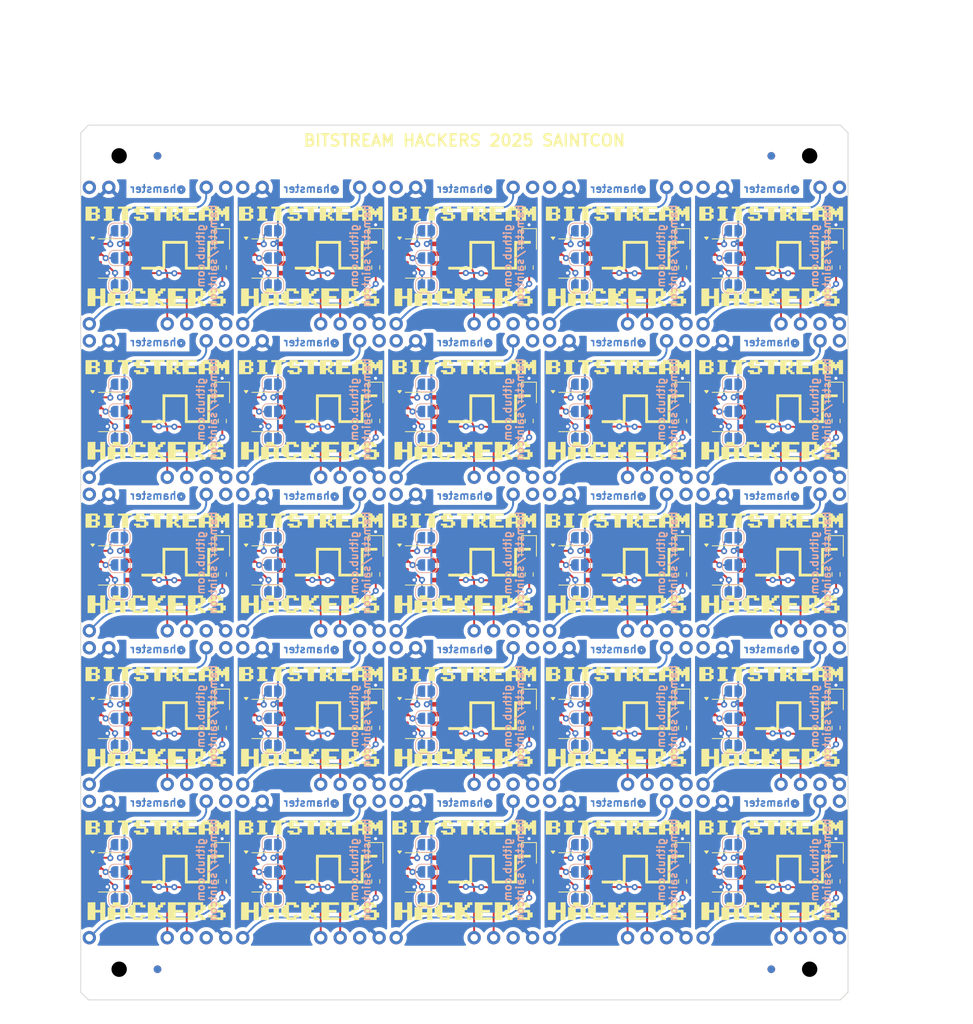
<source format=kicad_pcb>
(kicad_pcb (version 20241229) (generator "pcbnew") (generator_version "9.0")
  (layers (0 "F.Cu" signal) (2 "B.Cu" signal) (13 "F.Paste" user) (15 "B.Paste" user) (5 "F.SilkS" user "F.Silkscreen") (7 "B.SilkS" user "B.Silkscreen") (1 "F.Mask" user) (3 "B.Mask" user) (25 "Edge.Cuts" user))
  (net 0 "")
  (net 1 "Board_0-+3V3")
  (net 2 "Board_0-GND")
  (net 3 "Board_0-Net-(D1-A)")
  (net 4 "Board_0-Net-(JP1-B)")
  (net 5 "Board_0-Net-(JP2-B)")
  (net 6 "Board_0-Net-(JP3-B)")
  (net 7 "Board_0-Net-(MB1-CLK)")
  (net 8 "Board_0-Net-(MB1-SCL)")
  (net 9 "Board_0-Net-(MB1-SDA)")
  (net 10 "Board_0-unconnected-(MB1-+VBATT-Pad1)")
  (net 11 "Board_0-unconnected-(MB1-3V3+-Pad15)")
  (net 12 "Board_0-unconnected-(MB1-GND-Pad8)")
  (net 13 "Board_0-unconnected-(U1-WP-Pad7)")
  (net 14 "Board_1-+3V3")
  (net 15 "Board_1-GND")
  (net 16 "Board_1-Net-(D1-A)")
  (net 17 "Board_1-Net-(JP1-B)")
  (net 18 "Board_1-Net-(JP2-B)")
  (net 19 "Board_1-Net-(JP3-B)")
  (net 20 "Board_1-Net-(MB1-CLK)")
  (net 21 "Board_1-Net-(MB1-SCL)")
  (net 22 "Board_1-Net-(MB1-SDA)")
  (net 23 "Board_1-unconnected-(MB1-+VBATT-Pad1)")
  (net 24 "Board_1-unconnected-(MB1-3V3+-Pad15)")
  (net 25 "Board_1-unconnected-(MB1-GND-Pad8)")
  (net 26 "Board_1-unconnected-(U1-WP-Pad7)")
  (net 27 "Board_2-+3V3")
  (net 28 "Board_2-GND")
  (net 29 "Board_2-Net-(D1-A)")
  (net 30 "Board_2-Net-(JP1-B)")
  (net 31 "Board_2-Net-(JP2-B)")
  (net 32 "Board_2-Net-(JP3-B)")
  (net 33 "Board_2-Net-(MB1-CLK)")
  (net 34 "Board_2-Net-(MB1-SCL)")
  (net 35 "Board_2-Net-(MB1-SDA)")
  (net 36 "Board_2-unconnected-(MB1-+VBATT-Pad1)")
  (net 37 "Board_2-unconnected-(MB1-3V3+-Pad15)")
  (net 38 "Board_2-unconnected-(MB1-GND-Pad8)")
  (net 39 "Board_2-unconnected-(U1-WP-Pad7)")
  (net 40 "Board_3-+3V3")
  (net 41 "Board_3-GND")
  (net 42 "Board_3-Net-(D1-A)")
  (net 43 "Board_3-Net-(JP1-B)")
  (net 44 "Board_3-Net-(JP2-B)")
  (net 45 "Board_3-Net-(JP3-B)")
  (net 46 "Board_3-Net-(MB1-CLK)")
  (net 47 "Board_3-Net-(MB1-SCL)")
  (net 48 "Board_3-Net-(MB1-SDA)")
  (net 49 "Board_3-unconnected-(MB1-+VBATT-Pad1)")
  (net 50 "Board_3-unconnected-(MB1-3V3+-Pad15)")
  (net 51 "Board_3-unconnected-(MB1-GND-Pad8)")
  (net 52 "Board_3-unconnected-(U1-WP-Pad7)")
  (net 53 "Board_4-+3V3")
  (net 54 "Board_4-GND")
  (net 55 "Board_4-Net-(D1-A)")
  (net 56 "Board_4-Net-(JP1-B)")
  (net 57 "Board_4-Net-(JP2-B)")
  (net 58 "Board_4-Net-(JP3-B)")
  (net 59 "Board_4-Net-(MB1-CLK)")
  (net 60 "Board_4-Net-(MB1-SCL)")
  (net 61 "Board_4-Net-(MB1-SDA)")
  (net 62 "Board_4-unconnected-(MB1-+VBATT-Pad1)")
  (net 63 "Board_4-unconnected-(MB1-3V3+-Pad15)")
  (net 64 "Board_4-unconnected-(MB1-GND-Pad8)")
  (net 65 "Board_4-unconnected-(U1-WP-Pad7)")
  (net 66 "Board_5-+3V3")
  (net 67 "Board_5-GND")
  (net 68 "Board_5-Net-(D1-A)")
  (net 69 "Board_5-Net-(JP1-B)")
  (net 70 "Board_5-Net-(JP2-B)")
  (net 71 "Board_5-Net-(JP3-B)")
  (net 72 "Board_5-Net-(MB1-CLK)")
  (net 73 "Board_5-Net-(MB1-SCL)")
  (net 74 "Board_5-Net-(MB1-SDA)")
  (net 75 "Board_5-unconnected-(MB1-+VBATT-Pad1)")
  (net 76 "Board_5-unconnected-(MB1-3V3+-Pad15)")
  (net 77 "Board_5-unconnected-(MB1-GND-Pad8)")
  (net 78 "Board_5-unconnected-(U1-WP-Pad7)")
  (net 79 "Board_6-+3V3")
  (net 80 "Board_6-GND")
  (net 81 "Board_6-Net-(D1-A)")
  (net 82 "Board_6-Net-(JP1-B)")
  (net 83 "Board_6-Net-(JP2-B)")
  (net 84 "Board_6-Net-(JP3-B)")
  (net 85 "Board_6-Net-(MB1-CLK)")
  (net 86 "Board_6-Net-(MB1-SCL)")
  (net 87 "Board_6-Net-(MB1-SDA)")
  (net 88 "Board_6-unconnected-(MB1-+VBATT-Pad1)")
  (net 89 "Board_6-unconnected-(MB1-3V3+-Pad15)")
  (net 90 "Board_6-unconnected-(MB1-GND-Pad8)")
  (net 91 "Board_6-unconnected-(U1-WP-Pad7)")
  (net 92 "Board_7-+3V3")
  (net 93 "Board_7-GND")
  (net 94 "Board_7-Net-(D1-A)")
  (net 95 "Board_7-Net-(JP1-B)")
  (net 96 "Board_7-Net-(JP2-B)")
  (net 97 "Board_7-Net-(JP3-B)")
  (net 98 "Board_7-Net-(MB1-CLK)")
  (net 99 "Board_7-Net-(MB1-SCL)")
  (net 100 "Board_7-Net-(MB1-SDA)")
  (net 101 "Board_7-unconnected-(MB1-+VBATT-Pad1)")
  (net 102 "Board_7-unconnected-(MB1-3V3+-Pad15)")
  (net 103 "Board_7-unconnected-(MB1-GND-Pad8)")
  (net 104 "Board_7-unconnected-(U1-WP-Pad7)")
  (net 105 "Board_8-+3V3")
  (net 106 "Board_8-GND")
  (net 107 "Board_8-Net-(D1-A)")
  (net 108 "Board_8-Net-(JP1-B)")
  (net 109 "Board_8-Net-(JP2-B)")
  (net 110 "Board_8-Net-(JP3-B)")
  (net 111 "Board_8-Net-(MB1-CLK)")
  (net 112 "Board_8-Net-(MB1-SCL)")
  (net 113 "Board_8-Net-(MB1-SDA)")
  (net 114 "Board_8-unconnected-(MB1-+VBATT-Pad1)")
  (net 115 "Board_8-unconnected-(MB1-3V3+-Pad15)")
  (net 116 "Board_8-unconnected-(MB1-GND-Pad8)")
  (net 117 "Board_8-unconnected-(U1-WP-Pad7)")
  (net 118 "Board_9-+3V3")
  (net 119 "Board_9-GND")
  (net 120 "Board_9-Net-(D1-A)")
  (net 121 "Board_9-Net-(JP1-B)")
  (net 122 "Board_9-Net-(JP2-B)")
  (net 123 "Board_9-Net-(JP3-B)")
  (net 124 "Board_9-Net-(MB1-CLK)")
  (net 125 "Board_9-Net-(MB1-SCL)")
  (net 126 "Board_9-Net-(MB1-SDA)")
  (net 127 "Board_9-unconnected-(MB1-+VBATT-Pad1)")
  (net 128 "Board_9-unconnected-(MB1-3V3+-Pad15)")
  (net 129 "Board_9-unconnected-(MB1-GND-Pad8)")
  (net 130 "Board_9-unconnected-(U1-WP-Pad7)")
  (net 131 "Board_10-+3V3")
  (net 132 "Board_10-GND")
  (net 133 "Board_10-Net-(D1-A)")
  (net 134 "Board_10-Net-(JP1-B)")
  (net 135 "Board_10-Net-(JP2-B)")
  (net 136 "Board_10-Net-(JP3-B)")
  (net 137 "Board_10-Net-(MB1-CLK)")
  (net 138 "Board_10-Net-(MB1-SCL)")
  (net 139 "Board_10-Net-(MB1-SDA)")
  (net 140 "Board_10-unconnected-(MB1-+VBATT-Pad1)")
  (net 141 "Board_10-unconnected-(MB1-3V3+-Pad15)")
  (net 142 "Board_10-unconnected-(MB1-GND-Pad8)")
  (net 143 "Board_10-unconnected-(U1-WP-Pad7)")
  (net 144 "Board_11-+3V3")
  (net 145 "Board_11-GND")
  (net 146 "Board_11-Net-(D1-A)")
  (net 147 "Board_11-Net-(JP1-B)")
  (net 148 "Board_11-Net-(JP2-B)")
  (net 149 "Board_11-Net-(JP3-B)")
  (net 150 "Board_11-Net-(MB1-CLK)")
  (net 151 "Board_11-Net-(MB1-SCL)")
  (net 152 "Board_11-Net-(MB1-SDA)")
  (net 153 "Board_11-unconnected-(MB1-+VBATT-Pad1)")
  (net 154 "Board_11-unconnected-(MB1-3V3+-Pad15)")
  (net 155 "Board_11-unconnected-(MB1-GND-Pad8)")
  (net 156 "Board_11-unconnected-(U1-WP-Pad7)")
  (net 157 "Board_12-+3V3")
  (net 158 "Board_12-GND")
  (net 159 "Board_12-Net-(D1-A)")
  (net 160 "Board_12-Net-(JP1-B)")
  (net 161 "Board_12-Net-(JP2-B)")
  (net 162 "Board_12-Net-(JP3-B)")
  (net 163 "Board_12-Net-(MB1-CLK)")
  (net 164 "Board_12-Net-(MB1-SCL)")
  (net 165 "Board_12-Net-(MB1-SDA)")
  (net 166 "Board_12-unconnected-(MB1-+VBATT-Pad1)")
  (net 167 "Board_12-unconnected-(MB1-3V3+-Pad15)")
  (net 168 "Board_12-unconnected-(MB1-GND-Pad8)")
  (net 169 "Board_12-unconnected-(U1-WP-Pad7)")
  (net 170 "Board_13-+3V3")
  (net 171 "Board_13-GND")
  (net 172 "Board_13-Net-(D1-A)")
  (net 173 "Board_13-Net-(JP1-B)")
  (net 174 "Board_13-Net-(JP2-B)")
  (net 175 "Board_13-Net-(JP3-B)")
  (net 176 "Board_13-Net-(MB1-CLK)")
  (net 177 "Board_13-Net-(MB1-SCL)")
  (net 178 "Board_13-Net-(MB1-SDA)")
  (net 179 "Board_13-unconnected-(MB1-+VBATT-Pad1)")
  (net 180 "Board_13-unconnected-(MB1-3V3+-Pad15)")
  (net 181 "Board_13-unconnected-(MB1-GND-Pad8)")
  (net 182 "Board_13-unconnected-(U1-WP-Pad7)")
  (net 183 "Board_14-+3V3")
  (net 184 "Board_14-GND")
  (net 185 "Board_14-Net-(D1-A)")
  (net 186 "Board_14-Net-(JP1-B)")
  (net 187 "Board_14-Net-(JP2-B)")
  (net 188 "Board_14-Net-(JP3-B)")
  (net 189 "Board_14-Net-(MB1-CLK)")
  (net 190 "Board_14-Net-(MB1-SCL)")
  (net 191 "Board_14-Net-(MB1-SDA)")
  (net 192 "Board_14-unconnected-(MB1-+VBATT-Pad1)")
  (net 193 "Board_14-unconnected-(MB1-3V3+-Pad15)")
  (net 194 "Board_14-unconnected-(MB1-GND-Pad8)")
  (net 195 "Board_14-unconnected-(U1-WP-Pad7)")
  (net 196 "Board_15-+3V3")
  (net 197 "Board_15-GND")
  (net 198 "Board_15-Net-(D1-A)")
  (net 199 "Board_15-Net-(JP1-B)")
  (net 200 "Board_15-Net-(JP2-B)")
  (net 201 "Board_15-Net-(JP3-B)")
  (net 202 "Board_15-Net-(MB1-CLK)")
  (net 203 "Board_15-Net-(MB1-SCL)")
  (net 204 "Board_15-Net-(MB1-SDA)")
  (net 205 "Board_15-unconnected-(MB1-+VBATT-Pad1)")
  (net 206 "Board_15-unconnected-(MB1-3V3+-Pad15)")
  (net 207 "Board_15-unconnected-(MB1-GND-Pad8)")
  (net 208 "Board_15-unconnected-(U1-WP-Pad7)")
  (net 209 "Board_16-+3V3")
  (net 210 "Board_16-GND")
  (net 211 "Board_16-Net-(D1-A)")
  (net 212 "Board_16-Net-(JP1-B)")
  (net 213 "Board_16-Net-(JP2-B)")
  (net 214 "Board_16-Net-(JP3-B)")
  (net 215 "Board_16-Net-(MB1-CLK)")
  (net 216 "Board_16-Net-(MB1-SCL)")
  (net 217 "Board_16-Net-(MB1-SDA)")
  (net 218 "Board_16-unconnected-(MB1-+VBATT-Pad1)")
  (net 219 "Board_16-unconnected-(MB1-3V3+-Pad15)")
  (net 220 "Board_16-unconnected-(MB1-GND-Pad8)")
  (net 221 "Board_16-unconnected-(U1-WP-Pad7)")
  (net 222 "Board_17-+3V3")
  (net 223 "Board_17-GND")
  (net 224 "Board_17-Net-(D1-A)")
  (net 225 "Board_17-Net-(JP1-B)")
  (net 226 "Board_17-Net-(JP2-B)")
  (net 227 "Board_17-Net-(JP3-B)")
  (net 228 "Board_17-Net-(MB1-CLK)")
  (net 229 "Board_17-Net-(MB1-SCL)")
  (net 230 "Board_17-Net-(MB1-SDA)")
  (net 231 "Board_17-unconnected-(MB1-+VBATT-Pad1)")
  (net 232 "Board_17-unconnected-(MB1-3V3+-Pad15)")
  (net 233 "Board_17-unconnected-(MB1-GND-Pad8)")
  (net 234 "Board_17-unconnected-(U1-WP-Pad7)")
  (net 235 "Board_18-+3V3")
  (net 236 "Board_18-GND")
  (net 237 "Board_18-Net-(D1-A)")
  (net 238 "Board_18-Net-(JP1-B)")
  (net 239 "Board_18-Net-(JP2-B)")
  (net 240 "Board_18-Net-(JP3-B)")
  (net 241 "Board_18-Net-(MB1-CLK)")
  (net 242 "Board_18-Net-(MB1-SCL)")
  (net 243 "Board_18-Net-(MB1-SDA)")
  (net 244 "Board_18-unconnected-(MB1-+VBATT-Pad1)")
  (net 245 "Board_18-unconnected-(MB1-3V3+-Pad15)")
  (net 246 "Board_18-unconnected-(MB1-GND-Pad8)")
  (net 247 "Board_18-unconnected-(U1-WP-Pad7)")
  (net 248 "Board_19-+3V3")
  (net 249 "Board_19-GND")
  (net 250 "Board_19-Net-(D1-A)")
  (net 251 "Board_19-Net-(JP1-B)")
  (net 252 "Board_19-Net-(JP2-B)")
  (net 253 "Board_19-Net-(JP3-B)")
  (net 254 "Board_19-Net-(MB1-CLK)")
  (net 255 "Board_19-Net-(MB1-SCL)")
  (net 256 "Board_19-Net-(MB1-SDA)")
  (net 257 "Board_19-unconnected-(MB1-+VBATT-Pad1)")
  (net 258 "Board_19-unconnected-(MB1-3V3+-Pad15)")
  (net 259 "Board_19-unconnected-(MB1-GND-Pad8)")
  (net 260 "Board_19-unconnected-(U1-WP-Pad7)")
  (net 261 "Board_20-+3V3")
  (net 262 "Board_20-GND")
  (net 263 "Board_20-Net-(D1-A)")
  (net 264 "Board_20-Net-(JP1-B)")
  (net 265 "Board_20-Net-(JP2-B)")
  (net 266 "Board_20-Net-(JP3-B)")
  (net 267 "Board_20-Net-(MB1-CLK)")
  (net 268 "Board_20-Net-(MB1-SCL)")
  (net 269 "Board_20-Net-(MB1-SDA)")
  (net 270 "Board_20-unconnected-(MB1-+VBATT-Pad1)")
  (net 271 "Board_20-unconnected-(MB1-3V3+-Pad15)")
  (net 272 "Board_20-unconnected-(MB1-GND-Pad8)")
  (net 273 "Board_20-unconnected-(U1-WP-Pad7)")
  (net 274 "Board_21-+3V3")
  (net 275 "Board_21-GND")
  (net 276 "Board_21-Net-(D1-A)")
  (net 277 "Board_21-Net-(JP1-B)")
  (net 278 "Board_21-Net-(JP2-B)")
  (net 279 "Board_21-Net-(JP3-B)")
  (net 280 "Board_21-Net-(MB1-CLK)")
  (net 281 "Board_21-Net-(MB1-SCL)")
  (net 282 "Board_21-Net-(MB1-SDA)")
  (net 283 "Board_21-unconnected-(MB1-+VBATT-Pad1)")
  (net 284 "Board_21-unconnected-(MB1-3V3+-Pad15)")
  (net 285 "Board_21-unconnected-(MB1-GND-Pad8)")
  (net 286 "Board_21-unconnected-(U1-WP-Pad7)")
  (net 287 "Board_22-+3V3")
  (net 288 "Board_22-GND")
  (net 289 "Board_22-Net-(D1-A)")
  (net 290 "Board_22-Net-(JP1-B)")
  (net 291 "Board_22-Net-(JP2-B)")
  (net 292 "Board_22-Net-(JP3-B)")
  (net 293 "Board_22-Net-(MB1-CLK)")
  (net 294 "Board_22-Net-(MB1-SCL)")
  (net 295 "Board_22-Net-(MB1-SDA)")
  (net 296 "Board_22-unconnected-(MB1-+VBATT-Pad1)")
  (net 297 "Board_22-unconnected-(MB1-3V3+-Pad15)")
  (net 298 "Board_22-unconnected-(MB1-GND-Pad8)")
  (net 299 "Board_22-unconnected-(U1-WP-Pad7)")
  (net 300 "Board_23-+3V3")
  (net 301 "Board_23-GND")
  (net 302 "Board_23-Net-(D1-A)")
  (net 303 "Board_23-Net-(JP1-B)")
  (net 304 "Board_23-Net-(JP2-B)")
  (net 305 "Board_23-Net-(JP3-B)")
  (net 306 "Board_23-Net-(MB1-CLK)")
  (net 307 "Board_23-Net-(MB1-SCL)")
  (net 308 "Board_23-Net-(MB1-SDA)")
  (net 309 "Board_23-unconnected-(MB1-+VBATT-Pad1)")
  (net 310 "Board_23-unconnected-(MB1-3V3+-Pad15)")
  (net 311 "Board_23-unconnected-(MB1-GND-Pad8)")
  (net 312 "Board_23-unconnected-(U1-WP-Pad7)")
  (net 313 "Board_24-+3V3")
  (net 314 "Board_24-GND")
  (net 315 "Board_24-Net-(D1-A)")
  (net 316 "Board_24-Net-(JP1-B)")
  (net 317 "Board_24-Net-(JP2-B)")
  (net 318 "Board_24-Net-(JP3-B)")
  (net 319 "Board_24-Net-(MB1-CLK)")
  (net 320 "Board_24-Net-(MB1-SCL)")
  (net 321 "Board_24-Net-(MB1-SDA)")
  (net 322 "Board_24-unconnected-(MB1-+VBATT-Pad1)")
  (net 323 "Board_24-unconnected-(MB1-3V3+-Pad15)")
  (net 324 "Board_24-unconnected-(MB1-GND-Pad8)")
  (net 325 "Board_24-unconnected-(U1-WP-Pad7)")
  (footprint "Resistor_SMD:R_0603_1608Metric" (layer "F.Cu") (at 116.945 146.555 -90)
    (property "Reference" "R1" (hide yes))
    (property "Value" "1k")
  )
  (footprint "LED_SMD:LED_0805_2012Metric" (layer "F.Cu") (at 156.925 123.1775 -90)
    (property "Reference" "D1" (hide yes))
    (property "Value" "LED")
  )
  (footprint "Resistor_SMD:R_0603_1608Metric" (layer "F.Cu") (at 136.945 86.555 -90)
    (property "Reference" "R1" (hide yes))
    (property "Value" "1k")
  )
  (footprint "Package_SO:SOIC-8_3.9x4.9mm_P1.27mm" (layer "F.Cu") (at 122.75 85.38)
    (property "Reference" "U1" (hide yes))
    (property "Value" "AT24CS01-SSHM")
  )
  (footprint "Resistor_SMD:R_0603_1608Metric" (layer "F.Cu") (at 156.945 106.555 -90)
    (property "Reference" "R1" (hide yes))
    (property "Value" "1k")
  )
  (footprint "Resistor_SMD:R_0603_1608Metric" (layer "F.Cu") (at 116.945 126.555 -90)
    (property "Reference" "R1" (hide yes))
    (property "Value" "1k")
  )
  (footprint "Resistor_SMD:R_0603_1608Metric" (layer "F.Cu") (at 136.945 66.555 -90)
    (property "Reference" "R1" (hide yes))
    (property "Value" "1k")
  )
  (footprint "Resistor_SMD:R_0603_1608Metric" (layer "F.Cu") (at 196.945 106.555 -90)
    (property "Reference" "R1" (hide yes))
    (property "Value" "1k")
  )
  (footprint "lib_fp:MiniBadge_Full" (layer "F.Cu") (at 98.34 74.84)
    (property "Reference" "MB1" (hide yes))
    (property "Value" "MiniBadge_Simple")
  )
  (footprint "LED_SMD:LED_0805_2012Metric" (layer "F.Cu") (at 116.925 103.1775 -90)
    (property "Reference" "D1" (hide yes))
    (property "Value" "LED")
  )
  (footprint "Resistor_SMD:R_0603_1608Metric" (layer "F.Cu") (at 176.945 66.555 -90)
    (property "Reference" "R1" (hide yes))
    (property "Value" "1k")
  )
  (footprint "lib_fp:MiniBadge_Full" (layer "F.Cu") (at 178.34 94.84)
    (property "Reference" "MB1" (hide yes))
    (property "Value" "MiniBadge_Simple")
  )
  (footprint "LED_SMD:LED_0805_2012Metric" (layer "F.Cu") (at 156.925 83.1775 -90)
    (property "Reference" "D1" (hide yes))
    (property "Value" "LED")
  )
  (footprint "LED_SMD:LED_0805_2012Metric" (layer "F.Cu") (at 196.925 123.1775 -90)
    (property "Reference" "D1" (hide yes))
    (property "Value" "LED")
  )
  (footprint "lib_fp:silkscreen" (layer "F.Cu") (at 168.555 104.955)
    (property "Reference" "G***" (hide yes))
    (property "Value" "LOGO" (hide yes))
  )
  (footprint "Resistor_SMD:R_0603_1608Metric" (layer "F.Cu") (at 136.945 146.555 -90)
    (property "Reference" "R1" (hide yes))
    (property "Value" "1k")
  )
  (footprint "Fiducial" (layer "F.Cu") (at 108.5 158)
    (property "Reference" "KiKit_FID_T_3" (hide yes))
    (property "Value" "Fiducial" (hide yes))
  )
  (footprint "Package_SO:SOIC-8_3.9x4.9mm_P1.27mm" (layer "F.Cu") (at 162.75 145.38)
    (property "Reference" "U1" (hide yes))
    (property "Value" "AT24CS01-SSHM")
  )
  (footprint "lib_fp:silkscreen" (layer "F.Cu") (at 148.555 124.955)
    (property "Reference" "G***" (hide yes))
    (property "Value" "LOGO" (hide yes))
  )
  (footprint "LED_SMD:LED_0805_2012Metric" (layer "F.Cu") (at 196.925 63.1775 -90)
    (property "Reference" "D1" (hide yes))
    (property "Value" "LED")
  )
  (footprint "lib_fp:MiniBadge_Full" (layer "F.Cu") (at 118.34 74.84)
    (property "Reference" "MB1" (hide yes))
    (property "Value" "MiniBadge_Simple")
  )
  (footprint "Resistor_SMD:R_0603_1608Metric" (layer "F.Cu") (at 196.945 126.555 -90)
    (property "Reference" "R1" (hide yes))
    (property "Value" "1k")
  )
  (footprint "Package_SO:SOIC-8_3.9x4.9mm_P1.27mm" (layer "F.Cu") (at 102.75 105.38)
    (property "Reference" "U1" (hide yes))
    (property "Value" "AT24CS01-SSHM")
  )
  (footprint "Package_SO:SOIC-8_3.9x4.9mm_P1.27mm" (layer "F.Cu") (at 142.75 125.38)
    (property "Reference" "U1" (hide yes))
    (property "Value" "AT24CS01-SSHM")
  )
  (footprint "Resistor_SMD:R_0603_1608Metric" (layer "F.Cu") (at 196.945 86.555 -90)
    (property "Reference" "R1" (hide yes))
    (property "Value" "1k")
  )
  (footprint "Package_SO:SOIC-8_3.9x4.9mm_P1.27mm" (layer "F.Cu") (at 182.75 125.38)
    (property "Reference" "U1" (hide yes))
    (property "Value" "AT24CS01-SSHM")
  )
  (footprint "LED_SMD:LED_0805_2012Metric" (layer "F.Cu") (at 156.925 103.1775 -90)
    (property "Reference" "D1" (hide yes))
    (property "Value" "LED")
  )
  (footprint "lib_fp:MiniBadge_Full" (layer "F.Cu") (at 138.34 74.84)
    (property "Reference" "MB1" (hide yes))
    (property "Value" "MiniBadge_Simple")
  )
  (footprint "lib_fp:silkscreen" (layer "F.Cu") (at 188.555 124.955)
    (property "Reference" "G***" (hide yes))
    (property "Value" "LOGO" (hide yes))
  )
  (footprint "lib_fp:silkscreen" (layer "F.Cu") (at 168.555 144.955)
    (property "Reference" "G***" (hide yes))
    (property "Value" "LOGO" (hide yes))
  )
  (footprint "Resistor_SMD:R_0603_1608Metric" (layer "F.Cu") (at 196.945 66.555 -90)
    (property "Reference" "R1" (hide yes))
    (property "Value" "1k")
  )
  (footprint "lib_fp:MiniBadge_Full" (layer "F.Cu") (at 118.34 94.84)
    (property "Reference" "MB1" (hide yes))
    (property "Value" "MiniBadge_Simple")
  )
  (footprint "lib_fp:silkscreen" (layer "F.Cu") (at 148.555 144.955)
    (property "Reference" "G***" (hide yes))
    (property "Value" "LOGO" (hide yes))
  )
  (footprint "Package_SO:SOIC-8_3.9x4.9mm_P1.27mm" (layer "F.Cu") (at 142.75 145.38)
    (property "Reference" "U1" (hide yes))
    (property "Value" "AT24CS01-SSHM")
  )
  (footprint "LED_SMD:LED_0805_2012Metric" (layer "F.Cu") (at 196.925 143.1775 -90)
    (property "Reference" "D1" (hide yes))
    (property "Value" "LED")
  )
  (footprint "Resistor_SMD:R_0603_1608Metric" (layer "F.Cu") (at 156.945 146.555 -90)
    (property "Reference" "R1" (hide yes))
    (property "Value" "1k")
  )
  (footprint "Resistor_SMD:R_0603_1608Metric" (layer "F.Cu") (at 176.945 106.555 -90)
    (property "Reference" "R1" (hide yes))
    (property "Value" "1k")
  )
  (footprint "NPTH" (layer "F.Cu") (at 193.5 158)
    (property "Reference" "KiKit_TO_4" (hide yes))
    (property "Value" "NPTH" (hide yes))
  )
  (footprint "Package_SO:SOIC-8_3.9x4.9mm_P1.27mm" (layer "F.Cu") (at 182.75 145.38)
    (property "Reference" "U1" (hide yes))
    (property "Value" "AT24CS01-SSHM")
  )
  (footprint "lib_fp:silkscreen" (layer "F.Cu") (at 168.555 84.955)
    (property "Reference" "G***" (hide yes))
    (property "Value" "LOGO" (hide yes))
  )
  (footprint "lib_fp:MiniBadge_Full" (layer "F.Cu") (at 178.34 74.84)
    (property "Reference" "MB1" (hide yes))
    (property "Value" "MiniBadge_Simple")
  )
  (footprint "LED_SMD:LED_0805_2012Metric" (layer "F.Cu") (at 176.925 123.1775 -90)
    (property "Reference" "D1" (hide yes))
    (property "Value" "LED")
  )
  (footprint "Fiducial" (layer "F.Cu") (at 188.5 158)
    (property "Reference" "KiKit_FID_T_4" (hide yes))
    (property "Value" "Fiducial" (hide yes))
  )
  (footprint "Package_SO:SOIC-8_3.9x4.9mm_P1.27mm" (layer "F.Cu") (at 122.75 145.38)
    (property "Reference" "U1" (hide yes))
    (property "Value" "AT24CS01-SSHM")
  )
  (footprint "lib_fp:silkscreen" (layer "F.Cu") (at 108.555 124.955)
    (property "Reference" "G***" (hide yes))
    (property "Value" "LOGO" (hide yes))
  )
  (footprint "lib_fp:MiniBadge_Full" (layer "F.Cu") (at 158.34 74.84)
    (property "Reference" "MB1" (hide yes))
    (property "Value" "MiniBadge_Simple")
  )
  (footprint "Package_SO:SOIC-8_3.9x4.9mm_P1.27mm" (layer "F.Cu") (at 182.75 85.38)
    (property "Reference" "U1" (hide yes))
    (property "Value" "AT24CS01-SSHM")
  )
  (footprint "lib_fp:MiniBadge_Full" (layer "F.Cu") (at 138.34 94.84)
    (property "Reference" "MB1" (hide yes))
    (property "Value" "MiniBadge_Simple")
  )
  (footprint "LED_SMD:LED_0805_2012Metric" (layer "F.Cu") (at 136.925 63.1775 -90)
    (property "Reference" "D1" (hide yes))
    (property "Value" "LED")
  )
  (footprint "LED_SMD:LED_0805_2012Metric" (layer "F.Cu") (at 136.925 103.1775 -90)
    (property "Reference" "D1" (hide yes))
    (property "Value" "LED")
  )
  (footprint "lib_fp:silkscreen" (layer "F.Cu") (at 188.555 104.955)
    (property "Reference" "G***" (hide yes))
    (property "Value" "LOGO" (hide yes))
  )
  (footprint "lib_fp:silkscreen" (layer "F.Cu") (at 168.555 64.955)
    (property "Reference" "G***" (hide yes))
    (property "Value" "LOGO" (hide yes))
  )
  (footprint "lib_fp:silkscreen" (layer "F.Cu") (at 148.555 84.955)
    (property "Reference" "G***" (hide yes))
    (property "Value" "LOGO" (hide yes))
  )
  (footprint "LED_SMD:LED_0805_2012Metric" (layer "F.Cu") (at 176.925 143.1775 -90)
    (property "Reference" "D1" (hide yes))
    (property "Value" "LED")
  )
  (footprint "Resistor_SMD:R_0603_1608Metric" (layer "F.Cu") (at 136.945 126.555 -90)
    (property "Reference" "R1" (hide yes))
    (property "Value" "1k")
  )
  (footprint "LED_SMD:LED_0805_2012Metric" (layer "F.Cu") (at 136.925 143.1775 -90)
    (property "Reference" "D1" (hide yes))
    (property "Value" "LED")
  )
  (footprint "lib_fp:silkscreen" (layer "F.Cu") (at 188.555 144.955)
    (property "Reference" "G***" (hide yes))
    (property "Value" "LOGO" (hide yes))
  )
  (footprint "Resistor_SMD:R_0603_1608Metric" (layer "F.Cu") (at 196.945 146.555 -90)
    (property "Reference" "R1" (hide yes))
    (property "Value" "1k")
  )
  (footprint "Package_SO:SOIC-8_3.9x4.9mm_P1.27mm" (layer "F.Cu") (at 102.75 65.38)
    (property "Reference" "U1" (hide yes))
    (property "Value" "AT24CS01-SSHM")
  )
  (footprint "lib_fp:silkscreen" (layer "F.Cu") (at 128.555 144.955)
    (property "Reference" "G***" (hide yes))
    (property "Value" "LOGO" (hide yes))
  )
  (footprint "Fiducial" (layer "F.Cu") (at 188.5 52)
    (property "Reference" "KiKit_FID_T_2" (hide yes))
    (property "Value" "Fiducial" (hide yes))
  )
  (footprint "Package_SO:SOIC-8_3.9x4.9mm_P1.27mm" (layer "F.Cu") (at 182.75 105.38)
    (property "Reference" "U1" (hide yes))
    (property "Value" "AT24CS01-SSHM")
  )
  (footprint "lib_fp:silkscreen" (layer "F.Cu") (at 148.555 104.955)
    (property "Reference" "G***" (hide yes))
    (property "Value" "LOGO" (hide yes))
  )
  (footprint "lib_fp:silkscreen" (layer "F.Cu") (at 128.555 124.955)
    (property "Reference" "G***" (hide yes))
    (property "Value" "LOGO" (hide yes))
  )
  (footprint "lib_fp:silkscreen" (layer "F.Cu") (at 188.555 64.955)
    (property "Reference" "G***" (hide yes))
    (property "Value" "LOGO" (hide yes))
  )
  (footprint "Package_SO:SOIC-8_3.9x4.9mm_P1.27mm" (layer "F.Cu") (at 142.75 105.38)
    (property "Reference" "U1" (hide yes))
    (property "Value" "AT24CS01-SSHM")
  )
  (footprint "Resistor_SMD:R_0603_1608Metric" (layer "F.Cu") (at 156.945 126.555 -90)
    (property "Reference" "R1" (hide yes))
    (property "Value" "1k")
  )
  (footprint "lib_fp:MiniBadge_Full" (layer "F.Cu") (at 118.34 134.84)
    (property "Reference" "MB1" (hide yes))
    (property "Value" "MiniBadge_Simple")
  )
  (footprint "LED_SMD:LED_0805_2012Metric" (layer "F.Cu") (at 156.925 63.1775 -90)
    (property "Reference" "D1" (hide yes))
    (property "Value" "LED")
  )
  (footprint "Package_SO:SOIC-8_3.9x4.9mm_P1.27mm" (layer "F.Cu") (at 182.75 65.38)
    (property "Reference" "U1" (hide yes))
    (property "Value" "AT24CS01-SSHM")
  )
  (footprint "lib_fp:MiniBadge_Full" (layer "F.Cu") (at 138.34 134.84)
    (property "Reference" "MB1" (hide yes))
    (property "Value" "MiniBadge_Simple")
  )
  (footprint "Package_SO:SOIC-8_3.9x4.9mm_P1.27mm" (layer "F.Cu") (at 142.75 85.38)
    (property "Reference" "U1" (hide yes))
    (property "Value" "AT24CS01-SSHM")
  )
  (footprint "NPTH" (layer "F.Cu") (at 103.5 52)
    (property "Reference" "KiKit_TO_1" (hide yes))
    (property "Value" "NPTH" (hide yes))
  )
  (footprint "Resistor_SMD:R_0603_1608Metric" (layer "F.Cu") (at 156.945 86.555 -90)
    (property "Reference" "R1" (hide yes))
    (property "Value" "1k")
  )
  (footprint "lib_fp:MiniBadge_Full" (layer "F.Cu") (at 138.34 54.84)
    (property "Reference" "MB1" (hide yes))
    (property "Value" "MiniBadge_Simple")
  )
  (footprint "lib_fp:MiniBadge_Full" (layer "F.Cu") (at 178.34 134.84)
    (property "Reference" "MB1" (hide yes))
    (property "Value" "MiniBadge_Simple")
  )
  (footprint "LED_SMD:LED_0805_2012Metric" (layer "F.Cu") (at 116.925 143.1775 -90)
    (property "Reference" "D1" (hide yes))
    (property "Value" "LED")
  )
  (footprint "Resistor_SMD:R_0603_1608Metric" (layer "F.Cu") (at 116.945 86.555 -90)
    (property "Reference" "R1" (hide yes))
    (property "Value" "1k")
  )
  (footprint "Resistor_SMD:R_0603_1608Metric" (layer "F.Cu") (at 176.945 86.555 -90)
    (property "Reference" "R1" (hide yes))
    (property "Value" "1k")
  )
  (footprint "lib_fp:MiniBadge_Full" (layer "F.Cu") (at 118.34 54.84)
    (property "Reference" "MB1" (hide yes))
    (property "Value" "MiniBadge_Simple")
  )
  (footprint "LED_SMD:LED_0805_2012Metric" (layer "F.Cu") (at 116.925 63.1775 -90)
    (property "Reference" "D1" (hide yes))
    (property "Value" "LED")
  )
  (footprint "lib_fp:silkscreen" (layer "F.Cu") (at 108.555 104.955)
    (property "Reference" "G***" (hide yes))
    (property "Value" "LOGO" (hide yes))
  )
  (footprint "lib_fp:silkscreen" (layer "F.Cu") (at 108.555 84.955)
    (property "Reference" "G***" (hide yes))
    (property "Value" "LOGO" (hide yes))
  )
  (footprint "lib_fp:MiniBadge_Full" (layer "F.Cu") (at 158.34 54.84)
    (property "Reference" "MB1" (hide yes))
    (property "Value" "MiniBadge_Simple")
  )
  (footprint "LED_SMD:LED_0805_2012Metric" (layer "F.Cu") (at 116.925 83.1775 -90)
    (property "Reference" "D1" (hide yes))
    (property "Value" "LED")
  )
  (footprint "Package_SO:SOIC-8_3.9x4.9mm_P1.27mm" (layer "F.Cu") (at 122.75 125.38)
    (property "Reference" "U1" (hide yes))
    (property "Value" "AT24CS01-SSHM")
  )
  (footprint "Package_SO:SOIC-8_3.9x4.9mm_P1.27mm" (layer "F.Cu") (at 142.75 65.38)
    (property "Reference" "U1" (hide yes))
    (property "Value" "AT24CS01-SSHM")
  )
  (footprint "Package_SO:SOIC-8_3.9x4.9mm_P1.27mm" (layer "F.Cu") (at 122.75 65.38)
    (property "Reference" "U1" (hide yes))
    (property "Value" "AT24CS01-SSHM")
  )
  (footprint "Package_SO:SOIC-8_3.9x4.9mm_P1.27mm" (layer "F.Cu") (at 162.75 125.38)
    (property "Reference" "U1" (hide yes))
    (property "Value" "AT24CS01-SSHM")
  )
  (footprint "lib_fp:silkscreen" (layer "F.Cu") (at 108.555 64.955)
    (property "Reference" "G***" (hide yes))
    (property "Value" "LOGO" (hide yes))
  )
  (footprint "lib_fp:silkscreen" (layer "F.Cu") (at 188.555 84.955)
    (property "Reference" "G***" (hide yes))
    (property "Value" "LOGO" (hide yes))
  )
  (footprint "lib_fp:MiniBadge_Full" (layer "F.Cu") (at 118.34 114.84)
    (property "Reference" "MB1" (hide yes))
    (property "Value" "MiniBadge_Simple")
  )
  (footprint "Package_SO:SOIC-8_3.9x4.9mm_P1.27mm" (layer "F.Cu") (at 162.75 105.38)
    (property "Reference" "U1" (hide yes))
    (property "Value" "AT24CS01-SSHM")
  )
  (footprint "Resistor_SMD:R_0603_1608Metric" (layer "F.Cu") (at 176.945 146.555 -90)
    (property "Reference" "R1" (hide yes))
    (property "Value" "1k")
  )
  (footprint "Fiducial" (layer "F.Cu") (at 108.5 52)
    (property "Reference" "KiKit_FID_T_1" (hide yes))
    (property "Value" "Fiducial" (hide yes))
  )
  (footprint "LED_SMD:LED_0805_2012Metric" (layer "F.Cu") (at 136.925 83.1775 -90)
    (property "Reference" "D1" (hide yes))
    (property "Value" "LED")
  )
  (footprint "LED_SMD:LED_0805_2012Metric" (layer "F.Cu") (at 176.925 83.1775 -90)
    (property "Reference" "D1" (hide yes))
    (property "Value" "LED")
  )
  (footprint "lib_fp:MiniBadge_Full" (layer "F.Cu") (at 138.34 114.84)
    (property "Reference" "MB1" (hide yes))
    (property "Value" "MiniBadge_Simple")
  )
  (footprint "Resistor_SMD:R_0603_1608Metric" (layer "F.Cu") (at 176.945 126.555 -90)
    (property "Reference" "R1" (hide yes))
    (property "Value" "1k")
  )
  (footprint "Package_SO:SOIC-8_3.9x4.9mm_P1.27mm" (layer "F.Cu") (at 162.75 65.38)
    (property "Reference" "U1" (hide yes))
    (property "Value" "AT24CS01-SSHM")
  )
  (footprint "NPTH" (layer "F.Cu") (at 103.5 158)
    (property "Reference" "KiKit_TO_3" (hide yes))
    (property "Value" "NPTH" (hide yes))
  )
  (footprint "Resistor_SMD:R_0603_1608Metric" (layer "F.Cu") (at 156.945 66.555 -90)
    (property "Reference" "R1" (hide yes))
    (property "Value" "1k")
  )
  (footprint "lib_fp:MiniBadge_Full" (layer "F.Cu") (at 158.34 114.84)
    (property "Reference" "MB1" (hide yes))
    (property "Value" "MiniBadge_Simple")
  )
  (footprint "lib_fp:silkscreen" (layer "F.Cu") (at 148.555 64.955)
    (property "Reference" "G***" (hide yes))
    (property "Value" "LOGO" (hide yes))
  )
  (footprint "Package_SO:SOIC-8_3.9x4.9mm_P1.27mm" (layer "F.Cu") (at 162.75 85.38)
    (property "Reference" "U1" (hide yes))
    (property "Value" "AT24CS01-SSHM")
  )
  (footprint "Resistor_SMD:R_0603_1608Metric" (layer "F.Cu") (at 136.945 106.555 -90)
    (property "Reference" "R1" (hide yes))
    (property "Value" "1k")
  )
  (footprint "lib_fp:MiniBadge_Full" (layer "F.Cu") (at 178.34 54.84)
    (property "Reference" "MB1" (hide yes))
    (property "Value" "MiniBadge_Simple")
  )
  (footprint "lib_fp:silkscreen" (layer "F.Cu") (at 168.555 124.955)
    (property "Reference" "G***" (hide yes))
    (property "Value" "LOGO" (hide yes))
  )
  (footprint "LED_SMD:LED_0805_2012Metric" (layer "F.Cu") (at 176.925 103.1775 -90)
    (property "Reference" "D1" (hide yes))
    (property "Value" "LED")
  )
  (footprint "lib_fp:MiniBadge_Full" (layer "F.Cu") (at 98.34 94.84)
    (property "Reference" "MB1" (hide yes))
    (property "Value" "MiniBadge_Simple")
  )
  (footprint "lib_fp:silkscreen" (layer "F.Cu") (at 128.555 104.955)
    (property "Reference" "G***" (hide yes))
    (property "Value" "LOGO" (hide yes))
  )
  (footprint "LED_SMD:LED_0805_2012Metric" (layer "F.Cu") (at 136.925 123.1775 -90)
    (property "Reference" "D1" (hide yes))
    (property "Value" "LED")
  )
  (footprint "lib_fp:MiniBadge_Full" (layer "F.Cu") (at 178.34 114.84)
    (property "Reference" "MB1" (hide yes))
    (property "Value" "MiniBadge_Simple")
  )
  (footprint "LED_SMD:LED_0805_2012Metric" (layer "F.Cu") (at 196.925 103.1775 -90)
    (property "Reference" "D1" (hide yes))
    (property "Value" "LED")
  )
  (footprint "Resistor_SMD:R_0603_1608Metric" (layer "F.Cu") (at 116.945 106.555 -90)
    (property "Reference" "R1" (hide yes))
    (property "Value" "1k")
  )
  (footprint "lib_fp:MiniBadge_Full" (layer "F.Cu") (at 98.34 114.84)
    (property "Reference" "MB1" (hide yes))
    (property "Value" "MiniBadge_Simple")
  )
  (footprint "lib_fp:silkscreen" (layer "F.Cu") (at 128.555 64.955)
    (property "Reference" "G***" (hide yes))
    (property "Value" "LOGO" (hide yes))
  )
  (footprint "Package_SO:SOIC-8_3.9x4.9mm_P1.27mm" (layer "F.Cu") (at 102.75 145.38)
    (property "Reference" "U1" (hide yes))
    (property "Value" "AT24CS01-SSHM")
  )
  (footprint "lib_fp:MiniBadge_Full" (layer "F.Cu") (at 98.34 134.84)
    (property "Reference" "MB1" (hide yes))
    (property "Value" "MiniBadge_Simple")
  )
  (footprint "Package_SO:SOIC-8_3.9x4.9mm_P1.27mm" (layer "F.Cu") (at 102.75 85.38)
    (property "Reference" "U1" (hide yes))
    (property "Value" "AT24CS01-SSHM")
  )
  (footprint "Resistor_SMD:R_0603_1608Metric" (layer "F.Cu") (at 116.945 66.555 -90)
    (property "Reference" "R1" (hide yes))
    (property "Value" "1k")
  )
  (footprint "LED_SMD:LED_0805_2012Metric" (layer "F.Cu") (at 176.925 63.1775 -90)
    (property "Reference" "D1" (hide yes))
    (property "Value" "LED")
  )
  (footprint "lib_fp:MiniBadge_Full" (layer "F.Cu") (at 158.34 134.84)
    (property "Reference" "MB1" (hide yes))
    (property "Value" "MiniBadge_Simple")
  )
  (footprint "lib_fp:MiniBadge_Full" (layer "F.Cu") (at 98.34 54.84)
    (property "Reference" "MB1" (hide yes))
    (property "Value" "MiniBadge_Simple")
  )
  (footprint "lib_fp:silkscreen" (layer "F.Cu") (at 108.555 144.955)
    (property "Reference" "G***" (hide yes))
    (property "Value" "LOGO" (hide yes))
  )
  (footprint "LED_SMD:LED_0805_2012Metric" (layer "F.Cu") (at 196.925 83.1775 -90)
    (property "Reference" "D1" (hide yes))
    (property "Value" "LED")
  )
  (footprint "Package_SO:SOIC-8_3.9x4.9mm_P1.27mm" (layer "F.Cu") (at 122.75 105.38)
    (property "Reference" "U1" (hide yes))
    (property "Value" "AT24CS01-SSHM")
  )
  (footprint "lib_fp:MiniBadge_Full" (layer "F.Cu") (at 158.34 94.84)
    (property "Reference" "MB1" (hide yes))
    (property "Value" "MiniBadge_Simple")
  )
  (footprint "Package_SO:SOIC-8_3.9x4.9mm_P1.27mm" (layer "F.Cu") (at 102.75 125.38)
    (property "Reference" "U1" (hide yes))
    (property "Value" "AT24CS01-SSHM")
  )
  (footprint "LED_SMD:LED_0805_2012Metric" (layer "F.Cu") (at 116.925 123.1775 -90)
    (property "Reference" "D1" (hide yes))
    (property "Value" "LED")
  )
  (footprint "lib_fp:silkscreen" (layer "F.Cu") (at 128.555 84.955)
    (property "Reference" "G***" (hide yes))
    (property "Value" "LOGO" (hide yes))
  )
  (footprint "LED_SMD:LED_0805_2012Metric" (layer "F.Cu") (at 156.925 143.1775 -90)
    (property "Reference" "D1" (hide yes))
    (property "Value" "LED")
  )
  (footprint "NPTH" (layer "F.Cu") (at 193.5 52)
    (property "Reference" "KiKit_TO_2" (hide yes))
    (property "Value" "NPTH" (hide yes))
  )
  (footprint "Jumper:SolderJumper-2_P1.3mm_Open_RoundedPad1.0x1.5mm" (layer "B.Cu") (at 163.545 145.315 180)
    (property "Reference" "JP2" (hide yes))
    (property "Value" "SolderJumper_2_Open")
  )
  (footprint "Jumper:SolderJumper-2_P1.3mm_Open_RoundedPad1.0x1.5mm" (layer "B.Cu") (at 123.545 88.865 180)
    (property "Reference" "JP3" (hide yes))
    (property "Value" "SolderJumper_2_Open")
  )
  (footprint "Jumper:SolderJumper-2_P1.3mm_Open_RoundedPad1.0x1.5mm" (layer "B.Cu") (at 123.545 105.315 180)
    (property "Reference" "JP2" (hide yes))
    (property "Value" "SolderJumper_2_Open")
  )
  (footprint "Fiducial" (layer "B.Cu") (at 188.5 158 180)
    (property "Reference" "KiKit_FID_B_4" (hide yes))
    (property "Value" "Fiducial" (hide yes))
  )
  (footprint "Jumper:SolderJumper-2_P1.3mm_Open_RoundedPad1.0x1.5mm" (layer "B.Cu") (at 183.545 101.765 180)
    (property "Reference" "JP1" (hide yes))
    (property "Value" "SolderJumper_2_Open")
  )
  (footprint "Fiducial" (layer "B.Cu") (at 188.5 52 180)
    (property "Reference" "KiKit_FID_B_2" (hide yes))
    (property "Value" "Fiducial" (hide yes))
  )
  (footprint "Jumper:SolderJumper-2_P1.3mm_Open_RoundedPad1.0x1.5mm" (layer "B.Cu") (at 183.545 105.315 180)
    (property "Reference" "JP2" (hide yes))
    (property "Value" "SolderJumper_2_Open")
  )
  (footprint "Jumper:SolderJumper-2_P1.3mm_Open_RoundedPad1.0x1.5mm" (layer "B.Cu") (at 123.545 125.315 180)
    (property "Reference" "JP2" (hide yes))
    (property "Value" "SolderJumper_2_Open")
  )
  (footprint "Jumper:SolderJumper-2_P1.3mm_Open_RoundedPad1.0x1.5mm" (layer "B.Cu") (at 143.545 88.865 180)
    (property "Reference" "JP3" (hide yes))
    (property "Value" "SolderJumper_2_Open")
  )
  (footprint "Jumper:SolderJumper-2_P1.3mm_Open_RoundedPad1.0x1.5mm" (layer "B.Cu") (at 103.545 121.765 180)
    (property "Reference" "JP1" (hide yes))
    (property "Value" "SolderJumper_2_Open")
  )
  (footprint "Jumper:SolderJumper-2_P1.3mm_Open_RoundedPad1.0x1.5mm" (layer "B.Cu") (at 103.545 128.865 180)
    (property "Reference" "JP3" (hide yes))
    (property "Value" "SolderJumper_2_Open")
  )
  (footprint "Jumper:SolderJumper-2_P1.3mm_Open_RoundedPad1.0x1.5mm" (layer "B.Cu") (at 183.545 108.865 180)
    (property "Reference" "JP3" (hide yes))
    (property "Value" "SolderJumper_2_Open")
  )
  (footprint "Jumper:SolderJumper-2_P1.3mm_Open_RoundedPad1.0x1.5mm" (layer "B.Cu") (at 183.545 145.315 180)
    (property "Reference" "JP2" (hide yes))
    (property "Value" "SolderJumper_2_Open")
  )
  (footprint "Jumper:SolderJumper-2_P1.3mm_Open_RoundedPad1.0x1.5mm" (layer "B.Cu") (at 123.545 65.315 180)
    (property "Reference" "JP2" (hide yes))
    (property "Value" "SolderJumper_2_Open")
  )
  (footprint "Jumper:SolderJumper-2_P1.3mm_Open_RoundedPad1.0x1.5mm" (layer "B.Cu") (at 143.545 128.865 180)
    (property "Reference" "JP3" (hide yes))
    (property "Value" "SolderJumper_2_Open")
  )
  (footprint "Jumper:SolderJumper-2_P1.3mm_Open_RoundedPad1.0x1.5mm" (layer "B.Cu") (at 123.545 128.865 180)
    (property "Reference" "JP3" (hide yes))
    (property "Value" "SolderJumper_2_Open")
  )
  (footprint "Jumper:SolderJumper-2_P1.3mm_Open_RoundedPad1.0x1.5mm" (layer "B.Cu") (at 183.545 61.765 180)
    (property "Reference" "JP1" (hide yes))
    (property "Value" "SolderJumper_2_Open")
  )
  (footprint "Jumper:SolderJumper-2_P1.3mm_Open_RoundedPad1.0x1.5mm" (layer "B.Cu") (at 103.545 68.865 180)
    (property "Reference" "JP3" (hide yes))
    (property "Value" "SolderJumper_2_Open")
  )
  (footprint "Jumper:SolderJumper-2_P1.3mm_Open_RoundedPad1.0x1.5mm" (layer "B.Cu") (at 183.545 65.315 180)
    (property "Reference" "JP2" (hide yes))
    (property "Value" "SolderJumper_2_Open")
  )
  (footprint "Jumper:SolderJumper-2_P1.3mm_Open_RoundedPad1.0x1.5mm" (layer "B.Cu") (at 123.545 101.765 180)
    (property "Reference" "JP1" (hide yes))
    (property "Value" "SolderJumper_2_Open")
  )
  (footprint "Jumper:SolderJumper-2_P1.3mm_Open_RoundedPad1.0x1.5mm" (layer "B.Cu") (at 163.545 68.865 180)
    (property "Reference" "JP3" (hide yes))
    (property "Value" "SolderJumper_2_Open")
  )
  (footprint "Jumper:SolderJumper-2_P1.3mm_Open_RoundedPad1.0x1.5mm" (layer "B.Cu") (at 163.545 141.765 180)
    (property "Reference" "JP1" (hide yes))
    (property "Value" "SolderJumper_2_Open")
  )
  (footprint "Jumper:SolderJumper-2_P1.3mm_Open_RoundedPad1.0x1.5mm" (layer "B.Cu") (at 103.545 108.865 180)
    (property "Reference" "JP3" (hide yes))
    (property "Value" "SolderJumper_2_Open")
  )
  (footprint "Jumper:SolderJumper-2_P1.3mm_Open_RoundedPad1.0x1.5mm" (layer "B.Cu") (at 163.545 61.765 180)
    (property "Reference" "JP1" (hide yes))
    (property "Value" "SolderJumper_2_Open")
  )
  (footprint "Jumper:SolderJumper-2_P1.3mm_Open_RoundedPad1.0x1.5mm" (layer "B.Cu") (at 123.545 85.315 180)
    (property "Reference" "JP2" (hide yes))
    (property "Value" "SolderJumper_2_Open")
  )
  (footprint "Jumper:SolderJumper-2_P1.3mm_Open_RoundedPad1.0x1.5mm" (layer "B.Cu") (at 163.545 128.865 180)
    (property "Reference" "JP3" (hide yes))
    (property "Value" "SolderJumper_2_Open")
  )
  (footprint "Jumper:SolderJumper-2_P1.3mm_Open_RoundedPad1.0x1.5mm" (layer "B.Cu") (at 123.545 81.765 180)
    (property "Reference" "JP1" (hide yes))
    (property "Value" "SolderJumper_2_Open")
  )
  (footprint "Jumper:SolderJumper-2_P1.3mm_Open_RoundedPad1.0x1.5mm" (layer "B.Cu") (at 123.545 141.765 180)
    (property "Reference" "JP1" (hide yes))
    (property "Value" "SolderJumper_2_Open")
  )
  (footprint "Jumper:SolderJumper-2_P1.3mm_Open_RoundedPad1.0x1.5mm" (layer "B.Cu") (at 183.545 85.315 180)
    (property "Reference" "JP2" (hide yes))
    (property "Value" "SolderJumper_2_Open")
  )
  (footprint "Jumper:SolderJumper-2_P1.3mm_Open_RoundedPad1.0x1.5mm" (layer "B.Cu") (at 103.545 88.865 180)
    (property "Reference" "JP3" (hide yes))
    (property "Value" "SolderJumper_2_Open")
  )
  (footprint "Jumper:SolderJumper-2_P1.3mm_Open_RoundedPad1.0x1.5mm" (layer "B.Cu") (at 143.545 121.765 180)
    (property "Reference" "JP1" (hide yes))
    (property "Value" "SolderJumper_2_Open")
  )
  (footprint "Jumper:SolderJumper-2_P1.3mm_Open_RoundedPad1.0x1.5mm" (layer "B.Cu") (at 163.545 81.765 180)
    (property "Reference" "JP1" (hide yes))
    (property "Value" "SolderJumper_2_Open")
  )
  (footprint "Jumper:SolderJumper-2_P1.3mm_Open_RoundedPad1.0x1.5mm" (layer "B.Cu") (at 123.545 121.765 180)
    (property "Reference" "JP1" (hide yes))
    (property "Value" "SolderJumper_2_Open")
  )
  (footprint "Jumper:SolderJumper-2_P1.3mm_Open_RoundedPad1.0x1.5mm" (layer "B.Cu") (at 123.545 68.865 180)
    (property "Reference" "JP3" (hide yes))
    (property "Value" "SolderJumper_2_Open")
  )
  (footprint "Jumper:SolderJumper-2_P1.3mm_Open_RoundedPad1.0x1.5mm" (layer "B.Cu") (at 103.545 61.765 180)
    (property "Reference" "JP1" (hide yes))
    (property "Value" "SolderJumper_2_Open")
  )
  (footprint "Jumper:SolderJumper-2_P1.3mm_Open_RoundedPad1.0x1.5mm" (layer "B.Cu") (at 143.545 65.315 180)
    (property "Reference" "JP2" (hide yes))
    (property "Value" "SolderJumper_2_Open")
  )
  (footprint "Jumper:SolderJumper-2_P1.3mm_Open_RoundedPad1.0x1.5mm" (layer "B.Cu") (at 103.545 101.765 180)
    (property "Reference" "JP1" (hide yes))
    (property "Value" "SolderJumper_2_Open")
  )
  (footprint "Jumper:SolderJumper-2_P1.3mm_Open_RoundedPad1.0x1.5mm" (layer "B.Cu") (at 183.545 68.865 180)
    (property "Reference" "JP3" (hide yes))
    (property "Value" "SolderJumper_2_Open")
  )
  (footprint "Jumper:SolderJumper-2_P1.3mm_Open_RoundedPad1.0x1.5mm" (layer "B.Cu") (at 183.545 88.865 180)
    (property "Reference" "JP3" (hide yes))
    (property "Value" "SolderJumper_2_Open")
  )
  (footprint "Jumper:SolderJumper-2_P1.3mm_Open_RoundedPad1.0x1.5mm" (layer "B.Cu") (at 143.545 145.315 180)
    (property "Reference" "JP2" (hide yes))
    (property "Value" "SolderJumper_2_Open")
  )
  (footprint "Jumper:SolderJumper-2_P1.3mm_Open_RoundedPad1.0x1.5mm" (layer "B.Cu") (at 143.545 141.765 180)
    (property "Reference" "JP1" (hide yes))
    (property "Value" "SolderJumper_2_Open")
  )
  (footprint "Jumper:SolderJumper-2_P1.3mm_Open_RoundedPad1.0x1.5mm" (layer "B.Cu") (at 123.545 148.865 180)
    (property "Reference" "JP3" (hide yes))
    (property "Value" "SolderJumper_2_Open")
  )
  (footprint "Jumper:SolderJumper-2_P1.3mm_Open_RoundedPad1.0x1.5mm" (layer "B.Cu") (at 143.545 85.315 180)
    (property "Reference" "JP2" (hide yes))
    (property "Value" "SolderJumper_2_Open")
  )
  (footprint "Jumper:SolderJumper-2_P1.3mm_Open_RoundedPad1.0x1.5mm" (layer "B.Cu") (at 163.545 121.765 180)
    (property "Reference" "JP1" (hide yes))
    (property "Value" "SolderJumper_2_Open")
  )
  (footprint "Jumper:SolderJumper-2_P1.3mm_Open_RoundedPad1.0x1.5mm" (layer "B.Cu") (at 103.545 145.315 180)
    (property "Reference" "JP2" (hide yes))
    (property "Value" "SolderJumper_2_Open")
  )
  (footprint "Jumper:SolderJumper-2_P1.3mm_Open_RoundedPad1.0x1.5mm" (layer "B.Cu") (at 163.545 88.865 180)
    (property "Reference" "JP3" (hide yes))
    (property "Value" "SolderJumper_2_Open")
  )
  (footprint "Jumper:SolderJumper-2_P1.3mm_Open_RoundedPad1.0x1.5mm" (layer "B.Cu") (at 183.545 121.765 180)
    (property "Reference" "JP1" (hide yes))
    (property "Value" "SolderJumper_2_Open")
  )
  (footprint "Jumper:SolderJumper-2_P1.3mm_Open_RoundedPad1.0x1.5mm" (layer "B.Cu") (at 143.545 125.315 180)
    (property "Reference" "JP2" (hide yes))
    (property "Value" "SolderJumper_2_Open")
  )
  (footprint "Jumper:SolderJumper-2_P1.3mm_Open_RoundedPad1.0x1.5mm" (layer "B.Cu") (at 163.545 101.765 180)
    (property "Reference" "JP1" (hide yes))
    (property "Value" "SolderJumper_2_Open")
  )
  (footprint "Fiducial" (layer "B.Cu") (at 108.5 52 180)
    (property "Reference" "KiKit_FID_B_1" (hide yes))
    (property "Value" "Fiducial" (hide yes))
  )
  (footprint "Jumper:SolderJumper-2_P1.3mm_Open_RoundedPad1.0x1.5mm" (layer "B.Cu") (at 143.545 148.865 180)
    (property "Reference" "JP3" (hide yes))
    (property "Value" "SolderJumper_2_Open")
  )
  (footprint "Jumper:SolderJumper-2_P1.3mm_Open_RoundedPad1.0x1.5mm" (layer "B.Cu") (at 163.545 148.865 180)
    (property "Reference" "JP3" (hide yes))
    (property "Value" "SolderJumper_2_Open")
  )
  (footprint "Jumper:SolderJumper-2_P1.3mm_Open_RoundedPad1.0x1.5mm" (layer "B.Cu") (at 143.545 81.765 180)
    (property "Reference" "JP1" (hide yes))
    (property "Value" "SolderJumper_2_Open")
  )
  (footprint "Jumper:SolderJumper-2_P1.3mm_Open_RoundedPad1.0x1.5mm" (layer "B.Cu") (at 183.545 125.315 180)
    (property "Reference" "JP2" (hide yes))
    (property "Value" "SolderJumper_2_Open")
  )
  (footprint "Jumper:SolderJumper-2_P1.3mm_Open_RoundedPad1.0x1.5mm" (layer "B.Cu") (at 123.545 61.765 180)
    (property "Reference" "JP1" (hide yes))
    (property "Value" "SolderJumper_2_Open")
  )
  (footprint "Jumper:SolderJumper-2_P1.3mm_Open_RoundedPad1.0x1.5mm" (layer "B.Cu") (at 163.545 125.315 180)
    (property "Reference" "JP2" (hide yes))
    (property "Value" "SolderJumper_2_Open")
  )
  (footprint "Jumper:SolderJumper-2_P1.3mm_Open_RoundedPad1.0x1.5mm" (layer "B.Cu") (at 143.545 61.765 180)
    (property "Reference" "JP1" (hide yes))
    (property "Value" "SolderJumper_2_Open")
  )
  (footprint "Jumper:SolderJumper-2_P1.3mm_Open_RoundedPad1.0x1.5mm" (layer "B.Cu") (at 103.545 141.765 180)
    (property "Reference" "JP1" (hide yes))
    (property "Value" "SolderJumper_2_Open")
  )
  (footprint "Jumper:SolderJumper-2_P1.3mm_Open_RoundedPad1.0x1.5mm" (layer "B.Cu") (at 143.545 101.765 180)
    (property "Reference" "JP1" (hide yes))
    (property "Value" "SolderJumper_2_Open")
  )
  (footprint "Jumper:SolderJumper-2_P1.3mm_Open_RoundedPad1.0x1.5mm" (layer "B.Cu") (at 143.545 105.315 180)
    (property "Reference" "JP2" (hide yes))
    (property "Value" "SolderJumper_2_Open")
  )
  (footprint "Jumper:SolderJumper-2_P1.3mm_Open_RoundedPad1.0x1.5mm" (layer "B.Cu") (at 183.545 148.865 180)
    (property "Reference" "JP3" (hide yes))
    (property "Value" "SolderJumper_2_Open")
  )
  (footprint "Jumper:SolderJumper-2_P1.3mm_Open_RoundedPad1.0x1.5mm" (layer "B.Cu") (at 103.545 65.315 180)
    (property "Reference" "JP2" (hide yes))
    (property "Value" "SolderJumper_2_Open")
  )
  (footprint "Jumper:SolderJumper-2_P1.3mm_Open_RoundedPad1.0x1.5mm" (layer "B.Cu") (at 103.545 81.765 180)
    (property "Reference" "JP1" (hide yes))
    (property "Value" "SolderJumper_2_Open")
  )
  (footprint "Jumper:SolderJumper-2_P1.3mm_Open_RoundedPad1.0x1.5mm" (layer "B.Cu") (at 163.545 65.315 180)
    (property "Reference" "JP2" (hide yes))
    (property "Value" "SolderJumper_2_Open")
  )
  (footprint "Jumper:SolderJumper-2_P1.3mm_Open_RoundedPad1.0x1.5mm" (layer "B.Cu") (at 163.545 105.315 180)
    (property "Reference" "JP2" (hide yes))
    (property "Value" "SolderJumper_2_Open")
  )
  (footprint "Jumper:SolderJumper-2_P1.3mm_Open_RoundedPad1.0x1.5mm" (layer "B.Cu") (at 163.545 108.865 180)
    (property "Reference" "JP3" (hide yes))
    (property "Value" "SolderJumper_2_Open")
  )
  (footprint "Jumper:SolderJumper-2_P1.3mm_Open_RoundedPad1.0x1.5mm" (layer "B.Cu") (at 143.545 68.865 180)
    (property "Reference" "JP3" (hide yes))
    (property "Value" "SolderJumper_2_Open")
  )
  (footprint "Jumper:SolderJumper-2_P1.3mm_Open_RoundedPad1.0x1.5mm" (layer "B.Cu") (at 103.545 85.315 180)
    (property "Reference" "JP2" (hide yes))
    (property "Value" "SolderJumper_2_Open")
  )
  (footprint "Jumper:SolderJumper-2_P1.3mm_Open_RoundedPad1.0x1.5mm" (layer "B.Cu") (at 143.545 108.865 180)
    (property "Reference" "JP3" (hide yes))
    (property "Value" "SolderJumper_2_Open")
  )
  (footprint "Jumper:SolderJumper-2_P1.3mm_Open_RoundedPad1.0x1.5mm" (layer "B.Cu") (at 103.545 125.315 180)
    (property "Reference" "JP2" (hide yes))
    (property "Value" "SolderJumper_2_Open")
  )
  (footprint "Jumper:SolderJumper-2_P1.3mm_Open_RoundedPad1.0x1.5mm" (layer "B.Cu") (at 163.545 85.315 180)
    (property "Reference" "JP2" (hide yes))
    (property "Value" "SolderJumper_2_Open")
  )
  (footprint "Fiducial" (layer "B.Cu") (at 108.5 158 180)
    (property "Reference" "KiKit_FID_B_3" (hide yes))
    (property "Value" "Fiducial" (hide yes))
  )
  (footprint "Jumper:SolderJumper-2_P1.3mm_Open_RoundedPad1.0x1.5mm" (layer "B.Cu") (at 183.545 81.765 180)
    (property "Reference" "JP1" (hide yes))
    (property "Value" "SolderJumper_2_Open")
  )
  (footprint "Jumper:SolderJumper-2_P1.3mm_Open_RoundedPad1.0x1.5mm" (layer "B.Cu") (at 103.545 105.315 180)
    (property "Reference" "JP2" (hide yes))
    (property "Value" "SolderJumper_2_Open")
  )
  (footprint "Jumper:SolderJumper-2_P1.3mm_Open_RoundedPad1.0x1.5mm" (layer "B.Cu") (at 123.545 145.315 180)
    (property "Reference" "JP2" (hide yes))
    (property "Value" "SolderJumper_2_Open")
  )
  (footprint "Jumper:SolderJumper-2_P1.3mm_Open_RoundedPad1.0x1.5mm" (layer "B.Cu") (at 183.545 128.865 180)
    (property "Reference" "JP3" (hide yes))
    (property "Value" "SolderJumper_2_Open")
  )
  (footprint "Jumper:SolderJumper-2_P1.3mm_Open_RoundedPad1.0x1.5mm" (layer "B.Cu") (at 183.545 141.765 180)
    (property "Reference" "JP1" (hide yes))
    (property "Value" "SolderJumper_2_Open")
  )
  (footprint "Jumper:SolderJumper-2_P1.3mm_Open_RoundedPad1.0x1.5mm" (layer "B.Cu") (at 103.545 148.865 180)
    (property "Reference" "JP3" (hide yes))
    (property "Value" "SolderJumper_2_Open")
  )
  (footprint "Jumper:SolderJumper-2_P1.3mm_Open_RoundedPad1.0x1.5mm" (layer "B.Cu") (at 123.545 108.865 180)
    (property "Reference" "JP3" (hide yes))
    (property "Value" "SolderJumper_2_Open")
  )
  (gr_line (start 198.5 155) (end 198.5 135) (stroke (width 0.1)) (layer "Edge.Cuts"))
  (gr_line (start 198.5 95) (end 198.5 75) (stroke (width 0.1)) (layer "Edge.Cuts"))
  (gr_line (start 98.5 155) (end 98.5 161.001) (stroke (width 0.1)) (layer "Edge.Cuts"))
  (gr_line (start 198.5 55) (end 198.5 48.999) (stroke (width 0.1)) (layer "Edge.Cuts"))
  (gr_line (start 98.5 135) (end 98.5 155) (stroke (width 0.1)) (layer "Edge.Cuts"))
  (gr_line (start 198.5 48.999) (end 197.501 48) (stroke (width 0.1)) (layer "Edge.Cuts"))
  (gr_line (start 198.5 135) (end 198.5 115) (stroke (width 0.1)) (layer "Edge.Cuts"))
  (gr_line (start 98.5 115) (end 98.5 135) (stroke (width 0.1)) (layer "Edge.Cuts"))
  (gr_line (start 198.5 161.001) (end 198.5 155) (stroke (width 0.1)) (layer "Edge.Cuts"))
  (gr_line (start 98.5 95) (end 98.5 115) (stroke (width 0.1)) (layer "Edge.Cuts"))
  (gr_line (start 98.5 161.001) (end 99.499 162) (stroke (width 0.1)) (layer "Edge.Cuts"))
  (gr_line (start 198.5 115) (end 198.5 95) (stroke (width 0.1)) (layer "Edge.Cuts"))
  (gr_line (start 99.499 162) (end 197.501 162) (stroke (width 0.1)) (layer "Edge.Cuts"))
  (gr_line (start 198.5 75) (end 198.5 55.000499) (stroke (width 0.1)) (layer "Edge.Cuts"))
  (gr_line (start 197.501 162) (end 198.5 161.001) (stroke (width 0.1)) (layer "Edge.Cuts"))
  (gr_line (start 197.501 48) (end 99.499 48) (stroke (width 0.1)) (layer "Edge.Cuts"))
  (gr_line (start 98.5 75) (end 98.5 95) (stroke (width 0.1)) (layer "Edge.Cuts"))
  (gr_line (start 98.5 55.000499) (end 98.5 75) (stroke (width 0.1)) (layer "Edge.Cuts"))
  (gr_line (start 99.499 48) (end 98.5 48.999) (stroke (width 0.1)) (layer "Edge.Cuts"))
  (gr_line (start 98.5 48.999) (end 98.5 55) (stroke (width 0.1)) (layer "Edge.Cuts"))
  (gr_text "@hamster" (at 172.375 56.875 0) (layer "B.Cu") (effects (font (size 1 1) (thickness 0.2) (bold yes)) (justify left bottom mirror)))
  (gr_text "@hamster" (at 192.375 96.875 0) (layer "B.Cu") (effects (font (size 1 1) (thickness 0.2) (bold yes)) (justify left bottom mirror)))
  (gr_text "@hamster" (at 132.375 56.875 0) (layer "B.Cu") (effects (font (size 1 1) (thickness 0.2) (bold yes)) (justify left bottom mirror)))
  (gr_text "@hamster" (at 112.375 56.875 0) (layer "B.Cu") (effects (font (size 1 1) (thickness 0.2) (bold yes)) (justify left bottom mirror)))
  (gr_text "@hamster" (at 112.375 116.875 0) (layer "B.Cu") (effects (font (size 1 1) (thickness 0.2) (bold yes)) (justify left bottom mirror)))
  (gr_text "@hamster" (at 112.375 76.875 0) (layer "B.Cu") (effects (font (size 1 1) (thickness 0.2) (bold yes)) (justify left bottom mirror)))
  (gr_text "@hamster" (at 192.375 116.875 0) (layer "B.Cu") (effects (font (size 1 1) (thickness 0.2) (bold yes)) (justify left bottom mirror)))
  (gr_text "@hamster" (at 192.375 76.875 0) (layer "B.Cu") (effects (font (size 1 1) (thickness 0.2) (bold yes)) (justify left bottom mirror)))
  (gr_text "@hamster" (at 132.375 76.875 0) (layer "B.Cu") (effects (font (size 1 1) (thickness 0.2) (bold yes)) (justify left bottom mirror)))
  (gr_text "@hamster" (at 132.375 116.875 0) (layer "B.Cu") (effects (font (size 1 1) (thickness 0.2) (bold yes)) (justify left bottom mirror)))
  (gr_text "@hamster" (at 152.375 96.875 0) (layer "B.Cu") (effects (font (size 1 1) (thickness 0.2) (bold yes)) (justify left bottom mirror)))
  (gr_text "@hamster" (at 152.375 56.875 0) (layer "B.Cu") (effects (font (size 1 1) (thickness 0.2) (bold yes)) (justify left bottom mirror)))
  (gr_text "@hamster" (at 152.375 76.875 0) (layer "B.Cu") (effects (font (size 1 1) (thickness 0.2) (bold yes)) (justify left bottom mirror)))
  (gr_text "@hamster" (at 192.375 136.875 0) (layer "B.Cu") (effects (font (size 1 1) (thickness 0.2) (bold yes)) (justify left bottom mirror)))
  (gr_text "@hamster" (at 172.375 96.875 0) (layer "B.Cu") (effects (font (size 1 1) (thickness 0.2) (bold yes)) (justify left bottom mirror)))
  (gr_text "@hamster" (at 132.375 96.875 0) (layer "B.Cu") (effects (font (size 1 1) (thickness 0.2) (bold yes)) (justify left bottom mirror)))
  (gr_text "@hamster" (at 192.375 56.875 0) (layer "B.Cu") (effects (font (size 1 1) (thickness 0.2) (bold yes)) (justify left bottom mirror)))
  (gr_text "@hamster" (at 152.375 116.875 0) (layer "B.Cu") (effects (font (size 1 1) (thickness 0.2) (bold yes)) (justify left bottom mirror)))
  (gr_text "@hamster" (at 132.375 136.875 0) (layer "B.Cu") (effects (font (size 1 1) (thickness 0.2) (bold yes)) (justify left bottom mirror)))
  (gr_text "@hamster" (at 112.375 96.875 0) (layer "B.Cu") (effects (font (size 1 1) (thickness 0.2) (bold yes)) (justify left bottom mirror)))
  (gr_text "@hamster" (at 152.375 136.875 0) (layer "B.Cu") (effects (font (size 1 1) (thickness 0.2) (bold yes)) (justify left bottom mirror)))
  (gr_text "@hamster" (at 172.375 136.875 0) (layer "B.Cu") (effects (font (size 1 1) (thickness 0.2) (bold yes)) (justify left bottom mirror)))
  (gr_text "@hamster" (at 112.375 136.875 0) (layer "B.Cu") (effects (font (size 1 1) (thickness 0.2) (bold yes)) (justify left bottom mirror)))
  (gr_text "@hamster" (at 172.375 116.875 0) (layer "B.Cu") (effects (font (size 1 1) (thickness 0.2) (bold yes)) (justify left bottom mirror)))
  (gr_text "@hamster" (at 172.375 76.875 0) (layer "B.Cu") (effects (font (size 1 1) (thickness 0.2) (bold yes)) (justify left bottom mirror)))
  (gr_text "BITSTREAM HACKERS 2025 SAINTCON" (at 148.5 50 0) (layer "F.SilkS") (effects (font (size 1.5 1.5) (thickness 0.3))))
  (gr_text "github.com\nhamster/saintcon" (at 136.315 65.045 90) (layer "B.SilkS") (effects (font (size 1 1) (thickness 0.2) (bold yes)) (justify bottom mirror)))
  (gr_text "github.com\nhamster/saintcon" (at 176.315 85.045 90) (layer "B.SilkS") (effects (font (size 1 1) (thickness 0.2) (bold yes)) (justify bottom mirror)))
  (gr_text "github.com\nhamster/saintcon" (at 156.315 125.045 90) (layer "B.SilkS") (effects (font (size 1 1) (thickness 0.2) (bold yes)) (justify bottom mirror)))
  (gr_text "github.com\nhamster/saintcon" (at 196.315 65.045 90) (layer "B.SilkS") (effects (font (size 1 1) (thickness 0.2) (bold yes)) (justify bottom mirror)))
  (gr_text "github.com\nhamster/saintcon" (at 116.315 85.045 90) (layer "B.SilkS") (effects (font (size 1 1) (thickness 0.2) (bold yes)) (justify bottom mirror)))
  (gr_text "github.com\nhamster/saintcon" (at 176.315 65.045 90) (layer "B.SilkS") (effects (font (size 1 1) (thickness 0.2) (bold yes)) (justify bottom mirror)))
  (gr_text "github.com\nhamster/saintcon" (at 176.315 105.045 90) (layer "B.SilkS") (effects (font (size 1 1) (thickness 0.2) (bold yes)) (justify bottom mirror)))
  (gr_text "github.com\nhamster/saintcon" (at 156.315 85.045 90) (layer "B.SilkS") (effects (font (size 1 1) (thickness 0.2) (bold yes)) (justify bottom mirror)))
  (gr_text "github.com\nhamster/saintcon" (at 176.315 145.045 90) (layer "B.SilkS") (effects (font (size 1 1) (thickness 0.2) (bold yes)) (justify bottom mirror)))
  (gr_text "github.com\nhamster/saintcon" (at 136.315 85.045 90) (layer "B.SilkS") (effects (font (size 1 1) (thickness 0.2) (bold yes)) (justify bottom mirror)))
  (gr_text "github.com\nhamster/saintcon" (at 156.315 145.045 90) (layer "B.SilkS") (effects (font (size 1 1) (thickness 0.2) (bold yes)) (justify bottom mirror)))
  (gr_text "github.com\nhamster/saintcon" (at 176.315 125.045 90) (layer "B.SilkS") (effects (font (size 1 1) (thickness 0.2) (bold yes)) (justify bottom mirror)))
  (gr_text "github.com\nhamster/saintcon" (at 196.315 85.045 90) (layer "B.SilkS") (effects (font (size 1 1) (thickness 0.2) (bold yes)) (justify bottom mirror)))
  (gr_text "github.com\nhamster/saintcon" (at 196.315 145.045 90) (layer "B.SilkS") (effects (font (size 1 1) (thickness 0.2) (bold yes)) (justify bottom mirror)))
  (gr_text "github.com\nhamster/saintcon" (at 136.315 125.045 90) (layer "B.SilkS") (effects (font (size 1 1) (thickness 0.2) (bold yes)) (justify bottom mirror)))
  (gr_text "github.com\nhamster/saintcon" (at 136.315 145.045 90) (layer "B.SilkS") (effects (font (size 1 1) (thickness 0.2) (bold yes)) (justify bottom mirror)))
  (gr_text "github.com\nhamster/saintcon" (at 156.315 65.045 90) (layer "B.SilkS") (effects (font (size 1 1) (thickness 0.2) (bold yes)) (justify bottom mirror)))
  (gr_text "github.com\nhamster/saintcon" (at 116.315 125.045 90) (layer "B.SilkS") (effects (font (size 1 1) (thickness 0.2) (bold yes)) (justify bottom mirror)))
  (gr_text "github.com\nhamster/saintcon" (at 196.315 125.045 90) (layer "B.SilkS") (effects (font (size 1 1) (thickness 0.2) (bold yes)) (justify bottom mirror)))
  (gr_text "github.com\nhamster/saintcon" (at 136.315 105.045 90) (layer "B.SilkS") (effects (font (size 1 1) (thickness 0.2) (bold yes)) (justify bottom mirror)))
  (gr_text "github.com\nhamster/saintcon" (at 116.315 145.045 90) (layer "B.SilkS") (effects (font (size 1 1) (thickness 0.2) (bold yes)) (justify bottom mirror)))
  (gr_text "github.com\nhamster/saintcon" (at 116.315 65.045 90) (layer "B.SilkS") (effects (font (size 1 1) (thickness 0.2) (bold yes)) (justify bottom mirror)))
  (gr_text "github.com\nhamster/saintcon" (at 156.315 105.045 90) (layer "B.SilkS") (effects (font (size 1 1) (thickness 0.2) (bold yes)) (justify bottom mirror)))
  (gr_text "github.com\nhamster/saintcon" (at 116.315 105.045 90) (layer "B.SilkS") (effects (font (size 1 1) (thickness 0.2) (bold yes)) (justify bottom mirror)))
  (gr_text "github.com\nhamster/saintcon" (at 196.315 105.045 90) (layer "B.SilkS") (effects (font (size 1 1) (thickness 0.2) (bold yes)) (justify bottom mirror)))
  (segment (start 103.605 63.475) (end 105.225 63.475) (width 0.25) (layer "F.Cu") (net 1))
  (via (at 103.605 63.475) (size 0.8) (drill 0.4) (layers "F.Cu" "B.Cu") (net 1))
  (segment (start 104.195 62.325) (end 104.195 61.765) (width 0.25) (layer "B.Cu") (net 1))
  (segment (start 104.195 66.2025) (end 104.195 64.1475) (width 0.25) (layer "B.Cu") (net 1))
  (segment (start 114.85 57.258352) (end 114.85 56.11) (width 0.25) (layer "B.Cu") (net 1))
  (segment (start 104.195 67.9775) (end 104.195 68.865) (width 0.25) (layer "B.Cu") (net 1))
  (segment (start 104.195 66.2025) (end 104.195 67.9775) (width 0.25) (layer "B.Cu") (net 1))
  (segment (start 104.195 62.9325) (end 104.195 64.1475) (width 0.25) (layer "B.Cu") (net 1))
  (segment (start 103.605 63.475) (end 103.9 63.18) (width 0.25) (layer "B.Cu") (net 1))
  (segment (start 105.64604 58.735) (end 113.373352 58.735) (width 0.25) (layer "B.Cu") (net 1))
  (segment (start 104.195 62.325) (end 104.195 62.467806) (width 0.25) (layer "B.Cu") (net 1))
  (segment (start 104.195 62.325) (end 104.195 61.765) (width 0.25) (layer "B.Cu") (net 1))
  (segment (start 104.195 60.18604) (end 104.195 61.765) (width 0.25) (layer "B.Cu") (net 1))
  (segment (start 104.195 62.9325) (end 104.195 62.325) (width 0.25) (layer "B.Cu") (net 1))
  (arc (start 104.195 61.765) (mid 104.195 61.765) (end 104.195 61.765) (width 0.25) (layer "B.Cu") (net 1))
  (arc (start 104.195 62.325) (mid 104.195 62.325) (end 104.195 62.325) (width 0.25) (layer "B.Cu") (net 1))
  (arc (start 114.85 57.258352) (mid 114.737596 57.82344) (end 114.4175 58.3025) (width 0.25) (layer "B.Cu") (net 1))
  (arc (start 103.9 63.18) (mid 104.118331 62.853242) (end 104.195 62.467806) (width 0.25) (layer "B.Cu") (net 1))
  (arc (start 114.4175 58.3025) (mid 113.93844 58.622596) (end 113.373352 58.735) (width 0.25) (layer "B.Cu") (net 1))
  (arc (start 105.64604 58.735) (mid 105.090751 58.845453) (end 104.62 59.16) (width 0.25) (layer "B.Cu") (net 1))
  (arc (start 104.62 59.16) (mid 104.305453 59.630751) (end 104.195 60.18604) (width 0.25) (layer "B.Cu") (net 1))
  (segment (start 101.900857 67.285) (end 100.275 67.285) (width 0.25) (layer "F.Cu") (net 2))
  (segment (start 101.935 67.265) (end 101.925 67.275) (width 0.25) (layer "F.Cu") (net 2))
  (segment (start 116.925 60.985) (end 116.925 62.24) (width 0.25) (layer "F.Cu") (net 2))
  (segment (start 117.245 73.745) (end 117.39 73.89) (width 0.2286) (layer "F.Cu") (net 2))
  (via (at 101.935 67.265) (size 0.8) (drill 0.4) (layers "F.Cu" "B.Cu") (net 2))
  (via (at 116.925 60.985) (size 0.8) (drill 0.4) (layers "F.Cu" "B.Cu") (net 2))
  (arc (start 101.925 67.275) (mid 101.913923 67.282401) (end 101.900857 67.285) (width 0.25) (layer "F.Cu") (net 2))
  (segment (start 116.925 65.695857) (end 116.925 64.115) (width 0.25) (layer "F.Cu") (net 3))
  (segment (start 116.935 65.72) (end 116.945 65.73) (width 0.25) (layer "F.Cu") (net 3))
  (arc (start 116.935 65.72) (mid 116.927598 65.708923) (end 116.925 65.695857) (width 0.25) (layer "F.Cu") (net 3))
  (segment (start 102.276715 63.475) (end 100.275 63.475) (width 0.25) (layer "F.Cu") (net 4))
  (segment (start 102.325 63.495) (end 102.345 63.515) (width 0.25) (layer "F.Cu") (net 4))
  (via (at 102.345 63.515) (size 0.8) (drill 0.4) (layers "F.Cu" "B.Cu") (net 4))
  (arc (start 102.325 63.495) (mid 102.302846 63.480197) (end 102.276715 63.475) (width 0.25) (layer "F.Cu") (net 4))
  (segment (start 102.345 63.515) (end 102.345 62.703908) (width 0.25) (layer "B.Cu") (net 4))
  (segment (start 102.88 61.78) (end 102.62 62.04) (width 0.25) (layer "B.Cu") (net 4))
  (segment (start 102.91 61.78) (end 102.925 61.795) (width 0.25) (layer "B.Cu") (net 4))
  (arc (start 102.62 62.04) (mid 102.41647 62.344603) (end 102.345 62.703908) (width 0.25) (layer "B.Cu") (net 4))
  (arc (start 102.88 61.78) (mid 102.895 61.773786) (end 102.91 61.78) (width 0.25) (layer "B.Cu") (net 4))
  (segment (start 100.754878 64.745) (end 100.275 64.745) (width 0.25) (layer "F.Cu") (net 5))
  (segment (start 101.455 65.035) (end 101.745 65.325) (width 0.25) (layer "F.Cu") (net 5))
  (via (at 101.745 65.325) (size 0.8) (drill 0.4) (layers "F.Cu" "B.Cu") (net 5))
  (arc (start 100.754878 64.745) (mid 101.133781 64.820368) (end 101.455 65.035) (width 0.25) (layer "F.Cu") (net 5))
  (segment (start 102.89 65.32) (end 102.895 65.315) (width 0.25) (layer "B.Cu") (net 5))
  (segment (start 102.877928 65.325) (end 101.745 65.325) (width 0.25) (layer "B.Cu") (net 5))
  (arc (start 102.877928 65.325) (mid 102.884461 65.3237) (end 102.89 65.32) (width 0.25) (layer "B.Cu") (net 5))
  (segment (start 102.494999 66.784999) (end 102.965 67.255) (width 0.25) (layer "F.Cu") (net 6))
  (segment (start 100.424999 66.164999) (end 100.275 66.015) (width 0.25) (layer "F.Cu") (net 6))
  (segment (start 101.360317 66.314999) (end 100.78713 66.314999) (width 0.25) (layer "F.Cu") (net 6))
  (via (at 102.965 67.255) (size 0.8) (drill 0.4) (layers "F.Cu" "B.Cu") (net 6))
  (arc (start 101.360317 66.314999) (mid 101.974402 66.437148) (end 102.494999 66.784999) (width 0.25) (layer "F.Cu") (net 6))
  (arc (start 100.424999 66.164999) (mid 100.591146 66.276015) (end 100.78713 66.314999) (width 0.25) (layer "F.Cu") (net 6))
  (segment (start 102.88 68.85) (end 102.865 68.835) (width 0.25) (layer "B.Cu") (net 6))
  (segment (start 102.91 68.85) (end 102.93 68.83) (width 0.25) (layer "B.Cu") (net 6))
  (segment (start 102.965 68.745502) (end 102.965 67.255) (width 0.25) (layer "B.Cu") (net 6))
  (arc (start 102.88 68.85) (mid 102.895 68.856213) (end 102.91 68.85) (width 0.25) (layer "B.Cu") (net 6))
  (arc (start 102.965 68.745502) (mid 102.955903 68.791232) (end 102.93 68.83) (width 0.25) (layer "B.Cu") (net 6))
  (segment (start 116.945 68.685) (end 116.945 67.38) (width 0.25) (layer "F.Cu") (net 7))
  (via (at 116.945 68.685) (size 0.8) (drill 0.4) (layers "F.Cu" "B.Cu") (net 7))
  (segment (start 104.108226 71.255) (end 112.557735 71.255) (width 0.25) (layer "B.Cu") (net 7))
  (segment (start 100.9275 72.5725) (end 99.61 73.89) (width 0.25) (layer "B.Cu") (net 7))
  (segment (start 116.945 68.685) (end 115.66 69.97) (width 0.25) (layer "B.Cu") (net 7))
  (arc (start 115.66 69.97) (mid 114.236668 70.921039) (end 112.557735 71.255) (width 0.25) (layer "B.Cu") (net 7))
  (arc (start 104.108226 71.255) (mid 102.386829 71.597407) (end 100.9275 72.5725) (width 0.25) (layer "B.Cu") (net 7))
  (segment (start 108.054357 66.015) (end 105.225 66.015) (width 0.25) (layer "F.Cu") (net 8))
  (segment (start 109.77 67.730642) (end 109.77 73.89) (width 0.25) (layer "F.Cu") (net 8))
  (arc (start 109.2675 66.5175) (mid 109.639404 67.074094) (end 109.77 67.730642) (width 0.25) (layer "F.Cu") (net 8))
  (arc (start 109.2675 66.5175) (mid 108.710905 66.145595) (end 108.054357 66.015) (width 0.25) (layer "F.Cu") (net 8))
  (segment (start 112.31 68.337799) (end 112.31 73.89) (width 0.25) (layer "F.Cu") (net 9))
  (segment (start 108.650857 67.285) (end 105.225 67.285) (width 0.25) (layer "F.Cu") (net 9))
  (segment (start 111.2772 67.305) (end 110.695 67.305) (width 0.25) (layer "F.Cu") (net 9))
  (segment (start 108.685 67.265) (end 108.675 67.275) (width 0.25) (layer "F.Cu") (net 9))
  (via (at 108.685 67.265) (size 0.8) (drill 0.4) (layers "F.Cu" "B.Cu") (net 9))
  (via (at 110.695 67.305) (size 0.8) (drill 0.4) (layers "F.Cu" "B.Cu") (net 9))
  (arc (start 108.650857 67.285) (mid 108.663923 67.282401) (end 108.675 67.275) (width 0.25) (layer "F.Cu") (net 9))
  (arc (start 111.2772 67.305) (mid 111.672435 67.383617) (end 112.0075 67.6075) (width 0.25) (layer "F.Cu") (net 9))
  (arc (start 112.31 68.337799) (mid 112.231382 67.942564) (end 112.0075 67.6075) (width 0.25) (layer "F.Cu") (net 9))
  (segment (start 110.695 67.305) (end 110.675 67.285) (width 0.25) (layer "B.Cu") (net 9))
  (segment (start 108.685 67.265) (end 110.626715 67.265) (width 0.25) (layer "B.Cu") (net 9))
  (arc (start 110.675 67.285) (mid 110.652846 67.270197) (end 110.626715 67.265) (width 0.25) (layer "B.Cu") (net 9))
  (segment (start 123.605 63.475) (end 125.225 63.475) (width 0.25) (layer "F.Cu") (net 14))
  (via (at 123.605 63.475) (size 0.8) (drill 0.4) (layers "F.Cu" "B.Cu") (net 14))
  (segment (start 124.195 62.325) (end 124.195 62.467806) (width 0.25) (layer "B.Cu") (net 14))
  (segment (start 124.195 62.325) (end 124.195 61.765) (width 0.25) (layer "B.Cu") (net 14))
  (segment (start 124.195 60.18604) (end 124.195 61.765) (width 0.25) (layer "B.Cu") (net 14))
  (segment (start 124.195 66.2025) (end 124.195 64.1475) (width 0.25) (layer "B.Cu") (net 14))
  (segment (start 124.195 62.9325) (end 124.195 64.1475) (width 0.25) (layer "B.Cu") (net 14))
  (segment (start 134.85 57.258352) (end 134.85 56.11) (width 0.25) (layer "B.Cu") (net 14))
  (segment (start 124.195 67.9775) (end 124.195 68.865) (width 0.25) (layer "B.Cu") (net 14))
  (segment (start 124.195 62.325) (end 124.195 61.765) (width 0.25) (layer "B.Cu") (net 14))
  (segment (start 124.195 62.9325) (end 124.195 62.325) (width 0.25) (layer "B.Cu") (net 14))
  (segment (start 123.605 63.475) (end 123.9 63.18) (width 0.25) (layer "B.Cu") (net 14))
  (segment (start 124.195 66.2025) (end 124.195 67.9775) (width 0.25) (layer "B.Cu") (net 14))
  (segment (start 125.64604 58.735) (end 133.373352 58.735) (width 0.25) (layer "B.Cu") (net 14))
  (arc (start 124.62 59.16) (mid 124.305453 59.630751) (end 124.195 60.18604) (width 0.25) (layer "B.Cu") (net 14))
  (arc (start 134.85 57.258352) (mid 134.737596 57.82344) (end 134.4175 58.3025) (width 0.25) (layer "B.Cu") (net 14))
  (arc (start 123.9 63.18) (mid 124.118331 62.853242) (end 124.195 62.467806) (width 0.25) (layer "B.Cu") (net 14))
  (arc (start 124.195 61.765) (mid 124.195 61.765) (end 124.195 61.765) (width 0.25) (layer "B.Cu") (net 14))
  (arc (start 124.195 62.325) (mid 124.195 62.325) (end 124.195 62.325) (width 0.25) (layer "B.Cu") (net 14))
  (arc (start 125.64604 58.735) (mid 125.090751 58.845453) (end 124.62 59.16) (width 0.25) (layer "B.Cu") (net 14))
  (arc (start 134.4175 58.3025) (mid 133.93844 58.622596) (end 133.373352 58.735) (width 0.25) (layer "B.Cu") (net 14))
  (segment (start 121.935 67.265) (end 121.925 67.275) (width 0.25) (layer "F.Cu") (net 15))
  (segment (start 137.245 73.745) (end 137.39 73.89) (width 0.2286) (layer "F.Cu") (net 15))
  (segment (start 121.900857 67.285) (end 120.275 67.285) (width 0.25) (layer "F.Cu") (net 15))
  (segment (start 136.925 60.985) (end 136.925 62.24) (width 0.25) (layer "F.Cu") (net 15))
  (via (at 136.925 60.985) (size 0.8) (drill 0.4) (layers "F.Cu" "B.Cu") (net 15))
  (via (at 121.935 67.265) (size 0.8) (drill 0.4) (layers "F.Cu" "B.Cu") (net 15))
  (arc (start 121.925 67.275) (mid 121.913923 67.282401) (end 121.900857 67.285) (width 0.25) (layer "F.Cu") (net 15))
  (segment (start 136.925 65.695857) (end 136.925 64.115) (width 0.25) (layer "F.Cu") (net 16))
  (segment (start 136.935 65.72) (end 136.945 65.73) (width 0.25) (layer "F.Cu") (net 16))
  (arc (start 136.935 65.72) (mid 136.927598 65.708923) (end 136.925 65.695857) (width 0.25) (layer "F.Cu") (net 16))
  (segment (start 122.325 63.495) (end 122.345 63.515) (width 0.25) (layer "F.Cu") (net 17))
  (segment (start 122.276715 63.475) (end 120.275 63.475) (width 0.25) (layer "F.Cu") (net 17))
  (via (at 122.345 63.515) (size 0.8) (drill 0.4) (layers "F.Cu" "B.Cu") (net 17))
  (arc (start 122.325 63.495) (mid 122.302846 63.480197) (end 122.276715 63.475) (width 0.25) (layer "F.Cu") (net 17))
  (segment (start 122.91 61.78) (end 122.925 61.795) (width 0.25) (layer "B.Cu") (net 17))
  (segment (start 122.88 61.78) (end 122.62 62.04) (width 0.25) (layer "B.Cu") (net 17))
  (segment (start 122.345 63.515) (end 122.345 62.703908) (width 0.25) (layer "B.Cu") (net 17))
  (arc (start 122.88 61.78) (mid 122.895 61.773786) (end 122.91 61.78) (width 0.25) (layer "B.Cu") (net 17))
  (arc (start 122.62 62.04) (mid 122.41647 62.344603) (end 122.345 62.703908) (width 0.25) (layer "B.Cu") (net 17))
  (segment (start 121.455 65.035) (end 121.745 65.325) (width 0.25) (layer "F.Cu") (net 18))
  (segment (start 120.754878 64.745) (end 120.275 64.745) (width 0.25) (layer "F.Cu") (net 18))
  (via (at 121.745 65.325) (size 0.8) (drill 0.4) (layers "F.Cu" "B.Cu") (net 18))
  (arc (start 120.754878 64.745) (mid 121.133781 64.820368) (end 121.455 65.035) (width 0.25) (layer "F.Cu") (net 18))
  (segment (start 122.89 65.32) (end 122.895 65.315) (width 0.25) (layer "B.Cu") (net 18))
  (segment (start 122.877928 65.325) (end 121.745 65.325) (width 0.25) (layer "B.Cu") (net 18))
  (arc (start 122.877928 65.325) (mid 122.884461 65.3237) (end 122.89 65.32) (width 0.25) (layer "B.Cu") (net 18))
  (segment (start 122.494999 66.784999) (end 122.965 67.255) (width 0.25) (layer "F.Cu") (net 19))
  (segment (start 120.424999 66.164999) (end 120.275 66.015) (width 0.25) (layer "F.Cu") (net 19))
  (segment (start 121.360317 66.314999) (end 120.78713 66.314999) (width 0.25) (layer "F.Cu") (net 19))
  (via (at 122.965 67.255) (size 0.8) (drill 0.4) (layers "F.Cu" "B.Cu") (net 19))
  (arc (start 120.424999 66.164999) (mid 120.591146 66.276015) (end 120.78713 66.314999) (width 0.25) (layer "F.Cu") (net 19))
  (arc (start 121.360317 66.314999) (mid 121.974402 66.437148) (end 122.494999 66.784999) (width 0.25) (layer "F.Cu") (net 19))
  (segment (start 122.965 68.745502) (end 122.965 67.255) (width 0.25) (layer "B.Cu") (net 19))
  (segment (start 122.91 68.85) (end 122.93 68.83) (width 0.25) (layer "B.Cu") (net 19))
  (segment (start 122.88 68.85) (end 122.865 68.835) (width 0.25) (layer "B.Cu") (net 19))
  (arc (start 122.965 68.745502) (mid 122.955903 68.791232) (end 122.93 68.83) (width 0.25) (layer "B.Cu") (net 19))
  (arc (start 122.88 68.85) (mid 122.895 68.856213) (end 122.91 68.85) (width 0.25) (layer "B.Cu") (net 19))
  (segment (start 136.945 68.685) (end 136.945 67.38) (width 0.25) (layer "F.Cu") (net 20))
  (via (at 136.945 68.685) (size 0.8) (drill 0.4) (layers "F.Cu" "B.Cu") (net 20))
  (segment (start 120.9275 72.5725) (end 119.61 73.89) (width 0.25) (layer "B.Cu") (net 20))
  (segment (start 124.108226 71.255) (end 132.557735 71.255) (width 0.25) (layer "B.Cu") (net 20))
  (segment (start 136.945 68.685) (end 135.66 69.97) (width 0.25) (layer "B.Cu") (net 20))
  (arc (start 135.66 69.97) (mid 134.236668 70.921039) (end 132.557735 71.255) (width 0.25) (layer "B.Cu") (net 20))
  (arc (start 124.108226 71.255) (mid 122.386829 71.597407) (end 120.9275 72.5725) (width 0.25) (layer "B.Cu") (net 20))
  (segment (start 128.054357 66.015) (end 125.225 66.015) (width 0.25) (layer "F.Cu") (net 21))
  (segment (start 129.77 67.730642) (end 129.77 73.89) (width 0.25) (layer "F.Cu") (net 21))
  (arc (start 129.2675 66.5175) (mid 129.639404 67.074094) (end 129.77 67.730642) (width 0.25) (layer "F.Cu") (net 21))
  (arc (start 129.2675 66.5175) (mid 128.710905 66.145595) (end 128.054357 66.015) (width 0.25) (layer "F.Cu") (net 21))
  (segment (start 131.2772 67.305) (end 130.695 67.305) (width 0.25) (layer "F.Cu") (net 22))
  (segment (start 132.31 68.337799) (end 132.31 73.89) (width 0.25) (layer "F.Cu") (net 22))
  (segment (start 128.685 67.265) (end 128.675 67.275) (width 0.25) (layer "F.Cu") (net 22))
  (segment (start 128.650857 67.285) (end 125.225 67.285) (width 0.25) (layer "F.Cu") (net 22))
  (via (at 130.695 67.305) (size 0.8) (drill 0.4) (layers "F.Cu" "B.Cu") (net 22))
  (via (at 128.685 67.265) (size 0.8) (drill 0.4) (layers "F.Cu" "B.Cu") (net 22))
  (arc (start 132.31 68.337799) (mid 132.231382 67.942564) (end 132.0075 67.6075) (width 0.25) (layer "F.Cu") (net 22))
  (arc (start 131.2772 67.305) (mid 131.672435 67.383617) (end 132.0075 67.6075) (width 0.25) (layer "F.Cu") (net 22))
  (arc (start 128.650857 67.285) (mid 128.663923 67.282401) (end 128.675 67.275) (width 0.25) (layer "F.Cu") (net 22))
  (segment (start 128.685 67.265) (end 130.626715 67.265) (width 0.25) (layer "B.Cu") (net 22))
  (segment (start 130.695 67.305) (end 130.675 67.285) (width 0.25) (layer "B.Cu") (net 22))
  (arc (start 130.675 67.285) (mid 130.652846 67.270197) (end 130.626715 67.265) (width 0.25) (layer "B.Cu") (net 22))
  (segment (start 143.605 63.475) (end 145.225 63.475) (width 0.25) (layer "F.Cu") (net 27))
  (via (at 143.605 63.475) (size 0.8) (drill 0.4) (layers "F.Cu" "B.Cu") (net 27))
  (segment (start 143.605 63.475) (end 143.9 63.18) (width 0.25) (layer "B.Cu") (net 27))
  (segment (start 144.195 60.18604) (end 144.195 61.765) (width 0.25) (layer "B.Cu") (net 27))
  (segment (start 144.195 62.325) (end 144.195 61.765) (width 0.25) (layer "B.Cu") (net 27))
  (segment (start 144.195 62.325) (end 144.195 62.467806) (width 0.25) (layer "B.Cu") (net 27))
  (segment (start 144.195 62.325) (end 144.195 61.765) (width 0.25) (layer "B.Cu") (net 27))
  (segment (start 144.195 67.9775) (end 144.195 68.865) (width 0.25) (layer "B.Cu") (net 27))
  (segment (start 154.85 57.258352) (end 154.85 56.11) (width 0.25) (layer "B.Cu") (net 27))
  (segment (start 144.195 66.2025) (end 144.195 64.1475) (width 0.25) (layer "B.Cu") (net 27))
  (segment (start 144.195 62.9325) (end 144.195 64.1475) (width 0.25) (layer "B.Cu") (net 27))
  (segment (start 144.195 62.9325) (end 144.195 62.325) (width 0.25) (layer "B.Cu") (net 27))
  (segment (start 145.64604 58.735) (end 153.373352 58.735) (width 0.25) (layer "B.Cu") (net 27))
  (segment (start 144.195 66.2025) (end 144.195 67.9775) (width 0.25) (layer "B.Cu") (net 27))
  (arc (start 145.64604 58.735) (mid 145.090751 58.845453) (end 144.62 59.16) (width 0.25) (layer "B.Cu") (net 27))
  (arc (start 144.195 62.325) (mid 144.195 62.325) (end 144.195 62.325) (width 0.25) (layer "B.Cu") (net 27))
  (arc (start 154.85 57.258352) (mid 154.737596 57.82344) (end 154.4175 58.3025) (width 0.25) (layer "B.Cu") (net 27))
  (arc (start 144.62 59.16) (mid 144.305453 59.630751) (end 144.195 60.18604) (width 0.25) (layer "B.Cu") (net 27))
  (arc (start 154.4175 58.3025) (mid 153.93844 58.622596) (end 153.373352 58.735) (width 0.25) (layer "B.Cu") (net 27))
  (arc (start 143.9 63.18) (mid 144.118331 62.853242) (end 144.195 62.467806) (width 0.25) (layer "B.Cu") (net 27))
  (arc (start 144.195 61.765) (mid 144.195 61.765) (end 144.195 61.765) (width 0.25) (layer "B.Cu") (net 27))
  (segment (start 156.925 60.985) (end 156.925 62.24) (width 0.25) (layer "F.Cu") (net 28))
  (segment (start 157.245 73.745) (end 157.39 73.89) (width 0.2286) (layer "F.Cu") (net 28))
  (segment (start 141.900857 67.285) (end 140.275 67.285) (width 0.25) (layer "F.Cu") (net 28))
  (segment (start 141.935 67.265) (end 141.925 67.275) (width 0.25) (layer "F.Cu") (net 28))
  (via (at 141.935 67.265) (size 0.8) (drill 0.4) (layers "F.Cu" "B.Cu") (net 28))
  (via (at 156.925 60.985) (size 0.8) (drill 0.4) (layers "F.Cu" "B.Cu") (net 28))
  (arc (start 141.925 67.275) (mid 141.913923 67.282401) (end 141.900857 67.285) (width 0.25) (layer "F.Cu") (net 28))
  (segment (start 156.925 65.695857) (end 156.925 64.115) (width 0.25) (layer "F.Cu") (net 29))
  (segment (start 156.935 65.72) (end 156.945 65.73) (width 0.25) (layer "F.Cu") (net 29))
  (arc (start 156.935 65.72) (mid 156.927598 65.708923) (end 156.925 65.695857) (width 0.25) (layer "F.Cu") (net 29))
  (segment (start 142.325 63.495) (end 142.345 63.515) (width 0.25) (layer "F.Cu") (net 30))
  (segment (start 142.276715 63.475) (end 140.275 63.475) (width 0.25) (layer "F.Cu") (net 30))
  (via (at 142.345 63.515) (size 0.8) (drill 0.4) (layers "F.Cu" "B.Cu") (net 30))
  (arc (start 142.325 63.495) (mid 142.302846 63.480197) (end 142.276715 63.475) (width 0.25) (layer "F.Cu") (net 30))
  (segment (start 142.91 61.78) (end 142.925 61.795) (width 0.25) (layer "B.Cu") (net 30))
  (segment (start 142.345 63.515) (end 142.345 62.703908) (width 0.25) (layer "B.Cu") (net 30))
  (segment (start 142.88 61.78) (end 142.62 62.04) (width 0.25) (layer "B.Cu") (net 30))
  (arc (start 142.88 61.78) (mid 142.895 61.773786) (end 142.91 61.78) (width 0.25) (layer "B.Cu") (net 30))
  (arc (start 142.62 62.04) (mid 142.41647 62.344603) (end 142.345 62.703908) (width 0.25) (layer "B.Cu") (net 30))
  (segment (start 140.754878 64.745) (end 140.275 64.745) (width 0.25) (layer "F.Cu") (net 31))
  (segment (start 141.455 65.035) (end 141.745 65.325) (width 0.25) (layer "F.Cu") (net 31))
  (via (at 141.745 65.325) (size 0.8) (drill 0.4) (layers "F.Cu" "B.Cu") (net 31))
  (arc (start 140.754878 64.745) (mid 141.133781 64.820368) (end 141.455 65.035) (width 0.25) (layer "F.Cu") (net 31))
  (segment (start 142.89 65.32) (end 142.895 65.315) (width 0.25) (layer "B.Cu") (net 31))
  (segment (start 142.877928 65.325) (end 141.745 65.325) (width 0.25) (layer "B.Cu") (net 31))
  (arc (start 142.877928 65.325) (mid 142.884461 65.3237) (end 142.89 65.32) (width 0.25) (layer "B.Cu") (net 31))
  (segment (start 142.494999 66.784999) (end 142.965 67.255) (width 0.25) (layer "F.Cu") (net 32))
  (segment (start 141.360317 66.314999) (end 140.78713 66.314999) (width 0.25) (layer "F.Cu") (net 32))
  (segment (start 140.424999 66.164999) (end 140.275 66.015) (width 0.25) (layer "F.Cu") (net 32))
  (via (at 142.965 67.255) (size 0.8) (drill 0.4) (layers "F.Cu" "B.Cu") (net 32))
  (arc (start 140.424999 66.164999) (mid 140.591146 66.276015) (end 140.78713 66.314999) (width 0.25) (layer "F.Cu") (net 32))
  (arc (start 141.360317 66.314999) (mid 141.974402 66.437148) (end 142.494999 66.784999) (width 0.25) (layer "F.Cu") (net 32))
  (segment (start 142.91 68.85) (end 142.93 68.83) (width 0.25) (layer "B.Cu") (net 32))
  (segment (start 142.965 68.745502) (end 142.965 67.255) (width 0.25) (layer "B.Cu") (net 32))
  (segment (start 142.88 68.85) (end 142.865 68.835) (width 0.25) (layer "B.Cu") (net 32))
  (arc (start 142.88 68.85) (mid 142.895 68.856213) (end 142.91 68.85) (width 0.25) (layer "B.Cu") (net 32))
  (arc (start 142.965 68.745502) (mid 142.955903 68.791232) (end 142.93 68.83) (width 0.25) (layer "B.Cu") (net 32))
  (segment (start 156.945 68.685) (end 156.945 67.38) (width 0.25) (layer "F.Cu") (net 33))
  (via (at 156.945 68.685) (size 0.8) (drill 0.4) (layers "F.Cu" "B.Cu") (net 33))
  (segment (start 140.9275 72.5725) (end 139.61 73.89) (width 0.25) (layer "B.Cu") (net 33))
  (segment (start 156.945 68.685) (end 155.66 69.97) (width 0.25) (layer "B.Cu") (net 33))
  (segment (start 144.108226 71.255) (end 152.557735 71.255) (width 0.25) (layer "B.Cu") (net 33))
  (arc (start 144.108226 71.255) (mid 142.386829 71.597407) (end 140.9275 72.5725) (width 0.25) (layer "B.Cu") (net 33))
  (arc (start 155.66 69.97) (mid 154.236668 70.921039) (end 152.557735 71.255) (width 0.25) (layer "B.Cu") (net 33))
  (segment (start 149.77 67.730642) (end 149.77 73.89) (width 0.25) (layer "F.Cu") (net 34))
  (segment (start 148.054357 66.015) (end 145.225 66.015) (width 0.25) (layer "F.Cu") (net 34))
  (arc (start 149.2675 66.5175) (mid 148.710905 66.145595) (end 148.054357 66.015) (width 0.25) (layer "F.Cu") (net 34))
  (arc (start 149.2675 66.5175) (mid 149.639404 67.074094) (end 149.77 67.730642) (width 0.25) (layer "F.Cu") (net 34))
  (segment (start 152.31 68.337799) (end 152.31 73.89) (width 0.25) (layer "F.Cu") (net 35))
  (segment (start 148.685 67.265) (end 148.675 67.275) (width 0.25) (layer "F.Cu") (net 35))
  (segment (start 148.650857 67.285) (end 145.225 67.285) (width 0.25) (layer "F.Cu") (net 35))
  (segment (start 151.2772 67.305) (end 150.695 67.305) (width 0.25) (layer "F.Cu") (net 35))
  (via (at 150.695 67.305) (size 0.8) (drill 0.4) (layers "F.Cu" "B.Cu") (net 35))
  (via (at 148.685 67.265) (size 0.8) (drill 0.4) (layers "F.Cu" "B.Cu") (net 35))
  (arc (start 151.2772 67.305) (mid 151.672435 67.383617) (end 152.0075 67.6075) (width 0.25) (layer "F.Cu") (net 35))
  (arc (start 152.31 68.337799) (mid 152.231382 67.942564) (end 152.0075 67.6075) (width 0.25) (layer "F.Cu") (net 35))
  (arc (start 148.650857 67.285) (mid 148.663923 67.282401) (end 148.675 67.275) (width 0.25) (layer "F.Cu") (net 35))
  (segment (start 150.695 67.305) (end 150.675 67.285) (width 0.25) (layer "B.Cu") (net 35))
  (segment (start 148.685 67.265) (end 150.626715 67.265) (width 0.25) (layer "B.Cu") (net 35))
  (arc (start 150.675 67.285) (mid 150.652846 67.270197) (end 150.626715 67.265) (width 0.25) (layer "B.Cu") (net 35))
  (segment (start 163.605 63.475) (end 165.225 63.475) (width 0.25) (layer "F.Cu") (net 40))
  (via (at 163.605 63.475) (size 0.8) (drill 0.4) (layers "F.Cu" "B.Cu") (net 40))
  (segment (start 164.195 66.2025) (end 164.195 67.9775) (width 0.25) (layer "B.Cu") (net 40))
  (segment (start 174.85 57.258352) (end 174.85 56.11) (width 0.25) (layer "B.Cu") (net 40))
  (segment (start 164.195 62.9325) (end 164.195 62.325) (width 0.25) (layer "B.Cu") (net 40))
  (segment (start 164.195 60.18604) (end 164.195 61.765) (width 0.25) (layer "B.Cu") (net 40))
  (segment (start 163.605 63.475) (end 163.9 63.18) (width 0.25) (layer "B.Cu") (net 40))
  (segment (start 164.195 62.325) (end 164.195 61.765) (width 0.25) (layer "B.Cu") (net 40))
  (segment (start 165.64604 58.735) (end 173.373352 58.735) (width 0.25) (layer "B.Cu") (net 40))
  (segment (start 164.195 62.325) (end 164.195 62.467806) (width 0.25) (layer "B.Cu") (net 40))
  (segment (start 164.195 67.9775) (end 164.195 68.865) (width 0.25) (layer "B.Cu") (net 40))
  (segment (start 164.195 62.325) (end 164.195 61.765) (width 0.25) (layer "B.Cu") (net 40))
  (segment (start 164.195 62.9325) (end 164.195 64.1475) (width 0.25) (layer "B.Cu") (net 40))
  (segment (start 164.195 66.2025) (end 164.195 64.1475) (width 0.25) (layer "B.Cu") (net 40))
  (arc (start 174.4175 58.3025) (mid 173.93844 58.622596) (end 173.373352 58.735) (width 0.25) (layer "B.Cu") (net 40))
  (arc (start 163.9 63.18) (mid 164.118331 62.853242) (end 164.195 62.467806) (width 0.25) (layer "B.Cu") (net 40))
  (arc (start 164.195 61.765) (mid 164.195 61.765) (end 164.195 61.765) (width 0.25) (layer "B.Cu") (net 40))
  (arc (start 165.64604 58.735) (mid 165.090751 58.845453) (end 164.62 59.16) (width 0.25) (layer "B.Cu") (net 40))
  (arc (start 164.195 62.325) (mid 164.195 62.325) (end 164.195 62.325) (width 0.25) (layer "B.Cu") (net 40))
  (arc (start 174.85 57.258352) (mid 174.737596 57.82344) (end 174.4175 58.3025) (width 0.25) (layer "B.Cu") (net 40))
  (arc (start 164.62 59.16) (mid 164.305453 59.630751) (end 164.195 60.18604) (width 0.25) (layer "B.Cu") (net 40))
  (segment (start 177.245 73.745) (end 177.39 73.89) (width 0.2286) (layer "F.Cu") (net 41))
  (segment (start 176.925 60.985) (end 176.925 62.24) (width 0.25) (layer "F.Cu") (net 41))
  (segment (start 161.900857 67.285) (end 160.275 67.285) (width 0.25) (layer "F.Cu") (net 41))
  (segment (start 161.935 67.265) (end 161.925 67.275) (width 0.25) (layer "F.Cu") (net 41))
  (via (at 161.935 67.265) (size 0.8) (drill 0.4) (layers "F.Cu" "B.Cu") (net 41))
  (via (at 176.925 60.985) (size 0.8) (drill 0.4) (layers "F.Cu" "B.Cu") (net 41))
  (arc (start 161.925 67.275) (mid 161.913923 67.282401) (end 161.900857 67.285) (width 0.25) (layer "F.Cu") (net 41))
  (segment (start 176.925 65.695857) (end 176.925 64.115) (width 0.25) (layer "F.Cu") (net 42))
  (segment (start 176.935 65.72) (end 176.945 65.73) (width 0.25) (layer "F.Cu") (net 42))
  (arc (start 176.935 65.72) (mid 176.927598 65.708923) (end 176.925 65.695857) (width 0.25) (layer "F.Cu") (net 42))
  (segment (start 162.325 63.495) (end 162.345 63.515) (width 0.25) (layer "F.Cu") (net 43))
  (segment (start 162.276715 63.475) (end 160.275 63.475) (width 0.25) (layer "F.Cu") (net 43))
  (via (at 162.345 63.515) (size 0.8) (drill 0.4) (layers "F.Cu" "B.Cu") (net 43))
  (arc (start 162.325 63.495) (mid 162.302846 63.480197) (end 162.276715 63.475) (width 0.25) (layer "F.Cu") (net 43))
  (segment (start 162.345 63.515) (end 162.345 62.703908) (width 0.25) (layer "B.Cu") (net 43))
  (segment (start 162.91 61.78) (end 162.925 61.795) (width 0.25) (layer "B.Cu") (net 43))
  (segment (start 162.88 61.78) (end 162.62 62.04) (width 0.25) (layer "B.Cu") (net 43))
  (arc (start 162.88 61.78) (mid 162.895 61.773786) (end 162.91 61.78) (width 0.25) (layer "B.Cu") (net 43))
  (arc (start 162.62 62.04) (mid 162.41647 62.344603) (end 162.345 62.703908) (width 0.25) (layer "B.Cu") (net 43))
  (segment (start 160.754878 64.745) (end 160.275 64.745) (width 0.25) (layer "F.Cu") (net 44))
  (segment (start 161.455 65.035) (end 161.745 65.325) (width 0.25) (layer "F.Cu") (net 44))
  (via (at 161.745 65.325) (size 0.8) (drill 0.4) (layers "F.Cu" "B.Cu") (net 44))
  (arc (start 160.754878 64.745) (mid 161.133781 64.820368) (end 161.455 65.035) (width 0.25) (layer "F.Cu") (net 44))
  (segment (start 162.877928 65.325) (end 161.745 65.325) (width 0.25) (layer "B.Cu") (net 44))
  (segment (start 162.89 65.32) (end 162.895 65.315) (width 0.25) (layer "B.Cu") (net 44))
  (arc (start 162.877928 65.325) (mid 162.884461 65.3237) (end 162.89 65.32) (width 0.25) (layer "B.Cu") (net 44))
  (segment (start 161.360317 66.314999) (end 160.78713 66.314999) (width 0.25) (layer "F.Cu") (net 45))
  (segment (start 160.424999 66.164999) (end 160.275 66.015) (width 0.25) (layer "F.Cu") (net 45))
  (segment (start 162.494999 66.784999) (end 162.965 67.255) (width 0.25) (layer "F.Cu") (net 45))
  (via (at 162.965 67.255) (size 0.8) (drill 0.4) (layers "F.Cu" "B.Cu") (net 45))
  (arc (start 160.424999 66.164999) (mid 160.591146 66.276015) (end 160.78713 66.314999) (width 0.25) (layer "F.Cu") (net 45))
  (arc (start 161.360317 66.314999) (mid 161.974402 66.437148) (end 162.494999 66.784999) (width 0.25) (layer "F.Cu") (net 45))
  (segment (start 162.88 68.85) (end 162.865 68.835) (width 0.25) (layer "B.Cu") (net 45))
  (segment (start 162.91 68.85) (end 162.93 68.83) (width 0.25) (layer "B.Cu") (net 45))
  (segment (start 162.965 68.745502) (end 162.965 67.255) (width 0.25) (layer "B.Cu") (net 45))
  (arc (start 162.965 68.745502) (mid 162.955903 68.791232) (end 162.93 68.83) (width 0.25) (layer "B.Cu") (net 45))
  (arc (start 162.88 68.85) (mid 162.895 68.856213) (end 162.91 68.85) (width 0.25) (layer "B.Cu") (net 45))
  (segment (start 176.945 68.685) (end 176.945 67.38) (width 0.25) (layer "F.Cu") (net 46))
  (via (at 176.945 68.685) (size 0.8) (drill 0.4) (layers "F.Cu" "B.Cu") (net 46))
  (segment (start 164.108226 71.255) (end 172.557735 71.255) (width 0.25) (layer "B.Cu") (net 46))
  (segment (start 160.9275 72.5725) (end 159.61 73.89) (width 0.25) (layer "B.Cu") (net 46))
  (segment (start 176.945 68.685) (end 175.66 69.97) (width 0.25) (layer "B.Cu") (net 46))
  (arc (start 164.108226 71.255) (mid 162.386829 71.597407) (end 160.9275 72.5725) (width 0.25) (layer "B.Cu") (net 46))
  (arc (start 175.66 69.97) (mid 174.236668 70.921039) (end 172.557735 71.255) (width 0.25) (layer "B.Cu") (net 46))
  (segment (start 169.77 67.730642) (end 169.77 73.89) (width 0.25) (layer "F.Cu") (net 47))
  (segment (start 168.054357 66.015) (end 165.225 66.015) (width 0.25) (layer "F.Cu") (net 47))
  (arc (start 169.2675 66.5175) (mid 168.710905 66.145595) (end 168.054357 66.015) (width 0.25) (layer "F.Cu") (net 47))
  (arc (start 169.2675 66.5175) (mid 169.639404 67.074094) (end 169.77 67.730642) (width 0.25) (layer "F.Cu") (net 47))
  (segment (start 168.650857 67.285) (end 165.225 67.285) (width 0.25) (layer "F.Cu") (net 48))
  (segment (start 171.2772 67.305) (end 170.695 67.305) (width 0.25) (layer "F.Cu") (net 48))
  (segment (start 168.685 67.265) (end 168.675 67.275) (width 0.25) (layer "F.Cu") (net 48))
  (segment (start 172.31 68.337799) (end 172.31 73.89) (width 0.25) (layer "F.Cu") (net 48))
  (via (at 168.685 67.265) (size 0.8) (drill 0.4) (layers "F.Cu" "B.Cu") (net 48))
  (via (at 170.695 67.305) (size 0.8) (drill 0.4) (layers "F.Cu" "B.Cu") (net 48))
  (arc (start 171.2772 67.305) (mid 171.672435 67.383617) (end 172.0075 67.6075) (width 0.25) (layer "F.Cu") (net 48))
  (arc (start 168.650857 67.285) (mid 168.663923 67.282401) (end 168.675 67.275) (width 0.25) (layer "F.Cu") (net 48))
  (arc (start 172.31 68.337799) (mid 172.231382 67.942564) (end 172.0075 67.6075) (width 0.25) (layer "F.Cu") (net 48))
  (segment (start 168.685 67.265) (end 170.626715 67.265) (width 0.25) (layer "B.Cu") (net 48))
  (segment (start 170.695 67.305) (end 170.675 67.285) (width 0.25) (layer "B.Cu") (net 48))
  (arc (start 170.675 67.285) (mid 170.652846 67.270197) (end 170.626715 67.265) (width 0.25) (layer "B.Cu") (net 48))
  (segment (start 183.605 63.475) (end 185.225 63.475) (width 0.25) (layer "F.Cu") (net 53))
  (via (at 183.605 63.475) (size 0.8) (drill 0.4) (layers "F.Cu" "B.Cu") (net 53))
  (segment (start 184.195 62.325) (end 184.195 61.765) (width 0.25) (layer "B.Cu") (net 53))
  (segment (start 184.195 62.9325) (end 184.195 62.325) (width 0.25) (layer "B.Cu") (net 53))
  (segment (start 184.195 67.9775) (end 184.195 68.865) (width 0.25) (layer "B.Cu") (net 53))
  (segment (start 184.195 66.2025) (end 184.195 64.1475) (width 0.25) (layer "B.Cu") (net 53))
  (segment (start 183.605 63.475) (end 183.9 63.18) (width 0.25) (layer "B.Cu") (net 53))
  (segment (start 184.195 66.2025) (end 184.195 67.9775) (width 0.25) (layer "B.Cu") (net 53))
  (segment (start 184.195 62.9325) (end 184.195 64.1475) (width 0.25) (layer "B.Cu") (net 53))
  (segment (start 185.64604 58.735) (end 193.373352 58.735) (width 0.25) (layer "B.Cu") (net 53))
  (segment (start 184.195 62.325) (end 184.195 62.467806) (width 0.25) (layer "B.Cu") (net 53))
  (segment (start 194.85 57.258352) (end 194.85 56.11) (width 0.25) (layer "B.Cu") (net 53))
  (segment (start 184.195 60.18604) (end 184.195 61.765) (width 0.25) (layer "B.Cu") (net 53))
  (segment (start 184.195 62.325) (end 184.195 61.765) (width 0.25) (layer "B.Cu") (net 53))
  (arc (start 185.64604 58.735) (mid 185.090751 58.845453) (end 184.62 59.16) (width 0.25) (layer "B.Cu") (net 53))
  (arc (start 184.195 61.765) (mid 184.195 61.765) (end 184.195 61.765) (width 0.25) (layer "B.Cu") (net 53))
  (arc (start 194.4175 58.3025) (mid 193.93844 58.622596) (end 193.373352 58.735) (width 0.25) (layer "B.Cu") (net 53))
  (arc (start 184.62 59.16) (mid 184.305453 59.630751) (end 184.195 60.18604) (width 0.25) (layer "B.Cu") (net 53))
  (arc (start 194.85 57.258352) (mid 194.737596 57.82344) (end 194.4175 58.3025) (width 0.25) (layer "B.Cu") (net 53))
  (arc (start 184.195 62.325) (mid 184.195 62.325) (end 184.195 62.325) (width 0.25) (layer "B.Cu") (net 53))
  (arc (start 183.9 63.18) (mid 184.118331 62.853242) (end 184.195 62.467806) (width 0.25) (layer "B.Cu") (net 53))
  (segment (start 181.900857 67.285) (end 180.275 67.285) (width 0.25) (layer "F.Cu") (net 54))
  (segment (start 181.935 67.265) (end 181.925 67.275) (width 0.25) (layer "F.Cu") (net 54))
  (segment (start 197.245 73.745) (end 197.39 73.89) (width 0.2286) (layer "F.Cu") (net 54))
  (segment (start 196.925 60.985) (end 196.925 62.24) (width 0.25) (layer "F.Cu") (net 54))
  (via (at 181.935 67.265) (size 0.8) (drill 0.4) (layers "F.Cu" "B.Cu") (net 54))
  (via (at 196.925 60.985) (size 0.8) (drill 0.4) (layers "F.Cu" "B.Cu") (net 54))
  (arc (start 181.925 67.275) (mid 181.913923 67.282401) (end 181.900857 67.285) (width 0.25) (layer "F.Cu") (net 54))
  (segment (start 196.935 65.72) (end 196.945 65.73) (width 0.25) (layer "F.Cu") (net 55))
  (segment (start 196.925 65.695857) (end 196.925 64.115) (width 0.25) (layer "F.Cu") (net 55))
  (arc (start 196.935 65.72) (mid 196.927598 65.708923) (end 196.925 65.695857) (width 0.25) (layer "F.Cu") (net 55))
  (segment (start 182.276715 63.475) (end 180.275 63.475) (width 0.25) (layer "F.Cu") (net 56))
  (segment (start 182.325 63.495) (end 182.345 63.515) (width 0.25) (layer "F.Cu") (net 56))
  (via (at 182.345 63.515) (size 0.8) (drill 0.4) (layers "F.Cu" "B.Cu") (net 56))
  (arc (start 182.325 63.495) (mid 182.302846 63.480197) (end 182.276715 63.475) (width 0.25) (layer "F.Cu") (net 56))
  (segment (start 182.91 61.78) (end 182.925 61.795) (width 0.25) (layer "B.Cu") (net 56))
  (segment (start 182.345 63.515) (end 182.345 62.703908) (width 0.25) (layer "B.Cu") (net 56))
  (segment (start 182.88 61.78) (end 182.62 62.04) (width 0.25) (layer "B.Cu") (net 56))
  (arc (start 182.88 61.78) (mid 182.895 61.773786) (end 182.91 61.78) (width 0.25) (layer "B.Cu") (net 56))
  (arc (start 182.62 62.04) (mid 182.41647 62.344603) (end 182.345 62.703908) (width 0.25) (layer "B.Cu") (net 56))
  (segment (start 181.455 65.035) (end 181.745 65.325) (width 0.25) (layer "F.Cu") (net 57))
  (segment (start 180.754878 64.745) (end 180.275 64.745) (width 0.25) (layer "F.Cu") (net 57))
  (via (at 181.745 65.325) (size 0.8) (drill 0.4) (layers "F.Cu" "B.Cu") (net 57))
  (arc (start 180.754878 64.745) (mid 181.133781 64.820368) (end 181.455 65.035) (width 0.25) (layer "F.Cu") (net 57))
  (segment (start 182.877928 65.325) (end 181.745 65.325) (width 0.25) (layer "B.Cu") (net 57))
  (segment (start 182.89 65.32) (end 182.895 65.315) (width 0.25) (layer "B.Cu") (net 57))
  (arc (start 182.877928 65.325) (mid 182.884461 65.3237) (end 182.89 65.32) (width 0.25) (layer "B.Cu") (net 57))
  (segment (start 182.494999 66.784999) (end 182.965 67.255) (width 0.25) (layer "F.Cu") (net 58))
  (segment (start 181.360317 66.314999) (end 180.78713 66.314999) (width 0.25) (layer "F.Cu") (net 58))
  (segment (start 180.424999 66.164999) (end 180.275 66.015) (width 0.25) (layer "F.Cu") (net 58))
  (via (at 182.965 67.255) (size 0.8) (drill 0.4) (layers "F.Cu" "B.Cu") (net 58))
  (arc (start 181.360317 66.314999) (mid 181.974402 66.437148) (end 182.494999 66.784999) (width 0.25) (layer "F.Cu") (net 58))
  (arc (start 180.424999 66.164999) (mid 180.591146 66.276015) (end 180.78713 66.314999) (width 0.25) (layer "F.Cu") (net 58))
  (segment (start 182.965 68.745502) (end 182.965 67.255) (width 0.25) (layer "B.Cu") (net 58))
  (segment (start 182.91 68.85) (end 182.93 68.83) (width 0.25) (layer "B.Cu") (net 58))
  (segment (start 182.88 68.85) (end 182.865 68.835) (width 0.25) (layer "B.Cu") (net 58))
  (arc (start 182.88 68.85) (mid 182.895 68.856213) (end 182.91 68.85) (width 0.25) (layer "B.Cu") (net 58))
  (arc (start 182.965 68.745502) (mid 182.955903 68.791232) (end 182.93 68.83) (width 0.25) (layer "B.Cu") (net 58))
  (segment (start 196.945 68.685) (end 196.945 67.38) (width 0.25) (layer "F.Cu") (net 59))
  (via (at 196.945 68.685) (size 0.8) (drill 0.4) (layers "F.Cu" "B.Cu") (net 59))
  (segment (start 180.9275 72.5725) (end 179.61 73.89) (width 0.25) (layer "B.Cu") (net 59))
  (segment (start 184.108226 71.255) (end 192.557735 71.255) (width 0.25) (layer "B.Cu") (net 59))
  (segment (start 196.945 68.685) (end 195.66 69.97) (width 0.25) (layer "B.Cu") (net 59))
  (arc (start 195.66 69.97) (mid 194.236668 70.921039) (end 192.557735 71.255) (width 0.25) (layer "B.Cu") (net 59))
  (arc (start 184.108226 71.255) (mid 182.386829 71.597407) (end 180.9275 72.5725) (width 0.25) (layer "B.Cu") (net 59))
  (segment (start 188.054357 66.015) (end 185.225 66.015) (width 0.25) (layer "F.Cu") (net 60))
  (segment (start 189.77 67.730642) (end 189.77 73.89) (width 0.25) (layer "F.Cu") (net 60))
  (arc (start 189.2675 66.5175) (mid 189.639404 67.074094) (end 189.77 67.730642) (width 0.25) (layer "F.Cu") (net 60))
  (arc (start 189.2675 66.5175) (mid 188.710905 66.145595) (end 188.054357 66.015) (width 0.25) (layer "F.Cu") (net 60))
  (segment (start 188.685 67.265) (end 188.675 67.275) (width 0.25) (layer "F.Cu") (net 61))
  (segment (start 188.650857 67.285) (end 185.225 67.285) (width 0.25) (layer "F.Cu") (net 61))
  (segment (start 192.31 68.337799) (end 192.31 73.89) (width 0.25) (layer "F.Cu") (net 61))
  (segment (start 191.2772 67.305) (end 190.695 67.305) (width 0.25) (layer "F.Cu") (net 61))
  (via (at 188.685 67.265) (size 0.8) (drill 0.4) (layers "F.Cu" "B.Cu") (net 61))
  (via (at 190.695 67.305) (size 0.8) (drill 0.4) (layers "F.Cu" "B.Cu") (net 61))
  (arc (start 191.2772 67.305) (mid 191.672435 67.383617) (end 192.0075 67.6075) (width 0.25) (layer "F.Cu") (net 61))
  (arc (start 188.650857 67.285) (mid 188.663923 67.282401) (end 188.675 67.275) (width 0.25) (layer "F.Cu") (net 61))
  (arc (start 192.31 68.337799) (mid 192.231382 67.942564) (end 192.0075 67.6075) (width 0.25) (layer "F.Cu") (net 61))
  (segment (start 188.685 67.265) (end 190.626715 67.265) (width 0.25) (layer "B.Cu") (net 61))
  (segment (start 190.695 67.305) (end 190.675 67.285) (width 0.25) (layer "B.Cu") (net 61))
  (arc (start 190.675 67.285) (mid 190.652846 67.270197) (end 190.626715 67.265) (width 0.25) (layer "B.Cu") (net 61))
  (segment (start 103.605 83.475) (end 105.225 83.475) (width 0.25) (layer "F.Cu") (net 66))
  (via (at 103.605 83.475) (size 0.8) (drill 0.4) (layers "F.Cu" "B.Cu") (net 66))
  (segment (start 104.195 82.325) (end 104.195 82.467806) (width 0.25) (layer "B.Cu") (net 66))
  (segment (start 104.195 82.325) (end 104.195 81.765) (width 0.25) (layer "B.Cu") (net 66))
  (segment (start 104.195 86.2025) (end 104.195 84.1475) (width 0.25) (layer "B.Cu") (net 66))
  (segment (start 104.195 82.9325) (end 104.195 82.325) (width 0.25) (layer "B.Cu") (net 66))
  (segment (start 104.195 86.2025) (end 104.195 87.9775) (width 0.25) (layer "B.Cu") (net 66))
  (segment (start 104.195 82.9325) (end 104.195 84.1475) (width 0.25) (layer "B.Cu") (net 66))
  (segment (start 114.85 77.258352) (end 114.85 76.11) (width 0.25) (layer "B.Cu") (net 66))
  (segment (start 104.195 80.18604) (end 104.195 81.765) (width 0.25) (layer "B.Cu") (net 66))
  (segment (start 104.195 87.9775) (end 104.195 88.865) (width 0.25) (layer "B.Cu") (net 66))
  (segment (start 103.605 83.475) (end 103.9 83.18) (width 0.25) (layer "B.Cu") (net 66))
  (segment (start 104.195 82.325) (end 104.195 81.765) (width 0.25) (layer "B.Cu") (net 66))
  (segment (start 105.64604 78.735) (end 113.373352 78.735) (width 0.25) (layer "B.Cu") (net 66))
  (arc (start 105.64604 78.735) (mid 105.090751 78.845453) (end 104.62 79.16) (width 0.25) (layer "B.Cu") (net 66))
  (arc (start 104.62 79.16) (mid 104.305453 79.630751) (end 104.195 80.18604) (width 0.25) (layer "B.Cu") (net 66))
  (arc (start 114.4175 78.3025) (mid 113.93844 78.622596) (end 113.373352 78.735) (width 0.25) (layer "B.Cu") (net 66))
  (arc (start 114.85 77.258352) (mid 114.737596 77.82344) (end 114.4175 78.3025) (width 0.25) (layer "B.Cu") (net 66))
  (arc (start 103.9 83.18) (mid 104.118331 82.853242) (end 104.195 82.467806) (width 0.25) (layer "B.Cu") (net 66))
  (arc (start 104.195 82.325) (mid 104.195 82.325) (end 104.195 82.325) (width 0.25) (layer "B.Cu") (net 66))
  (arc (start 104.195 81.765) (mid 104.195 81.765) (end 104.195 81.765) (width 0.25) (layer "B.Cu") (net 66))
  (segment (start 101.900857 87.285) (end 100.275 87.285) (width 0.25) (layer "F.Cu") (net 67))
  (segment (start 101.935 87.265) (end 101.925 87.275) (width 0.25) (layer "F.Cu") (net 67))
  (segment (start 117.245 93.745) (end 117.39 93.89) (width 0.2286) (layer "F.Cu") (net 67))
  (segment (start 116.925 80.985) (end 116.925 82.24) (width 0.25) (layer "F.Cu") (net 67))
  (via (at 116.925 80.985) (size 0.8) (drill 0.4) (layers "F.Cu" "B.Cu") (net 67))
  (via (at 101.935 87.265) (size 0.8) (drill 0.4) (layers "F.Cu" "B.Cu") (net 67))
  (arc (start 101.925 87.275) (mid 101.913923 87.282401) (end 101.900857 87.285) (width 0.25) (layer "F.Cu") (net 67))
  (segment (start 116.925 85.695857) (end 116.925 84.115) (width 0.25) (layer "F.Cu") (net 68))
  (segment (start 116.935 85.72) (end 116.945 85.73) (width 0.25) (layer "F.Cu") (net 68))
  (arc (start 116.935 85.72) (mid 116.927598 85.708923) (end 116.925 85.695857) (width 0.25) (layer "F.Cu") (net 68))
  (segment (start 102.325 83.495) (end 102.345 83.515) (width 0.25) (layer "F.Cu") (net 69))
  (segment (start 102.276715 83.475) (end 100.275 83.475) (width 0.25) (layer "F.Cu") (net 69))
  (via (at 102.345 83.515) (size 0.8) (drill 0.4) (layers "F.Cu" "B.Cu") (net 69))
  (arc (start 102.325 83.495) (mid 102.302846 83.480197) (end 102.276715 83.475) (width 0.25) (layer "F.Cu") (net 69))
  (segment (start 102.345 83.515) (end 102.345 82.703908) (width 0.25) (layer "B.Cu") (net 69))
  (segment (start 102.91 81.78) (end 102.925 81.795) (width 0.25) (layer "B.Cu") (net 69))
  (segment (start 102.88 81.78) (end 102.62 82.04) (width 0.25) (layer "B.Cu") (net 69))
  (arc (start 102.88 81.78) (mid 102.895 81.773786) (end 102.91 81.78) (width 0.25) (layer "B.Cu") (net 69))
  (arc (start 102.62 82.04) (mid 102.41647 82.344603) (end 102.345 82.703908) (width 0.25) (layer "B.Cu") (net 69))
  (segment (start 100.754878 84.745) (end 100.275 84.745) (width 0.25) (layer "F.Cu") (net 70))
  (segment (start 101.455 85.035) (end 101.745 85.325) (width 0.25) (layer "F.Cu") (net 70))
  (via (at 101.745 85.325) (size 0.8) (drill 0.4) (layers "F.Cu" "B.Cu") (net 70))
  (arc (start 100.754878 84.745) (mid 101.133781 84.820368) (end 101.455 85.035) (width 0.25) (layer "F.Cu") (net 70))
  (segment (start 102.877928 85.325) (end 101.745 85.325) (width 0.25) (layer "B.Cu") (net 70))
  (segment (start 102.89 85.32) (end 102.895 85.315) (width 0.25) (layer "B.Cu") (net 70))
  (arc (start 102.877928 85.325) (mid 102.884461 85.3237) (end 102.89 85.32) (width 0.25) (layer "B.Cu") (net 70))
  (segment (start 101.360317 86.314999) (end 100.78713 86.314999) (width 0.25) (layer "F.Cu") (net 71))
  (segment (start 100.424999 86.164999) (end 100.275 86.015) (width 0.25) (layer "F.Cu") (net 71))
  (segment (start 102.494999 86.784999) (end 102.965 87.255) (width 0.25) (layer "F.Cu") (net 71))
  (via (at 102.965 87.255) (size 0.8) (drill 0.4) (layers "F.Cu" "B.Cu") (net 71))
  (arc (start 100.424999 86.164999) (mid 100.591146 86.276015) (end 100.78713 86.314999) (width 0.25) (layer "F.Cu") (net 71))
  (arc (start 101.360317 86.314999) (mid 101.974402 86.437148) (end 102.494999 86.784999) (width 0.25) (layer "F.Cu") (net 71))
  (segment (start 102.965 88.745502) (end 102.965 87.255) (width 0.25) (layer "B.Cu") (net 71))
  (segment (start 102.88 88.85) (end 102.865 88.835) (width 0.25) (layer "B.Cu") (net 71))
  (segment (start 102.91 88.85) (end 102.93 88.83) (width 0.25) (layer "B.Cu") (net 71))
  (arc (start 102.88 88.85) (mid 102.895 88.856213) (end 102.91 88.85) (width 0.25) (layer "B.Cu") (net 71))
  (arc (start 102.965 88.745502) (mid 102.955903 88.791232) (end 102.93 88.83) (width 0.25) (layer "B.Cu") (net 71))
  (segment (start 116.945 88.685) (end 116.945 87.38) (width 0.25) (layer "F.Cu") (net 72))
  (via (at 116.945 88.685) (size 0.8) (drill 0.4) (layers "F.Cu" "B.Cu") (net 72))
  (segment (start 104.108226 91.255) (end 112.557735 91.255) (width 0.25) (layer "B.Cu") (net 72))
  (segment (start 100.9275 92.5725) (end 99.61 93.89) (width 0.25) (layer "B.Cu") (net 72))
  (segment (start 116.945 88.685) (end 115.66 89.97) (width 0.25) (layer "B.Cu") (net 72))
  (arc (start 104.108226 91.255) (mid 102.386829 91.597407) (end 100.9275 92.5725) (width 0.25) (layer "B.Cu") (net 72))
  (arc (start 115.66 89.97) (mid 114.236668 90.921039) (end 112.557735 91.255) (width 0.25) (layer "B.Cu") (net 72))
  (segment (start 108.054357 86.015) (end 105.225 86.015) (width 0.25) (layer "F.Cu") (net 73))
  (segment (start 109.77 87.730642) (end 109.77 93.89) (width 0.25) (layer "F.Cu") (net 73))
  (arc (start 109.2675 86.5175) (mid 108.710905 86.145595) (end 108.054357 86.015) (width 0.25) (layer "F.Cu") (net 73))
  (arc (start 109.2675 86.5175) (mid 109.639404 87.074094) (end 109.77 87.730642) (width 0.25) (layer "F.Cu") (net 73))
  (segment (start 108.650857 87.285) (end 105.225 87.285) (width 0.25) (layer "F.Cu") (net 74))
  (segment (start 112.31 88.337799) (end 112.31 93.89) (width 0.25) (layer "F.Cu") (net 74))
  (segment (start 111.2772 87.305) (end 110.695 87.305) (width 0.25) (layer "F.Cu") (net 74))
  (segment (start 108.685 87.265) (end 108.675 87.275) (width 0.25) (layer "F.Cu") (net 74))
  (via (at 110.695 87.305) (size 0.8) (drill 0.4) (layers "F.Cu" "B.Cu") (net 74))
  (via (at 108.685 87.265) (size 0.8) (drill 0.4) (layers "F.Cu" "B.Cu") (net 74))
  (arc (start 111.2772 87.305) (mid 111.672435 87.383617) (end 112.0075 87.6075) (width 0.25) (layer "F.Cu") (net 74))
  (arc (start 112.31 88.337799) (mid 112.231382 87.942564) (end 112.0075 87.6075) (width 0.25) (layer "F.Cu") (net 74))
  (arc (start 108.650857 87.285) (mid 108.663923 87.282401) (end 108.675 87.275) (width 0.25) (layer "F.Cu") (net 74))
  (segment (start 110.695 87.305) (end 110.675 87.285) (width 0.25) (layer "B.Cu") (net 74))
  (segment (start 108.685 87.265) (end 110.626715 87.265) (width 0.25) (layer "B.Cu") (net 74))
  (arc (start 110.675 87.285) (mid 110.652846 87.270197) (end 110.626715 87.265) (width 0.25) (layer "B.Cu") (net 74))
  (segment (start 123.605 83.475) (end 125.225 83.475) (width 0.25) (layer "F.Cu") (net 79))
  (via (at 123.605 83.475) (size 0.8) (drill 0.4) (layers "F.Cu" "B.Cu") (net 79))
  (segment (start 124.195 82.9325) (end 124.195 84.1475) (width 0.25) (layer "B.Cu") (net 79))
  (segment (start 124.195 86.2025) (end 124.195 84.1475) (width 0.25) (layer "B.Cu") (net 79))
  (segment (start 124.195 86.2025) (end 124.195 87.9775) (width 0.25) (layer "B.Cu") (net 79))
  (segment (start 134.85 77.258352) (end 134.85 76.11) (width 0.25) (layer "B.Cu") (net 79))
  (segment (start 124.195 82.325) (end 124.195 81.765) (width 0.25) (layer "B.Cu") (net 79))
  (segment (start 124.195 82.9325) (end 124.195 82.325) (width 0.25) (layer "B.Cu") (net 79))
  (segment (start 124.195 82.325) (end 124.195 81.765) (width 0.25) (layer "B.Cu") (net 79))
  (segment (start 123.605 83.475) (end 123.9 83.18) (width 0.25) (layer "B.Cu") (net 79))
  (segment (start 124.195 80.18604) (end 124.195 81.765) (width 0.25) (layer "B.Cu") (net 79))
  (segment (start 124.195 87.9775) (end 124.195 88.865) (width 0.25) (layer "B.Cu") (net 79))
  (segment (start 124.195 82.325) (end 124.195 82.467806) (width 0.25) (layer "B.Cu") (net 79))
  (segment (start 125.64604 78.735) (end 133.373352 78.735) (width 0.25) (layer "B.Cu") (net 79))
  (arc (start 125.64604 78.735) (mid 125.090751 78.845453) (end 124.62 79.16) (width 0.25) (layer "B.Cu") (net 79))
  (arc (start 124.62 79.16) (mid 124.305453 79.630751) (end 124.195 80.18604) (width 0.25) (layer "B.Cu") (net 79))
  (arc (start 123.9 83.18) (mid 124.118331 82.853242) (end 124.195 82.467806) (width 0.25) (layer "B.Cu") (net 79))
  (arc (start 124.195 81.765) (mid 124.195 81.765) (end 124.195 81.765) (width 0.25) (layer "B.Cu") (net 79))
  (arc (start 134.85 77.258352) (mid 134.737596 77.82344) (end 134.4175 78.3025) (width 0.25) (layer "B.Cu") (net 79))
  (arc (start 134.4175 78.3025) (mid 133.93844 78.622596) (end 133.373352 78.735) (width 0.25) (layer "B.Cu") (net 79))
  (arc (start 124.195 82.325) (mid 124.195 82.325) (end 124.195 82.325) (width 0.25) (layer "B.Cu") (net 79))
  (segment (start 121.900857 87.285) (end 120.275 87.285) (width 0.25) (layer "F.Cu") (net 80))
  (segment (start 136.925 80.985) (end 136.925 82.24) (width 0.25) (layer "F.Cu") (net 80))
  (segment (start 137.245 93.745) (end 137.39 93.89) (width 0.2286) (layer "F.Cu") (net 80))
  (segment (start 121.935 87.265) (end 121.925 87.275) (width 0.25) (layer "F.Cu") (net 80))
  (via (at 136.925 80.985) (size 0.8) (drill 0.4) (layers "F.Cu" "B.Cu") (net 80))
  (via (at 121.935 87.265) (size 0.8) (drill 0.4) (layers "F.Cu" "B.Cu") (net 80))
  (arc (start 121.925 87.275) (mid 121.913923 87.282401) (end 121.900857 87.285) (width 0.25) (layer "F.Cu") (net 80))
  (segment (start 136.925 85.695857) (end 136.925 84.115) (width 0.25) (layer "F.Cu") (net 81))
  (segment (start 136.935 85.72) (end 136.945 85.73) (width 0.25) (layer "F.Cu") (net 81))
  (arc (start 136.935 85.72) (mid 136.927598 85.708923) (end 136.925 85.695857) (width 0.25) (layer "F.Cu") (net 81))
  (segment (start 122.325 83.495) (end 122.345 83.515) (width 0.25) (layer "F.Cu") (net 82))
  (segment (start 122.276715 83.475) (end 120.275 83.475) (width 0.25) (layer "F.Cu") (net 82))
  (via (at 122.345 83.515) (size 0.8) (drill 0.4) (layers "F.Cu" "B.Cu") (net 82))
  (arc (start 122.325 83.495) (mid 122.302846 83.480197) (end 122.276715 83.475) (width 0.25) (layer "F.Cu") (net 82))
  (segment (start 122.91 81.78) (end 122.925 81.795) (width 0.25) (layer "B.Cu") (net 82))
  (segment (start 122.88 81.78) (end 122.62 82.04) (width 0.25) (layer "B.Cu") (net 82))
  (segment (start 122.345 83.515) (end 122.345 82.703908) (width 0.25) (layer "B.Cu") (net 82))
  (arc (start 122.62 82.04) (mid 122.41647 82.344603) (end 122.345 82.703908) (width 0.25) (layer "B.Cu") (net 82))
  (arc (start 122.88 81.78) (mid 122.895 81.773786) (end 122.91 81.78) (width 0.25) (layer "B.Cu") (net 82))
  (segment (start 120.754878 84.745) (end 120.275 84.745) (width 0.25) (layer "F.Cu") (net 83))
  (segment (start 121.455 85.035) (end 121.745 85.325) (width 0.25) (layer "F.Cu") (net 83))
  (via (at 121.745 85.325) (size 0.8) (drill 0.4) (layers "F.Cu" "B.Cu") (net 83))
  (arc (start 120.754878 84.745) (mid 121.133781 84.820368) (end 121.455 85.035) (width 0.25) (layer "F.Cu") (net 83))
  (segment (start 122.89 85.32) (end 122.895 85.315) (width 0.25) (layer "B.Cu") (net 83))
  (segment (start 122.877928 85.325) (end 121.745 85.325) (width 0.25) (layer "B.Cu") (net 83))
  (arc (start 122.877928 85.325) (mid 122.884461 85.3237) (end 122.89 85.32) (width 0.25) (layer "B.Cu") (net 83))
  (segment (start 121.360317 86.314999) (end 120.78713 86.314999) (width 0.25) (layer "F.Cu") (net 84))
  (segment (start 120.424999 86.164999) (end 120.275 86.015) (width 0.25) (layer "F.Cu") (net 84))
  (segment (start 122.494999 86.784999) (end 122.965 87.255) (width 0.25) (layer "F.Cu") (net 84))
  (via (at 122.965 87.255) (size 0.8) (drill 0.4) (layers "F.Cu" "B.Cu") (net 84))
  (arc (start 120.424999 86.164999) (mid 120.591146 86.276015) (end 120.78713 86.314999) (width 0.25) (layer "F.Cu") (net 84))
  (arc (start 121.360317 86.314999) (mid 121.974402 86.437148) (end 122.494999 86.784999) (width 0.25) (layer "F.Cu") (net 84))
  (segment (start 122.91 88.85) (end 122.93 88.83) (width 0.25) (layer "B.Cu") (net 84))
  (segment (start 122.965 88.745502) (end 122.965 87.255) (width 0.25) (layer "B.Cu") (net 84))
  (segment (start 122.88 88.85) (end 122.865 88.835) (width 0.25) (layer "B.Cu") (net 84))
  (arc (start 122.965 88.745502) (mid 122.955903 88.791232) (end 122.93 88.83) (width 0.25) (layer "B.Cu") (net 84))
  (arc (start 122.88 88.85) (mid 122.895 88.856213) (end 122.91 88.85) (width 0.25) (layer "B.Cu") (net 84))
  (segment (start 136.945 88.685) (end 136.945 87.38) (width 0.25) (layer "F.Cu") (net 85))
  (via (at 136.945 88.685) (size 0.8) (drill 0.4) (layers "F.Cu" "B.Cu") (net 85))
  (segment (start 120.9275 92.5725) (end 119.61 93.89) (width 0.25) (layer "B.Cu") (net 85))
  (segment (start 136.945 88.685) (end 135.66 89.97) (width 0.25) (layer "B.Cu") (net 85))
  (segment (start 124.108226 91.255) (end 132.557735 91.255) (width 0.25) (layer "B.Cu") (net 85))
  (arc (start 135.66 89.97) (mid 134.236668 90.921039) (end 132.557735 91.255) (width 0.25) (layer "B.Cu") (net 85))
  (arc (start 124.108226 91.255) (mid 122.386829 91.597407) (end 120.9275 92.5725) (width 0.25) (layer "B.Cu") (net 85))
  (segment (start 128.054357 86.015) (end 125.225 86.015) (width 0.25) (layer "F.Cu") (net 86))
  (segment (start 129.77 87.730642) (end 129.77 93.89) (width 0.25) (layer "F.Cu") (net 86))
  (arc (start 129.2675 86.5175) (mid 129.639404 87.074094) (end 129.77 87.730642) (width 0.25) (layer "F.Cu") (net 86))
  (arc (start 129.2675 86.5175) (mid 128.710905 86.145595) (end 128.054357 86.015) (width 0.25) (layer "F.Cu") (net 86))
  (segment (start 132.31 88.337799) (end 132.31 93.89) (width 0.25) (layer "F.Cu") (net 87))
  (segment (start 128.650857 87.285) (end 125.225 87.285) (width 0.25) (layer "F.Cu") (net 87))
  (segment (start 128.685 87.265) (end 128.675 87.275) (width 0.25) (layer "F.Cu") (net 87))
  (segment (start 131.2772 87.305) (end 130.695 87.305) (width 0.25) (layer "F.Cu") (net 87))
  (via (at 128.685 87.265) (size 0.8) (drill 0.4) (layers "F.Cu" "B.Cu") (net 87))
  (via (at 130.695 87.305) (size 0.8) (drill 0.4) (layers "F.Cu" "B.Cu") (net 87))
  (arc (start 132.31 88.337799) (mid 132.231382 87.942564) (end 132.0075 87.6075) (width 0.25) (layer "F.Cu") (net 87))
  (arc (start 131.2772 87.305) (mid 131.672435 87.383617) (end 132.0075 87.6075) (width 0.25) (layer "F.Cu") (net 87))
  (arc (start 128.650857 87.285) (mid 128.663923 87.282401) (end 128.675 87.275) (width 0.25) (layer "F.Cu") (net 87))
  (segment (start 128.685 87.265) (end 130.626715 87.265) (width 0.25) (layer "B.Cu") (net 87))
  (segment (start 130.695 87.305) (end 130.675 87.285) (width 0.25) (layer "B.Cu") (net 87))
  (arc (start 130.675 87.285) (mid 130.652846 87.270197) (end 130.626715 87.265) (width 0.25) (layer "B.Cu") (net 87))
  (segment (start 143.605 83.475) (end 145.225 83.475) (width 0.25) (layer "F.Cu") (net 92))
  (via (at 143.605 83.475) (size 0.8) (drill 0.4) (layers "F.Cu" "B.Cu") (net 92))
  (segment (start 144.195 82.325) (end 144.195 81.765) (width 0.25) (layer "B.Cu") (net 92))
  (segment (start 145.64604 78.735) (end 153.373352 78.735) (width 0.25) (layer "B.Cu") (net 92))
  (segment (start 144.195 82.9325) (end 144.195 82.325) (width 0.25) (layer "B.Cu") (net 92))
  (segment (start 143.605 83.475) (end 143.9 83.18) (width 0.25) (layer "B.Cu") (net 92))
  (segment (start 154.85 77.258352) (end 154.85 76.11) (width 0.25) (layer "B.Cu") (net 92))
  (segment (start 144.195 87.9775) (end 144.195 88.865) (width 0.25) (layer "B.Cu") (net 92))
  (segment (start 144.195 86.2025) (end 144.195 87.9775) (width 0.25) (layer "B.Cu") (net 92))
  (segment (start 144.195 86.2025) (end 144.195 84.1475) (width 0.25) (layer "B.Cu") (net 92))
  (segment (start 144.195 82.9325) (end 144.195 84.1475) (width 0.25) (layer "B.Cu") (net 92))
  (segment (start 144.195 82.325) (end 144.195 81.765) (width 0.25) (layer "B.Cu") (net 92))
  (segment (start 144.195 80.18604) (end 144.195 81.765) (width 0.25) (layer "B.Cu") (net 92))
  (segment (start 144.195 82.325) (end 144.195 82.467806) (width 0.25) (layer "B.Cu") (net 92))
  (arc (start 143.9 83.18) (mid 144.118331 82.853242) (end 144.195 82.467806) (width 0.25) (layer "B.Cu") (net 92))
  (arc (start 154.4175 78.3025) (mid 153.93844 78.622596) (end 153.373352 78.735) (width 0.25) (layer "B.Cu") (net 92))
  (arc (start 145.64604 78.735) (mid 145.090751 78.845453) (end 144.62 79.16) (width 0.25) (layer "B.Cu") (net 92))
  (arc (start 144.195 82.325) (mid 144.195 82.325) (end 144.195 82.325) (width 0.25) (layer "B.Cu") (net 92))
  (arc (start 154.85 77.258352) (mid 154.737596 77.82344) (end 154.4175 78.3025) (width 0.25) (layer "B.Cu") (net 92))
  (arc (start 144.62 79.16) (mid 144.305453 79.630751) (end 144.195 80.18604) (width 0.25) (layer "B.Cu") (net 92))
  (arc (start 144.195 81.765) (mid 144.195 81.765) (end 144.195 81.765) (width 0.25) (layer "B.Cu") (net 92))
  (segment (start 157.245 93.745) (end 157.39 93.89) (width 0.2286) (layer "F.Cu") (net 93))
  (segment (start 141.900857 87.285) (end 140.275 87.285) (width 0.25) (layer "F.Cu") (net 93))
  (segment (start 141.935 87.265) (end 141.925 87.275) (width 0.25) (layer "F.Cu") (net 93))
  (segment (start 156.925 80.985) (end 156.925 82.24) (width 0.25) (layer "F.Cu") (net 93))
  (via (at 141.935 87.265) (size 0.8) (drill 0.4) (layers "F.Cu" "B.Cu") (net 93))
  (via (at 156.925 80.985) (size 0.8) (drill 0.4) (layers "F.Cu" "B.Cu") (net 93))
  (arc (start 141.925 87.275) (mid 141.913923 87.282401) (end 141.900857 87.285) (width 0.25) (layer "F.Cu") (net 93))
  (segment (start 156.935 85.72) (end 156.945 85.73) (width 0.25) (layer "F.Cu") (net 94))
  (segment (start 156.925 85.695857) (end 156.925 84.115) (width 0.25) (layer "F.Cu") (net 94))
  (arc (start 156.935 85.72) (mid 156.927598 85.708923) (end 156.925 85.695857) (width 0.25) (layer "F.Cu") (net 94))
  (segment (start 142.325 83.495) (end 142.345 83.515) (width 0.25) (layer "F.Cu") (net 95))
  (segment (start 142.276715 83.475) (end 140.275 83.475) (width 0.25) (layer "F.Cu") (net 95))
  (via (at 142.345 83.515) (size 0.8) (drill 0.4) (layers "F.Cu" "B.Cu") (net 95))
  (arc (start 142.325 83.495) (mid 142.302846 83.480197) (end 142.276715 83.475) (width 0.25) (layer "F.Cu") (net 95))
  (segment (start 142.345 83.515) (end 142.345 82.703908) (width 0.25) (layer "B.Cu") (net 95))
  (segment (start 142.88 81.78) (end 142.62 82.04) (width 0.25) (layer "B.Cu") (net 95))
  (segment (start 142.91 81.78) (end 142.925 81.795) (width 0.25) (layer "B.Cu") (net 95))
  (arc (start 142.88 81.78) (mid 142.895 81.773786) (end 142.91 81.78) (width 0.25) (layer "B.Cu") (net 95))
  (arc (start 142.62 82.04) (mid 142.41647 82.344603) (end 142.345 82.703908) (width 0.25) (layer "B.Cu") (net 95))
  (segment (start 141.455 85.035) (end 141.745 85.325) (width 0.25) (layer "F.Cu") (net 96))
  (segment (start 140.754878 84.745) (end 140.275 84.745) (width 0.25) (layer "F.Cu") (net 96))
  (via (at 141.745 85.325) (size 0.8) (drill 0.4) (layers "F.Cu" "B.Cu") (net 96))
  (arc (start 140.754878 84.745) (mid 141.133781 84.820368) (end 141.455 85.035) (width 0.25) (layer "F.Cu") (net 96))
  (segment (start 142.89 85.32) (end 142.895 85.315) (width 0.25) (layer "B.Cu") (net 96))
  (segment (start 142.877928 85.325) (end 141.745 85.325) (width 0.25) (layer "B.Cu") (net 96))
  (arc (start 142.877928 85.325) (mid 142.884461 85.3237) (end 142.89 85.32) (width 0.25) (layer "B.Cu") (net 96))
  (segment (start 141.360317 86.314999) (end 140.78713 86.314999) (width 0.25) (layer "F.Cu") (net 97))
  (segment (start 140.424999 86.164999) (end 140.275 86.015) (width 0.25) (layer "F.Cu") (net 97))
  (segment (start 142.494999 86.784999) (end 142.965 87.255) (width 0.25) (layer "F.Cu") (net 97))
  (via (at 142.965 87.255) (size 0.8) (drill 0.4) (layers "F.Cu" "B.Cu") (net 97))
  (arc (start 141.360317 86.314999) (mid 141.974402 86.437148) (end 142.494999 86.784999) (width 0.25) (layer "F.Cu") (net 97))
  (arc (start 140.424999 86.164999) (mid 140.591146 86.276015) (end 140.78713 86.314999) (width 0.25) (layer "F.Cu") (net 97))
  (segment (start 142.91 88.85) (end 142.93 88.83) (width 0.25) (layer "B.Cu") (net 97))
  (segment (start 142.965 88.745502) (end 142.965 87.255) (width 0.25) (layer "B.Cu") (net 97))
  (segment (start 142.88 88.85) (end 142.865 88.835) (width 0.25) (layer "B.Cu") (net 97))
  (arc (start 142.965 88.745502) (mid 142.955903 88.791232) (end 142.93 88.83) (width 0.25) (layer "B.Cu") (net 97))
  (arc (start 142.88 88.85) (mid 142.895 88.856213) (end 142.91 88.85) (width 0.25) (layer "B.Cu") (net 97))
  (segment (start 156.945 88.685) (end 156.945 87.38) (width 0.25) (layer "F.Cu") (net 98))
  (via (at 156.945 88.685) (size 0.8) (drill 0.4) (layers "F.Cu" "B.Cu") (net 98))
  (segment (start 140.9275 92.5725) (end 139.61 93.89) (width 0.25) (layer "B.Cu") (net 98))
  (segment (start 144.108226 91.255) (end 152.557735 91.255) (width 0.25) (layer "B.Cu") (net 98))
  (segment (start 156.945 88.685) (end 155.66 89.97) (width 0.25) (layer "B.Cu") (net 98))
  (arc (start 144.108226 91.255) (mid 142.386829 91.597407) (end 140.9275 92.5725) (width 0.25) (layer "B.Cu") (net 98))
  (arc (start 155.66 89.97) (mid 154.236668 90.921039) (end 152.557735 91.255) (width 0.25) (layer "B.Cu") (net 98))
  (segment (start 149.77 87.730642) (end 149.77 93.89) (width 0.25) (layer "F.Cu") (net 99))
  (segment (start 148.054357 86.015) (end 145.225 86.015) (width 0.25) (layer "F.Cu") (net 99))
  (arc (start 149.2675 86.5175) (mid 148.710905 86.145595) (end 148.054357 86.015) (width 0.25) (layer "F.Cu") (net 99))
  (arc (start 149.2675 86.5175) (mid 149.639404 87.074094) (end 149.77 87.730642) (width 0.25) (layer "F.Cu") (net 99))
  (segment (start 148.650857 87.285) (end 145.225 87.285) (width 0.25) (layer "F.Cu") (net 100))
  (segment (start 148.685 87.265) (end 148.675 87.275) (width 0.25) (layer "F.Cu") (net 100))
  (segment (start 151.2772 87.305) (end 150.695 87.305) (width 0.25) (layer "F.Cu") (net 100))
  (segment (start 152.31 88.337799) (end 152.31 93.89) (width 0.25) (layer "F.Cu") (net 100))
  (via (at 148.685 87.265) (size 0.8) (drill 0.4) (layers "F.Cu" "B.Cu") (net 100))
  (via (at 150.695 87.305) (size 0.8) (drill 0.4) (layers "F.Cu" "B.Cu") (net 100))
  (arc (start 148.650857 87.285) (mid 148.663923 87.282401) (end 148.675 87.275) (width 0.25) (layer "F.Cu") (net 100))
  (arc (start 151.2772 87.305) (mid 151.672435 87.383617) (end 152.0075 87.6075) (width 0.25) (layer "F.Cu") (net 100))
  (arc (start 152.31 88.337799) (mid 152.231382 87.942564) (end 152.0075 87.6075) (width 0.25) (layer "F.Cu") (net 100))
  (segment (start 150.695 87.305) (end 150.675 87.285) (width 0.25) (layer "B.Cu") (net 100))
  (segment (start 148.685 87.265) (end 150.626715 87.265) (width 0.25) (layer "B.Cu") (net 100))
  (arc (start 150.675 87.285) (mid 150.652846 87.270197) (end 150.626715 87.265) (width 0.25) (layer "B.Cu") (net 100))
  (segment (start 163.605 83.475) (end 165.225 83.475) (width 0.25) (layer "F.Cu") (net 105))
  (via (at 163.605 83.475) (size 0.8) (drill 0.4) (layers "F.Cu" "B.Cu") (net 105))
  (segment (start 164.195 82.325) (end 164.195 81.765) (width 0.25) (layer "B.Cu") (net 105))
  (segment (start 164.195 86.2025) (end 164.195 84.1475) (width 0.25) (layer "B.Cu") (net 105))
  (segment (start 164.195 82.9325) (end 164.195 84.1475) (width 0.25) (layer "B.Cu") (net 105))
  (segment (start 163.605 83.475) (end 163.9 83.18) (width 0.25) (layer "B.Cu") (net 105))
  (segment (start 164.195 82.325) (end 164.195 82.467806) (width 0.25) (layer "B.Cu") (net 105))
  (segment (start 164.195 82.9325) (end 164.195 82.325) (width 0.25) (layer "B.Cu") (net 105))
  (segment (start 164.195 80.18604) (end 164.195 81.765) (width 0.25) (layer "B.Cu") (net 105))
  (segment (start 174.85 77.258352) (end 174.85 76.11) (width 0.25) (layer "B.Cu") (net 105))
  (segment (start 164.195 86.2025) (end 164.195 87.9775) (width 0.25) (layer "B.Cu") (net 105))
  (segment (start 165.64604 78.735) (end 173.373352 78.735) (width 0.25) (layer "B.Cu") (net 105))
  (segment (start 164.195 87.9775) (end 164.195 88.865) (width 0.25) (layer "B.Cu") (net 105))
  (segment (start 164.195 82.325) (end 164.195 81.765) (width 0.25) (layer "B.Cu") (net 105))
  (arc (start 164.195 82.325) (mid 164.195 82.325) (end 164.195 82.325) (width 0.25) (layer "B.Cu") (net 105))
  (arc (start 164.62 79.16) (mid 164.305453 79.630751) (end 164.195 80.18604) (width 0.25) (layer "B.Cu") (net 105))
  (arc (start 163.9 83.18) (mid 164.118331 82.853242) (end 164.195 82.467806) (width 0.25) (layer "B.Cu") (net 105))
  (arc (start 174.4175 78.3025) (mid 173.93844 78.622596) (end 173.373352 78.735) (width 0.25) (layer "B.Cu") (net 105))
  (arc (start 164.195 81.765) (mid 164.195 81.765) (end 164.195 81.765) (width 0.25) (layer "B.Cu") (net 105))
  (arc (start 165.64604 78.735) (mid 165.090751 78.845453) (end 164.62 79.16) (width 0.25) (layer "B.Cu") (net 105))
  (arc (start 174.85 77.258352) (mid 174.737596 77.82344) (end 174.4175 78.3025) (width 0.25) (layer "B.Cu") (net 105))
  (segment (start 161.935 87.265) (end 161.925 87.275) (width 0.25) (layer "F.Cu") (net 106))
  (segment (start 161.900857 87.285) (end 160.275 87.285) (width 0.25) (layer "F.Cu") (net 106))
  (segment (start 177.245 93.745) (end 177.39 93.89) (width 0.2286) (layer "F.Cu") (net 106))
  (segment (start 176.925 80.985) (end 176.925 82.24) (width 0.25) (layer "F.Cu") (net 106))
  (via (at 176.925 80.985) (size 0.8) (drill 0.4) (layers "F.Cu" "B.Cu") (net 106))
  (via (at 161.935 87.265) (size 0.8) (drill 0.4) (layers "F.Cu" "B.Cu") (net 106))
  (arc (start 161.925 87.275) (mid 161.913923 87.282401) (end 161.900857 87.285) (width 0.25) (layer "F.Cu") (net 106))
  (segment (start 176.935 85.72) (end 176.945 85.73) (width 0.25) (layer "F.Cu") (net 107))
  (segment (start 176.925 85.695857) (end 176.925 84.115) (width 0.25) (layer "F.Cu") (net 107))
  (arc (start 176.935 85.72) (mid 176.927598 85.708923) (end 176.925 85.695857) (width 0.25) (layer "F.Cu") (net 107))
  (segment (start 162.276715 83.475) (end 160.275 83.475) (width 0.25) (layer "F.Cu") (net 108))
  (segment (start 162.325 83.495) (end 162.345 83.515) (width 0.25) (layer "F.Cu") (net 108))
  (via (at 162.345 83.515) (size 0.8) (drill 0.4) (layers "F.Cu" "B.Cu") (net 108))
  (arc (start 162.325 83.495) (mid 162.302846 83.480197) (end 162.276715 83.475) (width 0.25) (layer "F.Cu") (net 108))
  (segment (start 162.345 83.515) (end 162.345 82.703908) (width 0.25) (layer "B.Cu") (net 108))
  (segment (start 162.88 81.78) (end 162.62 82.04) (width 0.25) (layer "B.Cu") (net 108))
  (segment (start 162.91 81.78) (end 162.925 81.795) (width 0.25) (layer "B.Cu") (net 108))
  (arc (start 162.88 81.78) (mid 162.895 81.773786) (end 162.91 81.78) (width 0.25) (layer "B.Cu") (net 108))
  (arc (start 162.62 82.04) (mid 162.41647 82.344603) (end 162.345 82.703908) (width 0.25) (layer "B.Cu") (net 108))
  (segment (start 160.754878 84.745) (end 160.275 84.745) (width 0.25) (layer "F.Cu") (net 109))
  (segment (start 161.455 85.035) (end 161.745 85.325) (width 0.25) (layer "F.Cu") (net 109))
  (via (at 161.745 85.325) (size 0.8) (drill 0.4) (layers "F.Cu" "B.Cu") (net 109))
  (arc (start 160.754878 84.745) (mid 161.133781 84.820368) (end 161.455 85.035) (width 0.25) (layer "F.Cu") (net 109))
  (segment (start 162.89 85.32) (end 162.895 85.315) (width 0.25) (layer "B.Cu") (net 109))
  (segment (start 162.877928 85.325) (end 161.745 85.325) (width 0.25) (layer "B.Cu") (net 109))
  (arc (start 162.877928 85.325) (mid 162.884461 85.3237) (end 162.89 85.32) (width 0.25) (layer "B.Cu") (net 109))
  (segment (start 160.424999 86.164999) (end 160.275 86.015) (width 0.25) (layer "F.Cu") (net 110))
  (segment (start 162.494999 86.784999) (end 162.965 87.255) (width 0.25) (layer "F.Cu") (net 110))
  (segment (start 161.360317 86.314999) (end 160.78713 86.314999) (width 0.25) (layer "F.Cu") (net 110))
  (via (at 162.965 87.255) (size 0.8) (drill 0.4) (layers "F.Cu" "B.Cu") (net 110))
  (arc (start 161.360317 86.314999) (mid 161.974402 86.437148) (end 162.494999 86.784999) (width 0.25) (layer "F.Cu") (net 110))
  (arc (start 160.424999 86.164999) (mid 160.591146 86.276015) (end 160.78713 86.314999) (width 0.25) (layer "F.Cu") (net 110))
  (segment (start 162.88 88.85) (end 162.865 88.835) (width 0.25) (layer "B.Cu") (net 110))
  (segment (start 162.91 88.85) (end 162.93 88.83) (width 0.25) (layer "B.Cu") (net 110))
  (segment (start 162.965 88.745502) (end 162.965 87.255) (width 0.25) (layer "B.Cu") (net 110))
  (arc (start 162.965 88.745502) (mid 162.955903 88.791232) (end 162.93 88.83) (width 0.25) (layer "B.Cu") (net 110))
  (arc (start 162.88 88.85) (mid 162.895 88.856213) (end 162.91 88.85) (width 0.25) (layer "B.Cu") (net 110))
  (segment (start 176.945 88.685) (end 176.945 87.38) (width 0.25) (layer "F.Cu") (net 111))
  (via (at 176.945 88.685) (size 0.8) (drill 0.4) (layers "F.Cu" "B.Cu") (net 111))
  (segment (start 164.108226 91.255) (end 172.557735 91.255) (width 0.25) (layer "B.Cu") (net 111))
  (segment (start 176.945 88.685) (end 175.66 89.97) (width 0.25) (layer "B.Cu") (net 111))
  (segment (start 160.9275 92.5725) (end 159.61 93.89) (width 0.25) (layer "B.Cu") (net 111))
  (arc (start 175.66 89.97) (mid 174.236668 90.921039) (end 172.557735 91.255) (width 0.25) (layer "B.Cu") (net 111))
  (arc (start 164.108226 91.255) (mid 162.386829 91.597407) (end 160.9275 92.5725) (width 0.25) (layer "B.Cu") (net 111))
  (segment (start 169.77 87.730642) (end 169.77 93.89) (width 0.25) (layer "F.Cu") (net 112))
  (segment (start 168.054357 86.015) (end 165.225 86.015) (width 0.25) (layer "F.Cu") (net 112))
  (arc (start 169.2675 86.5175) (mid 168.710905 86.145595) (end 168.054357 86.015) (width 0.25) (layer "F.Cu") (net 112))
  (arc (start 169.2675 86.5175) (mid 169.639404 87.074094) (end 169.77 87.730642) (width 0.25) (layer "F.Cu") (net 112))
  (segment (start 172.31 88.337799) (end 172.31 93.89) (width 0.25) (layer "F.Cu") (net 113))
  (segment (start 171.2772 87.305) (end 170.695 87.305) (width 0.25) (layer "F.Cu") (net 113))
  (segment (start 168.685 87.265) (end 168.675 87.275) (width 0.25) (layer "F.Cu") (net 113))
  (segment (start 168.650857 87.285) (end 165.225 87.285) (width 0.25) (layer "F.Cu") (net 113))
  (via (at 170.695 87.305) (size 0.8) (drill 0.4) (layers "F.Cu" "B.Cu") (net 113))
  (via (at 168.685 87.265) (size 0.8) (drill 0.4) (layers "F.Cu" "B.Cu") (net 113))
  (arc (start 168.650857 87.285) (mid 168.663923 87.282401) (end 168.675 87.275) (width 0.25) (layer "F.Cu") (net 113))
  (arc (start 172.31 88.337799) (mid 172.231382 87.942564) (end 172.0075 87.6075) (width 0.25) (layer "F.Cu") (net 113))
  (arc (start 171.2772 87.305) (mid 171.672435 87.383617) (end 172.0075 87.6075) (width 0.25) (layer "F.Cu") (net 113))
  (segment (start 168.685 87.265) (end 170.626715 87.265) (width 0.25) (layer "B.Cu") (net 113))
  (segment (start 170.695 87.305) (end 170.675 87.285) (width 0.25) (layer "B.Cu") (net 113))
  (arc (start 170.675 87.285) (mid 170.652846 87.270197) (end 170.626715 87.265) (width 0.25) (layer "B.Cu") (net 113))
  (segment (start 183.605 83.475) (end 185.225 83.475) (width 0.25) (layer "F.Cu") (net 118))
  (via (at 183.605 83.475) (size 0.8) (drill 0.4) (layers "F.Cu" "B.Cu") (net 118))
  (segment (start 184.195 80.18604) (end 184.195 81.765) (width 0.25) (layer "B.Cu") (net 118))
  (segment (start 194.85 77.258352) (end 194.85 76.11) (width 0.25) (layer "B.Cu") (net 118))
  (segment (start 184.195 86.2025) (end 184.195 84.1475) (width 0.25) (layer "B.Cu") (net 118))
  (segment (start 184.195 82.325) (end 184.195 81.765) (width 0.25) (layer "B.Cu") (net 118))
  (segment (start 184.195 82.325) (end 184.195 82.467806) (width 0.25) (layer "B.Cu") (net 118))
  (segment (start 184.195 86.2025) (end 184.195 87.9775) (width 0.25) (layer "B.Cu") (net 118))
  (segment (start 184.195 87.9775) (end 184.195 88.865) (width 0.25) (layer "B.Cu") (net 118))
  (segment (start 184.195 82.9325) (end 184.195 82.325) (width 0.25) (layer "B.Cu") (net 118))
  (segment (start 183.605 83.475) (end 183.9 83.18) (width 0.25) (layer "B.Cu") (net 118))
  (segment (start 185.64604 78.735) (end 193.373352 78.735) (width 0.25) (layer "B.Cu") (net 118))
  (segment (start 184.195 82.9325) (end 184.195 84.1475) (width 0.25) (layer "B.Cu") (net 118))
  (segment (start 184.195 82.325) (end 184.195 81.765) (width 0.25) (layer "B.Cu") (net 118))
  (arc (start 184.195 81.765) (mid 184.195 81.765) (end 184.195 81.765) (width 0.25) (layer "B.Cu") (net 118))
  (arc (start 184.62 79.16) (mid 184.305453 79.630751) (end 184.195 80.18604) (width 0.25) (layer "B.Cu") (net 118))
  (arc (start 183.9 83.18) (mid 184.118331 82.853242) (end 184.195 82.467806) (width 0.25) (layer "B.Cu") (net 118))
  (arc (start 184.195 82.325) (mid 184.195 82.325) (end 184.195 82.325) (width 0.25) (layer "B.Cu") (net 118))
  (arc (start 194.85 77.258352) (mid 194.737596 77.82344) (end 194.4175 78.3025) (width 0.25) (layer "B.Cu") (net 118))
  (arc (start 194.4175 78.3025) (mid 193.93844 78.622596) (end 193.373352 78.735) (width 0.25) (layer "B.Cu") (net 118))
  (arc (start 185.64604 78.735) (mid 185.090751 78.845453) (end 184.62 79.16) (width 0.25) (layer "B.Cu") (net 118))
  (segment (start 181.935 87.265) (end 181.925 87.275) (width 0.25) (layer "F.Cu") (net 119))
  (segment (start 181.900857 87.285) (end 180.275 87.285) (width 0.25) (layer "F.Cu") (net 119))
  (segment (start 197.245 93.745) (end 197.39 93.89) (width 0.2286) (layer "F.Cu") (net 119))
  (segment (start 196.925 80.985) (end 196.925 82.24) (width 0.25) (layer "F.Cu") (net 119))
  (via (at 181.935 87.265) (size 0.8) (drill 0.4) (layers "F.Cu" "B.Cu") (net 119))
  (via (at 196.925 80.985) (size 0.8) (drill 0.4) (layers "F.Cu" "B.Cu") (net 119))
  (arc (start 181.925 87.275) (mid 181.913923 87.282401) (end 181.900857 87.285) (width 0.25) (layer "F.Cu") (net 119))
  (segment (start 196.935 85.72) (end 196.945 85.73) (width 0.25) (layer "F.Cu") (net 120))
  (segment (start 196.925 85.695857) (end 196.925 84.115) (width 0.25) (layer "F.Cu") (net 120))
  (arc (start 196.935 85.72) (mid 196.927598 85.708923) (end 196.925 85.695857) (width 0.25) (layer "F.Cu") (net 120))
  (segment (start 182.276715 83.475) (end 180.275 83.475) (width 0.25) (layer "F.Cu") (net 121))
  (segment (start 182.325 83.495) (end 182.345 83.515) (width 0.25) (layer "F.Cu") (net 121))
  (via (at 182.345 83.515) (size 0.8) (drill 0.4) (layers "F.Cu" "B.Cu") (net 121))
  (arc (start 182.325 83.495) (mid 182.302846 83.480197) (end 182.276715 83.475) (width 0.25) (layer "F.Cu") (net 121))
  (segment (start 182.91 81.78) (end 182.925 81.795) (width 0.25) (layer "B.Cu") (net 121))
  (segment (start 182.88 81.78) (end 182.62 82.04) (width 0.25) (layer "B.Cu") (net 121))
  (segment (start 182.345 83.515) (end 182.345 82.703908) (width 0.25) (layer "B.Cu") (net 121))
  (arc (start 182.62 82.04) (mid 182.41647 82.344603) (end 182.345 82.703908) (width 0.25) (layer "B.Cu") (net 121))
  (arc (start 182.88 81.78) (mid 182.895 81.773786) (end 182.91 81.78) (width 0.25) (layer "B.Cu") (net 121))
  (segment (start 180.754878 84.745) (end 180.275 84.745) (width 0.25) (layer "F.Cu") (net 122))
  (segment (start 181.455 85.035) (end 181.745 85.325) (width 0.25) (layer "F.Cu") (net 122))
  (via (at 181.745 85.325) (size 0.8) (drill 0.4) (layers "F.Cu" "B.Cu") (net 122))
  (arc (start 180.754878 84.745) (mid 181.133781 84.820368) (end 181.455 85.035) (width 0.25) (layer "F.Cu") (net 122))
  (segment (start 182.877928 85.325) (end 181.745 85.325) (width 0.25) (layer "B.Cu") (net 122))
  (segment (start 182.89 85.32) (end 182.895 85.315) (width 0.25) (layer "B.Cu") (net 122))
  (arc (start 182.877928 85.325) (mid 182.884461 85.3237) (end 182.89 85.32) (width 0.25) (layer "B.Cu") (net 122))
  (segment (start 180.424999 86.164999) (end 180.275 86.015) (width 0.25) (layer "F.Cu") (net 123))
  (segment (start 181.360317 86.314999) (end 180.78713 86.314999) (width 0.25) (layer "F.Cu") (net 123))
  (segment (start 182.494999 86.784999) (end 182.965 87.255) (width 0.25) (layer "F.Cu") (net 123))
  (via (at 182.965 87.255) (size 0.8) (drill 0.4) (layers "F.Cu" "B.Cu") (net 123))
  (arc (start 180.424999 86.164999) (mid 180.591146 86.276015) (end 180.78713 86.314999) (width 0.25) (layer "F.Cu") (net 123))
  (arc (start 181.360317 86.314999) (mid 181.974402 86.437148) (end 182.494999 86.784999) (width 0.25) (layer "F.Cu") (net 123))
  (segment (start 182.965 88.745502) (end 182.965 87.255) (width 0.25) (layer "B.Cu") (net 123))
  (segment (start 182.91 88.85) (end 182.93 88.83) (width 0.25) (layer "B.Cu") (net 123))
  (segment (start 182.88 88.85) (end 182.865 88.835) (width 0.25) (layer "B.Cu") (net 123))
  (arc (start 182.88 88.85) (mid 182.895 88.856213) (end 182.91 88.85) (width 0.25) (layer "B.Cu") (net 123))
  (arc (start 182.965 88.745502) (mid 182.955903 88.791232) (end 182.93 88.83) (width 0.25) (layer "B.Cu") (net 123))
  (segment (start 196.945 88.685) (end 196.945 87.38) (width 0.25) (layer "F.Cu") (net 124))
  (via (at 196.945 88.685) (size 0.8) (drill 0.4) (layers "F.Cu" "B.Cu") (net 124))
  (segment (start 184.108226 91.255) (end 192.557735 91.255) (width 0.25) (layer "B.Cu") (net 124))
  (segment (start 180.9275 92.5725) (end 179.61 93.89) (width 0.25) (layer "B.Cu") (net 124))
  (segment (start 196.945 88.685) (end 195.66 89.97) (width 0.25) (layer "B.Cu") (net 124))
  (arc (start 195.66 89.97) (mid 194.236668 90.921039) (end 192.557735 91.255) (width 0.25) (layer "B.Cu") (net 124))
  (arc (start 184.108226 91.255) (mid 182.386829 91.597407) (end 180.9275 92.5725) (width 0.25) (layer "B.Cu") (net 124))
  (segment (start 188.054357 86.015) (end 185.225 86.015) (width 0.25) (layer "F.Cu") (net 125))
  (segment (start 189.77 87.730642) (end 189.77 93.89) (width 0.25) (layer "F.Cu") (net 125))
  (arc (start 189.2675 86.5175) (mid 189.639404 87.074094) (end 189.77 87.730642) (width 0.25) (layer "F.Cu") (net 125))
  (arc (start 189.2675 86.5175) (mid 188.710905 86.145595) (end 188.054357 86.015) (width 0.25) (layer "F.Cu") (net 125))
  (segment (start 191.2772 87.305) (end 190.695 87.305) (width 0.25) (layer "F.Cu") (net 126))
  (segment (start 188.650857 87.285) (end 185.225 87.285) (width 0.25) (layer "F.Cu") (net 126))
  (segment (start 188.685 87.265) (end 188.675 87.275) (width 0.25) (layer "F.Cu") (net 126))
  (segment (start 192.31 88.337799) (end 192.31 93.89) (width 0.25) (layer "F.Cu") (net 126))
  (via (at 190.695 87.305) (size 0.8) (drill 0.4) (layers "F.Cu" "B.Cu") (net 126))
  (via (at 188.685 87.265) (size 0.8) (drill 0.4) (layers "F.Cu" "B.Cu") (net 126))
  (arc (start 192.31 88.337799) (mid 192.231382 87.942564) (end 192.0075 87.6075) (width 0.25) (layer "F.Cu") (net 126))
  (arc (start 191.2772 87.305) (mid 191.672435 87.383617) (end 192.0075 87.6075) (width 0.25) (layer "F.Cu") (net 126))
  (arc (start 188.650857 87.285) (mid 188.663923 87.282401) (end 188.675 87.275) (width 0.25) (layer "F.Cu") (net 126))
  (segment (start 188.685 87.265) (end 190.626715 87.265) (width 0.25) (layer "B.Cu") (net 126))
  (segment (start 190.695 87.305) (end 190.675 87.285) (width 0.25) (layer "B.Cu") (net 126))
  (arc (start 190.675 87.285) (mid 190.652846 87.270197) (end 190.626715 87.265) (width 0.25) (layer "B.Cu") (net 126))
  (segment (start 103.605 103.475) (end 105.225 103.475) (width 0.25) (layer "F.Cu") (net 131))
  (via (at 103.605 103.475) (size 0.8) (drill 0.4) (layers "F.Cu" "B.Cu") (net 131))
  (segment (start 104.195 102.9325) (end 104.195 104.1475) (width 0.25) (layer "B.Cu") (net 131))
  (segment (start 105.64604 98.735) (end 113.373352 98.735) (width 0.25) (layer "B.Cu") (net 131))
  (segment (start 104.195 107.9775) (end 104.195 108.865) (width 0.25) (layer "B.Cu") (net 131))
  (segment (start 103.605 103.475) (end 103.9 103.18) (width 0.25) (layer "B.Cu") (net 131))
  (segment (start 104.195 106.2025) (end 104.195 107.9775) (width 0.25) (layer "B.Cu") (net 131))
  (segment (start 114.85 97.258352) (end 114.85 96.11) (width 0.25) (layer "B.Cu") (net 131))
  (segment (start 104.195 102.9325) (end 104.195 102.325) (width 0.25) (layer "B.Cu") (net 131))
  (segment (start 104.195 106.2025) (end 104.195 104.1475) (width 0.25) (layer "B.Cu") (net 131))
  (segment (start 104.195 100.18604) (end 104.195 101.765) (width 0.25) (layer "B.Cu") (net 131))
  (segment (start 104.195 102.325) (end 104.195 101.765) (width 0.25) (layer "B.Cu") (net 131))
  (segment (start 104.195 102.325) (end 104.195 102.467806) (width 0.25) (layer "B.Cu") (net 131))
  (segment (start 104.195 102.325) (end 104.195 101.765) (width 0.25) (layer "B.Cu") (net 131))
  (arc (start 104.62 99.16) (mid 104.305453 99.630751) (end 104.195 100.18604) (width 0.25) (layer "B.Cu") (net 131))
  (arc (start 114.85 97.258352) (mid 114.737596 97.82344) (end 114.4175 98.3025) (width 0.25) (layer "B.Cu") (net 131))
  (arc (start 105.64604 98.735) (mid 105.090751 98.845453) (end 104.62 99.16) (width 0.25) (layer "B.Cu") (net 131))
  (arc (start 104.195 102.325) (mid 104.195 102.325) (end 104.195 102.325) (width 0.25) (layer "B.Cu") (net 131))
  (arc (start 103.9 103.18) (mid 104.118331 102.853242) (end 104.195 102.467806) (width 0.25) (layer "B.Cu") (net 131))
  (arc (start 104.195 101.765) (mid 104.195 101.765) (end 104.195 101.765) (width 0.25) (layer "B.Cu") (net 131))
  (arc (start 114.4175 98.3025) (mid 113.93844 98.622596) (end 113.373352 98.735) (width 0.25) (layer "B.Cu") (net 131))
  (segment (start 117.245 113.745) (end 117.39 113.89) (width 0.2286) (layer "F.Cu") (net 132))
  (segment (start 101.900857 107.285) (end 100.275 107.285) (width 0.25) (layer "F.Cu") (net 132))
  (segment (start 116.925 100.985) (end 116.925 102.24) (width 0.25) (layer "F.Cu") (net 132))
  (segment (start 101.935 107.265) (end 101.925 107.275) (width 0.25) (layer "F.Cu") (net 132))
  (via (at 116.925 100.985) (size 0.8) (drill 0.4) (layers "F.Cu" "B.Cu") (net 132))
  (via (at 101.935 107.265) (size 0.8) (drill 0.4) (layers "F.Cu" "B.Cu") (net 132))
  (arc (start 101.925 107.275) (mid 101.913923 107.282401) (end 101.900857 107.285) (width 0.25) (layer "F.Cu") (net 132))
  (segment (start 116.935 105.72) (end 116.945 105.73) (width 0.25) (layer "F.Cu") (net 133))
  (segment (start 116.925 105.695857) (end 116.925 104.115) (width 0.25) (layer "F.Cu") (net 133))
  (arc (start 116.935 105.72) (mid 116.927598 105.708923) (end 116.925 105.695857) (width 0.25) (layer "F.Cu") (net 133))
  (segment (start 102.276715 103.475) (end 100.275 103.475) (width 0.25) (layer "F.Cu") (net 134))
  (segment (start 102.325 103.495) (end 102.345 103.515) (width 0.25) (layer "F.Cu") (net 134))
  (via (at 102.345 103.515) (size 0.8) (drill 0.4) (layers "F.Cu" "B.Cu") (net 134))
  (arc (start 102.325 103.495) (mid 102.302846 103.480197) (end 102.276715 103.475) (width 0.25) (layer "F.Cu") (net 134))
  (segment (start 102.345 103.515) (end 102.345 102.703908) (width 0.25) (layer "B.Cu") (net 134))
  (segment (start 102.91 101.78) (end 102.925 101.795) (width 0.25) (layer "B.Cu") (net 134))
  (segment (start 102.88 101.78) (end 102.62 102.04) (width 0.25) (layer "B.Cu") (net 134))
  (arc (start 102.88 101.78) (mid 102.895 101.773786) (end 102.91 101.78) (width 0.25) (layer "B.Cu") (net 134))
  (arc (start 102.62 102.04) (mid 102.41647 102.344603) (end 102.345 102.703908) (width 0.25) (layer "B.Cu") (net 134))
  (segment (start 101.455 105.035) (end 101.745 105.325) (width 0.25) (layer "F.Cu") (net 135))
  (segment (start 100.754878 104.745) (end 100.275 104.745) (width 0.25) (layer "F.Cu") (net 135))
  (via (at 101.745 105.325) (size 0.8) (drill 0.4) (layers "F.Cu" "B.Cu") (net 135))
  (arc (start 100.754878 104.745) (mid 101.133781 104.820368) (end 101.455 105.035) (width 0.25) (layer "F.Cu") (net 135))
  (segment (start 102.89 105.32) (end 102.895 105.315) (width 0.25) (layer "B.Cu") (net 135))
  (segment (start 102.877928 105.325) (end 101.745 105.325) (width 0.25) (layer "B.Cu") (net 135))
  (arc (start 102.877928 105.325) (mid 102.884461 105.3237) (end 102.89 105.32) (width 0.25) (layer "B.Cu") (net 135))
  (segment (start 102.494999 106.784999) (end 102.965 107.255) (width 0.25) (layer "F.Cu") (net 136))
  (segment (start 101.360317 106.314999) (end 100.78713 106.314999) (width 0.25) (layer "F.Cu") (net 136))
  (segment (start 100.424999 106.164999) (end 100.275 106.015) (width 0.25) (layer "F.Cu") (net 136))
  (via (at 102.965 107.255) (size 0.8) (drill 0.4) (layers "F.Cu" "B.Cu") (net 136))
  (arc (start 101.360317 106.314999) (mid 101.974402 106.437148) (end 102.494999 106.784999) (width 0.25) (layer "F.Cu") (net 136))
  (arc (start 100.424999 106.164999) (mid 100.591146 106.276015) (end 100.78713 106.314999) (width 0.25) (layer "F.Cu") (net 136))
  (segment (start 102.88 108.85) (end 102.865 108.835) (width 0.25) (layer "B.Cu") (net 136))
  (segment (start 102.965 108.745502) (end 102.965 107.255) (width 0.25) (layer "B.Cu") (net 136))
  (segment (start 102.91 108.85) (end 102.93 108.83) (width 0.25) (layer "B.Cu") (net 136))
  (arc (start 102.965 108.745502) (mid 102.955903 108.791232) (end 102.93 108.83) (width 0.25) (layer "B.Cu") (net 136))
  (arc (start 102.88 108.85) (mid 102.895 108.856213) (end 102.91 108.85) (width 0.25) (layer "B.Cu") (net 136))
  (segment (start 116.945 108.685) (end 116.945 107.38) (width 0.25) (layer "F.Cu") (net 137))
  (via (at 116.945 108.685) (size 0.8) (drill 0.4) (layers "F.Cu" "B.Cu") (net 137))
  (segment (start 100.9275 112.5725) (end 99.61 113.89) (width 0.25) (layer "B.Cu") (net 137))
  (segment (start 104.108226 111.255) (end 112.557735 111.255) (width 0.25) (layer "B.Cu") (net 137))
  (segment (start 116.945 108.685) (end 115.66 109.97) (width 0.25) (layer "B.Cu") (net 137))
  (arc (start 104.108226 111.255) (mid 102.386829 111.597407) (end 100.9275 112.5725) (width 0.25) (layer "B.Cu") (net 137))
  (arc (start 115.66 109.97) (mid 114.236668 110.921039) (end 112.557735 111.255) (width 0.25) (layer "B.Cu") (net 137))
  (segment (start 109.77 107.730642) (end 109.77 113.89) (width 0.25) (layer "F.Cu") (net 138))
  (segment (start 108.054357 106.015) (end 105.225 106.015) (width 0.25) (layer "F.Cu") (net 138))
  (arc (start 109.2675 106.5175) (mid 108.710905 106.145595) (end 108.054357 106.015) (width 0.25) (layer "F.Cu") (net 138))
  (arc (start 109.2675 106.5175) (mid 109.639404 107.074094) (end 109.77 107.730642) (width 0.25) (layer "F.Cu") (net 138))
  (segment (start 108.685 107.265) (end 108.675 107.275) (width 0.25) (layer "F.Cu") (net 139))
  (segment (start 108.650857 107.285) (end 105.225 107.285) (width 0.25) (layer "F.Cu") (net 139))
  (segment (start 111.2772 107.305) (end 110.695 107.305) (width 0.25) (layer "F.Cu") (net 139))
  (segment (start 112.31 108.337799) (end 112.31 113.89) (width 0.25) (layer "F.Cu") (net 139))
  (via (at 110.695 107.305) (size 0.8) (drill 0.4) (layers "F.Cu" "B.Cu") (net 139))
  (via (at 108.685 107.265) (size 0.8) (drill 0.4) (layers "F.Cu" "B.Cu") (net 139))
  (arc (start 108.650857 107.285) (mid 108.663923 107.282401) (end 108.675 107.275) (width 0.25) (layer "F.Cu") (net 139))
  (arc (start 111.2772 107.305) (mid 111.672435 107.383617) (end 112.0075 107.6075) (width 0.25) (layer "F.Cu") (net 139))
  (arc (start 112.31 108.337799) (mid 112.231382 107.942564) (end 112.0075 107.6075) (width 0.25) (layer "F.Cu") (net 139))
  (segment (start 110.695 107.305) (end 110.675 107.285) (width 0.25) (layer "B.Cu") (net 139))
  (segment (start 108.685 107.265) (end 110.626715 107.265) (width 0.25) (layer "B.Cu") (net 139))
  (arc (start 110.675 107.285) (mid 110.652846 107.270197) (end 110.626715 107.265) (width 0.25) (layer "B.Cu") (net 139))
  (segment (start 123.605 103.475) (end 125.225 103.475) (width 0.25) (layer "F.Cu") (net 144))
  (via (at 123.605 103.475) (size 0.8) (drill 0.4) (layers "F.Cu" "B.Cu") (net 144))
  (segment (start 124.195 100.18604) (end 124.195 101.765) (width 0.25) (layer "B.Cu") (net 144))
  (segment (start 124.195 102.325) (end 124.195 101.765) (width 0.25) (layer "B.Cu") (net 144))
  (segment (start 124.195 102.325) (end 124.195 102.467806) (width 0.25) (layer "B.Cu") (net 144))
  (segment (start 124.195 107.9775) (end 124.195 108.865) (width 0.25) (layer "B.Cu") (net 144))
  (segment (start 124.195 102.9325) (end 124.195 102.325) (width 0.25) (layer "B.Cu") (net 144))
  (segment (start 123.605 103.475) (end 123.9 103.18) (width 0.25) (layer "B.Cu") (net 144))
  (segment (start 124.195 102.325) (end 124.195 101.765) (width 0.25) (layer "B.Cu") (net 144))
  (segment (start 125.64604 98.735) (end 133.373352 98.735) (width 0.25) (layer "B.Cu") (net 144))
  (segment (start 124.195 106.2025) (end 124.195 107.9775) (width 0.25) (layer "B.Cu") (net 144))
  (segment (start 124.195 102.9325) (end 124.195 104.1475) (width 0.25) (layer "B.Cu") (net 144))
  (segment (start 134.85 97.258352) (end 134.85 96.11) (width 0.25) (layer "B.Cu") (net 144))
  (segment (start 124.195 106.2025) (end 124.195 104.1475) (width 0.25) (layer "B.Cu") (net 144))
  (arc (start 124.195 102.325) (mid 124.195 102.325) (end 124.195 102.325) (width 0.25) (layer "B.Cu") (net 144))
  (arc (start 134.85 97.258352) (mid 134.737596 97.82344) (end 134.4175 98.3025) (width 0.25) (layer "B.Cu") (net 144))
  (arc (start 124.62 99.16) (mid 124.305453 99.630751) (end 124.195 100.18604) (width 0.25) (layer "B.Cu") (net 144))
  (arc (start 123.9 103.18) (mid 124.118331 102.853242) (end 124.195 102.467806) (width 0.25) (layer "B.Cu") (net 144))
  (arc (start 134.4175 98.3025) (mid 133.93844 98.622596) (end 133.373352 98.735) (width 0.25) (layer "B.Cu") (net 144))
  (arc (start 125.64604 98.735) (mid 125.090751 98.845453) (end 124.62 99.16) (width 0.25) (layer "B.Cu") (net 144))
  (arc (start 124.195 101.765) (mid 124.195 101.765) (end 124.195 101.765) (width 0.25) (layer "B.Cu") (net 144))
  (segment (start 121.900857 107.285) (end 120.275 107.285) (width 0.25) (layer "F.Cu") (net 145))
  (segment (start 136.925 100.985) (end 136.925 102.24) (width 0.25) (layer "F.Cu") (net 145))
  (segment (start 121.935 107.265) (end 121.925 107.275) (width 0.25) (layer "F.Cu") (net 145))
  (segment (start 137.245 113.745) (end 137.39 113.89) (width 0.2286) (layer "F.Cu") (net 145))
  (via (at 136.925 100.985) (size 0.8) (drill 0.4) (layers "F.Cu" "B.Cu") (net 145))
  (via (at 121.935 107.265) (size 0.8) (drill 0.4) (layers "F.Cu" "B.Cu") (net 145))
  (arc (start 121.925 107.275) (mid 121.913923 107.282401) (end 121.900857 107.285) (width 0.25) (layer "F.Cu") (net 145))
  (segment (start 136.935 105.72) (end 136.945 105.73) (width 0.25) (layer "F.Cu") (net 146))
  (segment (start 136.925 105.695857) (end 136.925 104.115) (width 0.25) (layer "F.Cu") (net 146))
  (arc (start 136.935 105.72) (mid 136.927598 105.708923) (end 136.925 105.695857) (width 0.25) (layer "F.Cu") (net 146))
  (segment (start 122.325 103.495) (end 122.345 103.515) (width 0.25) (layer "F.Cu") (net 147))
  (segment (start 122.276715 103.475) (end 120.275 103.475) (width 0.25) (layer "F.Cu") (net 147))
  (via (at 122.345 103.515) (size 0.8) (drill 0.4) (layers "F.Cu" "B.Cu") (net 147))
  (arc (start 122.325 103.495) (mid 122.302846 103.480197) (end 122.276715 103.475) (width 0.25) (layer "F.Cu") (net 147))
  (segment (start 122.345 103.515) (end 122.345 102.703908) (width 0.25) (layer "B.Cu") (net 147))
  (segment (start 122.91 101.78) (end 122.925 101.795) (width 0.25) (layer "B.Cu") (net 147))
  (segment (start 122.88 101.78) (end 122.62 102.04) (width 0.25) (layer "B.Cu") (net 147))
  (arc (start 122.88 101.78) (mid 122.895 101.773786) (end 122.91 101.78) (width 0.25) (layer "B.Cu") (net 147))
  (arc (start 122.62 102.04) (mid 122.41647 102.344603) (end 122.345 102.703908) (width 0.25) (layer "B.Cu") (net 147))
  (segment (start 121.455 105.035) (end 121.745 105.325) (width 0.25) (layer "F.Cu") (net 148))
  (segment (start 120.754878 104.745) (end 120.275 104.745) (width 0.25) (layer "F.Cu") (net 148))
  (via (at 121.745 105.325) (size 0.8) (drill 0.4) (layers "F.Cu" "B.Cu") (net 148))
  (arc (start 120.754878 104.745) (mid 121.133781 104.820368) (end 121.455 105.035) (width 0.25) (layer "F.Cu") (net 148))
  (segment (start 122.89 105.32) (end 122.895 105.315) (width 0.25) (layer "B.Cu") (net 148))
  (segment (start 122.877928 105.325) (end 121.745 105.325) (width 0.25) (layer "B.Cu") (net 148))
  (arc (start 122.877928 105.325) (mid 122.884461 105.3237) (end 122.89 105.32) (width 0.25) (layer "B.Cu") (net 148))
  (segment (start 120.424999 106.164999) (end 120.275 106.015) (width 0.25) (layer "F.Cu") (net 149))
  (segment (start 122.494999 106.784999) (end 122.965 107.255) (width 0.25) (layer "F.Cu") (net 149))
  (segment (start 121.360317 106.314999) (end 120.78713 106.314999) (width 0.25) (layer "F.Cu") (net 149))
  (via (at 122.965 107.255) (size 0.8) (drill 0.4) (layers "F.Cu" "B.Cu") (net 149))
  (arc (start 121.360317 106.314999) (mid 121.974402 106.437148) (end 122.494999 106.784999) (width 0.25) (layer "F.Cu") (net 149))
  (arc (start 120.424999 106.164999) (mid 120.591146 106.276015) (end 120.78713 106.314999) (width 0.25) (layer "F.Cu") (net 149))
  (segment (start 122.88 108.85) (end 122.865 108.835) (width 0.25) (layer "B.Cu") (net 149))
  (segment (start 122.91 108.85) (end 122.93 108.83) (width 0.25) (layer "B.Cu") (net 149))
  (segment (start 122.965 108.745502) (end 122.965 107.255) (width 0.25) (layer "B.Cu") (net 149))
  (arc (start 122.88 108.85) (mid 122.895 108.856213) (end 122.91 108.85) (width 0.25) (layer "B.Cu") (net 149))
  (arc (start 122.965 108.745502) (mid 122.955903 108.791232) (end 122.93 108.83) (width 0.25) (layer "B.Cu") (net 149))
  (segment (start 136.945 108.685) (end 136.945 107.38) (width 0.25) (layer "F.Cu") (net 150))
  (via (at 136.945 108.685) (size 0.8) (drill 0.4) (layers "F.Cu" "B.Cu") (net 150))
  (segment (start 136.945 108.685) (end 135.66 109.97) (width 0.25) (layer "B.Cu") (net 150))
  (segment (start 120.9275 112.5725) (end 119.61 113.89) (width 0.25) (layer "B.Cu") (net 150))
  (segment (start 124.108226 111.255) (end 132.557735 111.255) (width 0.25) (layer "B.Cu") (net 150))
  (arc (start 124.108226 111.255) (mid 122.386829 111.597407) (end 120.9275 112.5725) (width 0.25) (layer "B.Cu") (net 150))
  (arc (start 135.66 109.97) (mid 134.236668 110.921039) (end 132.557735 111.255) (width 0.25) (layer "B.Cu") (net 150))
  (segment (start 129.77 107.730642) (end 129.77 113.89) (width 0.25) (layer "F.Cu") (net 151))
  (segment (start 128.054357 106.015) (end 125.225 106.015) (width 0.25) (layer "F.Cu") (net 151))
  (arc (start 129.2675 106.5175) (mid 129.639404 107.074094) (end 129.77 107.730642) (width 0.25) (layer "F.Cu") (net 151))
  (arc (start 129.2675 106.5175) (mid 128.710905 106.145595) (end 128.054357 106.015) (width 0.25) (layer "F.Cu") (net 151))
  (segment (start 132.31 108.337799) (end 132.31 113.89) (width 0.25) (layer "F.Cu") (net 152))
  (segment (start 128.685 107.265) (end 128.675 107.275) (width 0.25) (layer "F.Cu") (net 152))
  (segment (start 131.2772 107.305) (end 130.695 107.305) (width 0.25) (layer "F.Cu") (net 152))
  (segment (start 128.650857 107.285) (end 125.225 107.285) (width 0.25) (layer "F.Cu") (net 152))
  (via (at 130.695 107.305) (size 0.8) (drill 0.4) (layers "F.Cu" "B.Cu") (net 152))
  (via (at 128.685 107.265) (size 0.8) (drill 0.4) (layers "F.Cu" "B.Cu") (net 152))
  (arc (start 131.2772 107.305) (mid 131.672435 107.383617) (end 132.0075 107.6075) (width 0.25) (layer "F.Cu") (net 152))
  (arc (start 128.650857 107.285) (mid 128.663923 107.282401) (end 128.675 107.275) (width 0.25) (layer "F.Cu") (net 152))
  (arc (start 132.31 108.337799) (mid 132.231382 107.942564) (end 132.0075 107.6075) (width 0.25) (layer "F.Cu") (net 152))
  (segment (start 130.695 107.305) (end 130.675 107.285) (width 0.25) (layer "B.Cu") (net 152))
  (segment (start 128.685 107.265) (end 130.626715 107.265) (width 0.25) (layer "B.Cu") (net 152))
  (arc (start 130.675 107.285) (mid 130.652846 107.270197) (end 130.626715 107.265) (width 0.25) (layer "B.Cu") (net 152))
  (segment (start 143.605 103.475) (end 145.225 103.475) (width 0.25) (layer "F.Cu") (net 157))
  (via (at 143.605 103.475) (size 0.8) (drill 0.4) (layers "F.Cu" "B.Cu") (net 157))
  (segment (start 144.195 102.325) (end 144.195 101.765) (width 0.25) (layer "B.Cu") (net 157))
  (segment (start 143.605 103.475) (end 143.9 103.18) (width 0.25) (layer "B.Cu") (net 157))
  (segment (start 144.195 102.9325) (end 144.195 102.325) (width 0.25) (layer "B.Cu") (net 157))
  (segment (start 154.85 97.258352) (end 154.85 96.11) (width 0.25) (layer "B.Cu") (net 157))
  (segment (start 144.195 102.325) (end 144.195 101.765) (width 0.25) (layer "B.Cu") (net 157))
  (segment (start 145.64604 98.735) (end 153.373352 98.735) (width 0.25) (layer "B.Cu") (net 157))
  (segment (start 144.195 102.325) (end 144.195 102.467806) (width 0.25) (layer "B.Cu") (net 157))
  (segment (start 144.195 102.9325) (end 144.195 104.1475) (width 0.25) (layer "B.Cu") (net 157))
  (segment (start 144.195 107.9775) (end 144.195 108.865) (width 0.25) (layer "B.Cu") (net 157))
  (segment (start 144.195 106.2025) (end 144.195 104.1475) (width 0.25) (layer "B.Cu") (net 157))
  (segment (start 144.195 100.18604) (end 144.195 101.765) (width 0.25) (layer "B.Cu") (net 157))
  (segment (start 144.195 106.2025) (end 144.195 107.9775) (width 0.25) (layer "B.Cu") (net 157))
  (arc (start 143.9 103.18) (mid 144.118331 102.853242) (end 144.195 102.467806) (width 0.25) (layer "B.Cu") (net 157))
  (arc (start 144.62 99.16) (mid 144.305453 99.630751) (end 144.195 100.18604) (width 0.25) (layer "B.Cu") (net 157))
  (arc (start 144.195 101.765) (mid 144.195 101.765) (end 144.195 101.765) (width 0.25) (layer "B.Cu") (net 157))
  (arc (start 154.4175 98.3025) (mid 153.93844 98.622596) (end 153.373352 98.735) (width 0.25) (layer "B.Cu") (net 157))
  (arc (start 145.64604 98.735) (mid 145.090751 98.845453) (end 144.62 99.16) (width 0.25) (layer "B.Cu") (net 157))
  (arc (start 144.195 102.325) (mid 144.195 102.325) (end 144.195 102.325) (width 0.25) (layer "B.Cu") (net 157))
  (arc (start 154.85 97.258352) (mid 154.737596 97.82344) (end 154.4175 98.3025) (width 0.25) (layer "B.Cu") (net 157))
  (segment (start 156.925 100.985) (end 156.925 102.24) (width 0.25) (layer "F.Cu") (net 158))
  (segment (start 141.935 107.265) (end 141.925 107.275) (width 0.25) (layer "F.Cu") (net 158))
  (segment (start 157.245 113.745) (end 157.39 113.89) (width 0.2286) (layer "F.Cu") (net 158))
  (segment (start 141.900857 107.285) (end 140.275 107.285) (width 0.25) (layer "F.Cu") (net 158))
  (via (at 141.935 107.265) (size 0.8) (drill 0.4) (layers "F.Cu" "B.Cu") (net 158))
  (via (at 156.925 100.985) (size 0.8) (drill 0.4) (layers "F.Cu" "B.Cu") (net 158))
  (arc (start 141.925 107.275) (mid 141.913923 107.282401) (end 141.900857 107.285) (width 0.25) (layer "F.Cu") (net 158))
  (segment (start 156.935 105.72) (end 156.945 105.73) (width 0.25) (layer "F.Cu") (net 159))
  (segment (start 156.925 105.695857) (end 156.925 104.115) (width 0.25) (layer "F.Cu") (net 159))
  (arc (start 156.935 105.72) (mid 156.927598 105.708923) (end 156.925 105.695857) (width 0.25) (layer "F.Cu") (net 159))
  (segment (start 142.276715 103.475) (end 140.275 103.475) (width 0.25) (layer "F.Cu") (net 160))
  (segment (start 142.325 103.495) (end 142.345 103.515) (width 0.25) (layer "F.Cu") (net 160))
  (via (at 142.345 103.515) (size 0.8) (drill 0.4) (layers "F.Cu" "B.Cu") (net 160))
  (arc (start 142.325 103.495) (mid 142.302846 103.480197) (end 142.276715 103.475) (width 0.25) (layer "F.Cu") (net 160))
  (segment (start 142.91 101.78) (end 142.925 101.795) (width 0.25) (layer "B.Cu") (net 160))
  (segment (start 142.88 101.78) (end 142.62 102.04) (width 0.25) (layer "B.Cu") (net 160))
  (segment (start 142.345 103.515) (end 142.345 102.703908) (width 0.25) (layer "B.Cu") (net 160))
  (arc (start 142.62 102.04) (mid 142.41647 102.344603) (end 142.345 102.703908) (width 0.25) (layer "B.Cu") (net 160))
  (arc (start 142.88 101.78) (mid 142.895 101.773786) (end 142.91 101.78) (width 0.25) (layer "B.Cu") (net 160))
  (segment (start 140.754878 104.745) (end 140.275 104.745) (width 0.25) (layer "F.Cu") (net 161))
  (segment (start 141.455 105.035) (end 141.745 105.325) (width 0.25) (layer "F.Cu") (net 161))
  (via (at 141.745 105.325) (size 0.8) (drill 0.4) (layers "F.Cu" "B.Cu") (net 161))
  (arc (start 140.754878 104.745) (mid 141.133781 104.820368) (end 141.455 105.035) (width 0.25) (layer "F.Cu") (net 161))
  (segment (start 142.877928 105.325) (end 141.745 105.325) (width 0.25) (layer "B.Cu") (net 161))
  (segment (start 142.89 105.32) (end 142.895 105.315) (width 0.25) (layer "B.Cu") (net 161))
  (arc (start 142.877928 105.325) (mid 142.884461 105.3237) (end 142.89 105.32) (width 0.25) (layer "B.Cu") (net 161))
  (segment (start 140.424999 106.164999) (end 140.275 106.015) (width 0.25) (layer "F.Cu") (net 162))
  (segment (start 141.360317 106.314999) (end 140.78713 106.314999) (width 0.25) (layer "F.Cu") (net 162))
  (segment (start 142.494999 106.784999) (end 142.965 107.255) (width 0.25) (layer "F.Cu") (net 162))
  (via (at 142.965 107.255) (size 0.8) (drill 0.4) (layers "F.Cu" "B.Cu") (net 162))
  (arc (start 141.360317 106.314999) (mid 141.974402 106.437148) (end 142.494999 106.784999) (width 0.25) (layer "F.Cu") (net 162))
  (arc (start 140.424999 106.164999) (mid 140.591146 106.276015) (end 140.78713 106.314999) (width 0.25) (layer "F.Cu") (net 162))
  (segment (start 142.88 108.85) (end 142.865 108.835) (width 0.25) (layer "B.Cu") (net 162))
  (segment (start 142.91 108.85) (end 142.93 108.83) (width 0.25) (layer "B.Cu") (net 162))
  (segment (start 142.965 108.745502) (end 142.965 107.255) (width 0.25) (layer "B.Cu") (net 162))
  (arc (start 142.965 108.745502) (mid 142.955903 108.791232) (end 142.93 108.83) (width 0.25) (layer "B.Cu") (net 162))
  (arc (start 142.88 108.85) (mid 142.895 108.856213) (end 142.91 108.85) (width 0.25) (layer "B.Cu") (net 162))
  (segment (start 156.945 108.685) (end 156.945 107.38) (width 0.25) (layer "F.Cu") (net 163))
  (via (at 156.945 108.685) (size 0.8) (drill 0.4) (layers "F.Cu" "B.Cu") (net 163))
  (segment (start 156.945 108.685) (end 155.66 109.97) (width 0.25) (layer "B.Cu") (net 163))
  (segment (start 144.108226 111.255) (end 152.557735 111.255) (width 0.25) (layer "B.Cu") (net 163))
  (segment (start 140.9275 112.5725) (end 139.61 113.89) (width 0.25) (layer "B.Cu") (net 163))
  (arc (start 144.108226 111.255) (mid 142.386829 111.597407) (end 140.9275 112.5725) (width 0.25) (layer "B.Cu") (net 163))
  (arc (start 155.66 109.97) (mid 154.236668 110.921039) (end 152.557735 111.255) (width 0.25) (layer "B.Cu") (net 163))
  (segment (start 148.054357 106.015) (end 145.225 106.015) (width 0.25) (layer "F.Cu") (net 164))
  (segment (start 149.77 107.730642) (end 149.77 113.89) (width 0.25) (layer "F.Cu") (net 164))
  (arc (start 149.2675 106.5175) (mid 148.710905 106.145595) (end 148.054357 106.015) (width 0.25) (layer "F.Cu") (net 164))
  (arc (start 149.2675 106.5175) (mid 149.639404 107.074094) (end 149.77 107.730642) (width 0.25) (layer "F.Cu") (net 164))
  (segment (start 148.685 107.265) (end 148.675 107.275) (width 0.25) (layer "F.Cu") (net 165))
  (segment (start 151.2772 107.305) (end 150.695 107.305) (width 0.25) (layer "F.Cu") (net 165))
  (segment (start 148.650857 107.285) (end 145.225 107.285) (width 0.25) (layer "F.Cu") (net 165))
  (segment (start 152.31 108.337799) (end 152.31 113.89) (width 0.25) (layer "F.Cu") (net 165))
  (via (at 148.685 107.265) (size 0.8) (drill 0.4) (layers "F.Cu" "B.Cu") (net 165))
  (via (at 150.695 107.305) (size 0.8) (drill 0.4) (layers "F.Cu" "B.Cu") (net 165))
  (arc (start 151.2772 107.305) (mid 151.672435 107.383617) (end 152.0075 107.6075) (width 0.25) (layer "F.Cu") (net 165))
  (arc (start 148.650857 107.285) (mid 148.663923 107.282401) (end 148.675 107.275) (width 0.25) (layer "F.Cu") (net 165))
  (arc (start 152.31 108.337799) (mid 152.231382 107.942564) (end 152.0075 107.6075) (width 0.25) (layer "F.Cu") (net 165))
  (segment (start 148.685 107.265) (end 150.626715 107.265) (width 0.25) (layer "B.Cu") (net 165))
  (segment (start 150.695 107.305) (end 150.675 107.285) (width 0.25) (layer "B.Cu") (net 165))
  (arc (start 150.675 107.285) (mid 150.652846 107.270197) (end 150.626715 107.265) (width 0.25) (layer "B.Cu") (net 165))
  (segment (start 163.605 103.475) (end 165.225 103.475) (width 0.25) (layer "F.Cu") (net 170))
  (via (at 163.605 103.475) (size 0.8) (drill 0.4) (layers "F.Cu" "B.Cu") (net 170))
  (segment (start 164.195 106.2025) (end 164.195 104.1475) (width 0.25) (layer "B.Cu") (net 170))
  (segment (start 164.195 102.9325) (end 164.195 102.325) (width 0.25) (layer "B.Cu") (net 170))
  (segment (start 164.195 102.325) (end 164.195 102.467806) (width 0.25) (layer "B.Cu") (net 170))
  (segment (start 174.85 97.258352) (end 174.85 96.11) (width 0.25) (layer "B.Cu") (net 170))
  (segment (start 164.195 102.9325) (end 164.195 104.1475) (width 0.25) (layer "B.Cu") (net 170))
  (segment (start 165.64604 98.735) (end 173.373352 98.735) (width 0.25) (layer "B.Cu") (net 170))
  (segment (start 164.195 107.9775) (end 164.195 108.865) (width 0.25) (layer "B.Cu") (net 170))
  (segment (start 164.195 100.18604) (end 164.195 101.765) (width 0.25) (layer "B.Cu") (net 170))
  (segment (start 164.195 106.2025) (end 164.195 107.9775) (width 0.25) (layer "B.Cu") (net 170))
  (segment (start 164.195 102.325) (end 164.195 101.765) (width 0.25) (layer "B.Cu") (net 170))
  (segment (start 163.605 103.475) (end 163.9 103.18) (width 0.25) (layer "B.Cu") (net 170))
  (segment (start 164.195 102.325) (end 164.195 101.765) (width 0.25) (layer "B.Cu") (net 170))
  (arc (start 174.4175 98.3025) (mid 173.93844 98.622596) (end 173.373352 98.735) (width 0.25) (layer "B.Cu") (net 170))
  (arc (start 164.195 101.765) (mid 164.195 101.765) (end 164.195 101.765) (width 0.25) (layer "B.Cu") (net 170))
  (arc (start 164.62 99.16) (mid 164.305453 99.630751) (end 164.195 100.18604) (width 0.25) (layer "B.Cu") (net 170))
  (arc (start 174.85 97.258352) (mid 174.737596 97.82344) (end 174.4175 98.3025) (width 0.25) (layer "B.Cu") (net 170))
  (arc (start 165.64604 98.735) (mid 165.090751 98.845453) (end 164.62 99.16) (width 0.25) (layer "B.Cu") (net 170))
  (arc (start 164.195 102.325) (mid 164.195 102.325) (end 164.195 102.325) (width 0.25) (layer "B.Cu") (net 170))
  (arc (start 163.9 103.18) (mid 164.118331 102.853242) (end 164.195 102.467806) (width 0.25) (layer "B.Cu") (net 170))
  (segment (start 161.935 107.265) (end 161.925 107.275) (width 0.25) (layer "F.Cu") (net 171))
  (segment (start 161.900857 107.285) (end 160.275 107.285) (width 0.25) (layer "F.Cu") (net 171))
  (segment (start 176.925 100.985) (end 176.925 102.24) (width 0.25) (layer "F.Cu") (net 171))
  (segment (start 177.245 113.745) (end 177.39 113.89) (width 0.2286) (layer "F.Cu") (net 171))
  (via (at 161.935 107.265) (size 0.8) (drill 0.4) (layers "F.Cu" "B.Cu") (net 171))
  (via (at 176.925 100.985) (size 0.8) (drill 0.4) (layers "F.Cu" "B.Cu") (net 171))
  (arc (start 161.925 107.275) (mid 161.913923 107.282401) (end 161.900857 107.285) (width 0.25) (layer "F.Cu") (net 171))
  (segment (start 176.925 105.695857) (end 176.925 104.115) (width 0.25) (layer "F.Cu") (net 172))
  (segment (start 176.935 105.72) (end 176.945 105.73) (width 0.25) (layer "F.Cu") (net 172))
  (arc (start 176.935 105.72) (mid 176.927598 105.708923) (end 176.925 105.695857) (width 0.25) (layer "F.Cu") (net 172))
  (segment (start 162.276715 103.475) (end 160.275 103.475) (width 0.25) (layer "F.Cu") (net 173))
  (segment (start 162.325 103.495) (end 162.345 103.515) (width 0.25) (layer "F.Cu") (net 173))
  (via (at 162.345 103.515) (size 0.8) (drill 0.4) (layers "F.Cu" "B.Cu") (net 173))
  (arc (start 162.325 103.495) (mid 162.302846 103.480197) (end 162.276715 103.475) (width 0.25) (layer "F.Cu") (net 173))
  (segment (start 162.91 101.78) (end 162.925 101.795) (width 0.25) (layer "B.Cu") (net 173))
  (segment (start 162.345 103.515) (end 162.345 102.703908) (width 0.25) (layer "B.Cu") (net 173))
  (segment (start 162.88 101.78) (end 162.62 102.04) (width 0.25) (layer "B.Cu") (net 173))
  (arc (start 162.88 101.78) (mid 162.895 101.773786) (end 162.91 101.78) (width 0.25) (layer "B.Cu") (net 173))
  (arc (start 162.62 102.04) (mid 162.41647 102.344603) (end 162.345 102.703908) (width 0.25) (layer "B.Cu") (net 173))
  (segment (start 161.455 105.035) (end 161.745 105.325) (width 0.25) (layer "F.Cu") (net 174))
  (segment (start 160.754878 104.745) (end 160.275 104.745) (width 0.25) (layer "F.Cu") (net 174))
  (via (at 161.745 105.325) (size 0.8) (drill 0.4) (layers "F.Cu" "B.Cu") (net 174))
  (arc (start 160.754878 104.745) (mid 161.133781 104.820368) (end 161.455 105.035) (width 0.25) (layer "F.Cu") (net 174))
  (segment (start 162.89 105.32) (end 162.895 105.315) (width 0.25) (layer "B.Cu") (net 174))
  (segment (start 162.877928 105.325) (end 161.745 105.325) (width 0.25) (layer "B.Cu") (net 174))
  (arc (start 162.877928 105.325) (mid 162.884461 105.3237) (end 162.89 105.32) (width 0.25) (layer "B.Cu") (net 174))
  (segment (start 162.494999 106.784999) (end 162.965 107.255) (width 0.25) (layer "F.Cu") (net 175))
  (segment (start 160.424999 106.164999) (end 160.275 106.015) (width 0.25) (layer "F.Cu") (net 175))
  (segment (start 161.360317 106.314999) (end 160.78713 106.314999) (width 0.25) (layer "F.Cu") (net 175))
  (via (at 162.965 107.255) (size 0.8) (drill 0.4) (layers "F.Cu" "B.Cu") (net 175))
  (arc (start 161.360317 106.314999) (mid 161.974402 106.437148) (end 162.494999 106.784999) (width 0.25) (layer "F.Cu") (net 175))
  (arc (start 160.424999 106.164999) (mid 160.591146 106.276015) (end 160.78713 106.314999) (width 0.25) (layer "F.Cu") (net 175))
  (segment (start 162.91 108.85) (end 162.93 108.83) (width 0.25) (layer "B.Cu") (net 175))
  (segment (start 162.965 108.745502) (end 162.965 107.255) (width 0.25) (layer "B.Cu") (net 175))
  (segment (start 162.88 108.85) (end 162.865 108.835) (width 0.25) (layer "B.Cu") (net 175))
  (arc (start 162.88 108.85) (mid 162.895 108.856213) (end 162.91 108.85) (width 0.25) (layer "B.Cu") (net 175))
  (arc (start 162.965 108.745502) (mid 162.955903 108.791232) (end 162.93 108.83) (width 0.25) (layer "B.Cu") (net 175))
  (segment (start 176.945 108.685) (end 176.945 107.38) (width 0.25) (layer "F.Cu") (net 176))
  (via (at 176.945 108.685) (size 0.8) (drill 0.4) (layers "F.Cu" "B.Cu") (net 176))
  (segment (start 176.945 108.685) (end 175.66 109.97) (width 0.25) (layer "B.Cu") (net 176))
  (segment (start 160.9275 112.5725) (end 159.61 113.89) (width 0.25) (layer "B.Cu") (net 176))
  (segment (start 164.108226 111.255) (end 172.557735 111.255) (width 0.25) (layer "B.Cu") (net 176))
  (arc (start 175.66 109.97) (mid 174.236668 110.921039) (end 172.557735 111.255) (width 0.25) (layer "B.Cu") (net 176))
  (arc (start 164.108226 111.255) (mid 162.386829 111.597407) (end 160.9275 112.5725) (width 0.25) (layer "B.Cu") (net 176))
  (segment (start 168.054357 106.015) (end 165.225 106.015) (width 0.25) (layer "F.Cu") (net 177))
  (segment (start 169.77 107.730642) (end 169.77 113.89) (width 0.25) (layer "F.Cu") (net 177))
  (arc (start 169.2675 106.5175) (mid 168.710905 106.145595) (end 168.054357 106.015) (width 0.25) (layer "F.Cu") (net 177))
  (arc (start 169.2675 106.5175) (mid 169.639404 107.074094) (end 169.77 107.730642) (width 0.25) (layer "F.Cu") (net 177))
  (segment (start 168.685 107.265) (end 168.675 107.275) (width 0.25) (layer "F.Cu") (net 178))
  (segment (start 172.31 108.337799) (end 172.31 113.89) (width 0.25) (layer "F.Cu") (net 178))
  (segment (start 171.2772 107.305) (end 170.695 107.305) (width 0.25) (layer "F.Cu") (net 178))
  (segment (start 168.650857 107.285) (end 165.225 107.285) (width 0.25) (layer "F.Cu") (net 178))
  (via (at 168.685 107.265) (size 0.8) (drill 0.4) (layers "F.Cu" "B.Cu") (net 178))
  (via (at 170.695 107.305) (size 0.8) (drill 0.4) (layers "F.Cu" "B.Cu") (net 178))
  (arc (start 168.650857 107.285) (mid 168.663923 107.282401) (end 168.675 107.275) (width 0.25) (layer "F.Cu") (net 178))
  (arc (start 171.2772 107.305) (mid 171.672435 107.383617) (end 172.0075 107.6075) (width 0.25) (layer "F.Cu") (net 178))
  (arc (start 172.31 108.337799) (mid 172.231382 107.942564) (end 172.0075 107.6075) (width 0.25) (layer "F.Cu") (net 178))
  (segment (start 170.695 107.305) (end 170.675 107.285) (width 0.25) (layer "B.Cu") (net 178))
  (segment (start 168.685 107.265) (end 170.626715 107.265) (width 0.25) (layer "B.Cu") (net 178))
  (arc (start 170.675 107.285) (mid 170.652846 107.270197) (end 170.626715 107.265) (width 0.25) (layer "B.Cu") (net 178))
  (segment (start 183.605 103.475) (end 185.225 103.475) (width 0.25) (layer "F.Cu") (net 183))
  (via (at 183.605 103.475) (size 0.8) (drill 0.4) (layers "F.Cu" "B.Cu") (net 183))
  (segment (start 184.195 102.9325) (end 184.195 104.1475) (width 0.25) (layer "B.Cu") (net 183))
  (segment (start 184.195 106.2025) (end 184.195 107.9775) (width 0.25) (layer "B.Cu") (net 183))
  (segment (start 194.85 97.258352) (end 194.85 96.11) (width 0.25) (layer "B.Cu") (net 183))
  (segment (start 184.195 102.325) (end 184.195 101.765) (width 0.25) (layer "B.Cu") (net 183))
  (segment (start 184.195 107.9775) (end 184.195 108.865) (width 0.25) (layer "B.Cu") (net 183))
  (segment (start 184.195 102.325) (end 184.195 102.467806) (width 0.25) (layer "B.Cu") (net 183))
  (segment (start 183.605 103.475) (end 183.9 103.18) (width 0.25) (layer "B.Cu") (net 183))
  (segment (start 184.195 106.2025) (end 184.195 104.1475) (width 0.25) (layer "B.Cu") (net 183))
  (segment (start 185.64604 98.735) (end 193.373352 98.735) (width 0.25) (layer "B.Cu") (net 183))
  (segment (start 184.195 102.325) (end 184.195 101.765) (width 0.25) (layer "B.Cu") (net 183))
  (segment (start 184.195 102.9325) (end 184.195 102.325) (width 0.25) (layer "B.Cu") (net 183))
  (segment (start 184.195 100.18604) (end 184.195 101.765) (width 0.25) (layer "B.Cu") (net 183))
  (arc (start 194.85 97.258352) (mid 194.737596 97.82344) (end 194.4175 98.3025) (width 0.25) (layer "B.Cu") (net 183))
  (arc (start 185.64604 98.735) (mid 185.090751 98.845453) (end 184.62 99.16) (width 0.25) (layer "B.Cu") (net 183))
  (arc (start 184.195 101.765) (mid 184.195 101.765) (end 184.195 101.765) (width 0.25) (layer "B.Cu") (net 183))
  (arc (start 184.62 99.16) (mid 184.305453 99.630751) (end 184.195 100.18604) (width 0.25) (layer "B.Cu") (net 183))
  (arc (start 183.9 103.18) (mid 184.118331 102.853242) (end 184.195 102.467806) (width 0.25) (layer "B.Cu") (net 183))
  (arc (start 184.195 102.325) (mid 184.195 102.325) (end 184.195 102.325) (width 0.25) (layer "B.Cu") (net 183))
  (arc (start 194.4175 98.3025) (mid 193.93844 98.622596) (end 193.373352 98.735) (width 0.25) (layer "B.Cu") (net 183))
  (segment (start 181.935 107.265) (end 181.925 107.275) (width 0.25) (layer "F.Cu") (net 184))
  (segment (start 197.245 113.745) (end 197.39 113.89) (width 0.2286) (layer "F.Cu") (net 184))
  (segment (start 181.900857 107.285) (end 180.275 107.285) (width 0.25) (layer "F.Cu") (net 184))
  (segment (start 196.925 100.985) (end 196.925 102.24) (width 0.25) (layer "F.Cu") (net 184))
  (via (at 196.925 100.985) (size 0.8) (drill 0.4) (layers "F.Cu" "B.Cu") (net 184))
  (via (at 181.935 107.265) (size 0.8) (drill 0.4) (layers "F.Cu" "B.Cu") (net 184))
  (arc (start 181.925 107.275) (mid 181.913923 107.282401) (end 181.900857 107.285) (width 0.25) (layer "F.Cu") (net 184))
  (segment (start 196.925 105.695857) (end 196.925 104.115) (width 0.25) (layer "F.Cu") (net 185))
  (segment (start 196.935 105.72) (end 196.945 105.73) (width 0.25) (layer "F.Cu") (net 185))
  (arc (start 196.935 105.72) (mid 196.927598 105.708923) (end 196.925 105.695857) (width 0.25) (layer "F.Cu") (net 185))
  (segment (start 182.325 103.495) (end 182.345 103.515) (width 0.25) (layer "F.Cu") (net 186))
  (segment (start 182.276715 103.475) (end 180.275 103.475) (width 0.25) (layer "F.Cu") (net 186))
  (via (at 182.345 103.515) (size 0.8) (drill 0.4) (layers "F.Cu" "B.Cu") (net 186))
  (arc (start 182.325 103.495) (mid 182.302846 103.480197) (end 182.276715 103.475) (width 0.25) (layer "F.Cu") (net 186))
  (segment (start 182.345 103.515) (end 182.345 102.703908) (width 0.25) (layer "B.Cu") (net 186))
  (segment (start 182.88 101.78) (end 182.62 102.04) (width 0.25) (layer "B.Cu") (net 186))
  (segment (start 182.91 101.78) (end 182.925 101.795) (width 0.25) (layer "B.Cu") (net 186))
  (arc (start 182.88 101.78) (mid 182.895 101.773786) (end 182.91 101.78) (width 0.25) (layer "B.Cu") (net 186))
  (arc (start 182.62 102.04) (mid 182.41647 102.344603) (end 182.345 102.703908) (width 0.25) (layer "B.Cu") (net 186))
  (segment (start 181.455 105.035) (end 181.745 105.325) (width 0.25) (layer "F.Cu") (net 187))
  (segment (start 180.754878 104.745) (end 180.275 104.745) (width 0.25) (layer "F.Cu") (net 187))
  (via (at 181.745 105.325) (size 0.8) (drill 0.4) (layers "F.Cu" "B.Cu") (net 187))
  (arc (start 180.754878 104.745) (mid 181.133781 104.820368) (end 181.455 105.035) (width 0.25) (layer "F.Cu") (net 187))
  (segment (start 182.89 105.32) (end 182.895 105.315) (width 0.25) (layer "B.Cu") (net 187))
  (segment (start 182.877928 105.325) (end 181.745 105.325) (width 0.25) (layer "B.Cu") (net 187))
  (arc (start 182.877928 105.325) (mid 182.884461 105.3237) (end 182.89 105.32) (width 0.25) (layer "B.Cu") (net 187))
  (segment (start 182.494999 106.784999) (end 182.965 107.255) (width 0.25) (layer "F.Cu") (net 188))
  (segment (start 181.360317 106.314999) (end 180.78713 106.314999) (width 0.25) (layer "F.Cu") (net 188))
  (segment (start 180.424999 106.164999) (end 180.275 106.015) (width 0.25) (layer "F.Cu") (net 188))
  (via (at 182.965 107.255) (size 0.8) (drill 0.4) (layers "F.Cu" "B.Cu") (net 188))
  (arc (start 180.424999 106.164999) (mid 180.591146 106.276015) (end 180.78713 106.314999) (width 0.25) (layer "F.Cu") (net 188))
  (arc (start 181.360317 106.314999) (mid 181.974402 106.437148) (end 182.494999 106.784999) (width 0.25) (layer "F.Cu") (net 188))
  (segment (start 182.88 108.85) (end 182.865 108.835) (width 0.25) (layer "B.Cu") (net 188))
  (segment (start 182.965 108.745502) (end 182.965 107.255) (width 0.25) (layer "B.Cu") (net 188))
  (segment (start 182.91 108.85) (end 182.93 108.83) (width 0.25) (layer "B.Cu") (net 188))
  (arc (start 182.88 108.85) (mid 182.895 108.856213) (end 182.91 108.85) (width 0.25) (layer "B.Cu") (net 188))
  (arc (start 182.965 108.745502) (mid 182.955903 108.791232) (end 182.93 108.83) (width 0.25) (layer "B.Cu") (net 188))
  (segment (start 196.945 108.685) (end 196.945 107.38) (width 0.25) (layer "F.Cu") (net 189))
  (via (at 196.945 108.685) (size 0.8) (drill 0.4) (layers "F.Cu" "B.Cu") (net 189))
  (segment (start 196.945 108.685) (end 195.66 109.97) (width 0.25) (layer "B.Cu") (net 189))
  (segment (start 180.9275 112.5725) (end 179.61 113.89) (width 0.25) (layer "B.Cu") (net 189))
  (segment (start 184.108226 111.255) (end 192.557735 111.255) (width 0.25) (layer "B.Cu") (net 189))
  (arc (start 195.66 109.97) (mid 194.236668 110.921039) (end 192.557735 111.255) (width 0.25) (layer "B.Cu") (net 189))
  (arc (start 184.108226 111.255) (mid 182.386829 111.597407) (end 180.9275 112.5725) (width 0.25) (layer "B.Cu") (net 189))
  (segment (start 189.77 107.730642) (end 189.77 113.89) (width 0.25) (layer "F.Cu") (net 190))
  (segment (start 188.054357 106.015) (end 185.225 106.015) (width 0.25) (layer "F.Cu") (net 190))
  (arc (start 189.2675 106.5175) (mid 189.639404 107.074094) (end 189.77 107.730642) (width 0.25) (layer "F.Cu") (net 190))
  (arc (start 189.2675 106.5175) (mid 188.710905 106.145595) (end 188.054357 106.015) (width 0.25) (layer "F.Cu") (net 190))
  (segment (start 191.2772 107.305) (end 190.695 107.305) (width 0.25) (layer "F.Cu") (net 191))
  (segment (start 188.650857 107.285) (end 185.225 107.285) (width 0.25) (layer "F.Cu") (net 191))
  (segment (start 188.685 107.265) (end 188.675 107.275) (width 0.25) (layer "F.Cu") (net 191))
  (segment (start 192.31 108.337799) (end 192.31 113.89) (width 0.25) (layer "F.Cu") (net 191))
  (via (at 188.685 107.265) (size 0.8) (drill 0.4) (layers "F.Cu" "B.Cu") (net 191))
  (via (at 190.695 107.305) (size 0.8) (drill 0.4) (layers "F.Cu" "B.Cu") (net 191))
  (arc (start 192.31 108.337799) (mid 192.231382 107.942564) (end 192.0075 107.6075) (width 0.25) (layer "F.Cu") (net 191))
  (arc (start 191.2772 107.305) (mid 191.672435 107.383617) (end 192.0075 107.6075) (width 0.25) (layer "F.Cu") (net 191))
  (arc (start 188.650857 107.285) (mid 188.663923 107.282401) (end 188.675 107.275) (width 0.25) (layer "F.Cu") (net 191))
  (segment (start 190.695 107.305) (end 190.675 107.285) (width 0.25) (layer "B.Cu") (net 191))
  (segment (start 188.685 107.265) (end 190.626715 107.265) (width 0.25) (layer "B.Cu") (net 191))
  (arc (start 190.675 107.285) (mid 190.652846 107.270197) (end 190.626715 107.265) (width 0.25) (layer "B.Cu") (net 191))
  (segment (start 103.605 123.475) (end 105.225 123.475) (width 0.25) (layer "F.Cu") (net 196))
  (via (at 103.605 123.475) (size 0.8) (drill 0.4) (layers "F.Cu" "B.Cu") (net 196))
  (segment (start 104.195 126.2025) (end 104.195 127.9775) (width 0.25) (layer "B.Cu") (net 196))
  (segment (start 104.195 122.325) (end 104.195 121.765) (width 0.25) (layer "B.Cu") (net 196))
  (segment (start 105.64604 118.735) (end 113.373352 118.735) (width 0.25) (layer "B.Cu") (net 196))
  (segment (start 104.195 122.325) (end 104.195 121.765) (width 0.25) (layer "B.Cu") (net 196))
  (segment (start 104.195 127.9775) (end 104.195 128.865) (width 0.25) (layer "B.Cu") (net 196))
  (segment (start 104.195 120.18604) (end 104.195 121.765) (width 0.25) (layer "B.Cu") (net 196))
  (segment (start 104.195 126.2025) (end 104.195 124.1475) (width 0.25) (layer "B.Cu") (net 196))
  (segment (start 104.195 122.9325) (end 104.195 124.1475) (width 0.25) (layer "B.Cu") (net 196))
  (segment (start 103.605 123.475) (end 103.9 123.18) (width 0.25) (layer "B.Cu") (net 196))
  (segment (start 114.85 117.258352) (end 114.85 116.11) (width 0.25) (layer "B.Cu") (net 196))
  (segment (start 104.195 122.9325) (end 104.195 122.325) (width 0.25) (layer "B.Cu") (net 196))
  (segment (start 104.195 122.325) (end 104.195 122.467806) (width 0.25) (layer "B.Cu") (net 196))
  (arc (start 104.62 119.16) (mid 104.305453 119.630751) (end 104.195 120.18604) (width 0.25) (layer "B.Cu") (net 196))
  (arc (start 114.4175 118.3025) (mid 113.93844 118.622596) (end 113.373352 118.735) (width 0.25) (layer "B.Cu") (net 196))
  (arc (start 114.85 117.258352) (mid 114.737596 117.82344) (end 114.4175 118.3025) (width 0.25) (layer "B.Cu") (net 196))
  (arc (start 104.195 122.325) (mid 104.195 122.325) (end 104.195 122.325) (width 0.25) (layer "B.Cu") (net 196))
  (arc (start 103.9 123.18) (mid 104.118331 122.853242) (end 104.195 122.467806) (width 0.25) (layer "B.Cu") (net 196))
  (arc (start 105.64604 118.735) (mid 105.090751 118.845453) (end 104.62 119.16) (width 0.25) (layer "B.Cu") (net 196))
  (arc (start 104.195 121.765) (mid 104.195 121.765) (end 104.195 121.765) (width 0.25) (layer "B.Cu") (net 196))
  (segment (start 101.900857 127.285) (end 100.275 127.285) (width 0.25) (layer "F.Cu") (net 197))
  (segment (start 116.925 120.985) (end 116.925 122.24) (width 0.25) (layer "F.Cu") (net 197))
  (segment (start 101.935 127.265) (end 101.925 127.275) (width 0.25) (layer "F.Cu") (net 197))
  (segment (start 117.245 133.745) (end 117.39 133.89) (width 0.2286) (layer "F.Cu") (net 197))
  (via (at 116.925 120.985) (size 0.8) (drill 0.4) (layers "F.Cu" "B.Cu") (net 197))
  (via (at 101.935 127.265) (size 0.8) (drill 0.4) (layers "F.Cu" "B.Cu") (net 197))
  (arc (start 101.925 127.275) (mid 101.913923 127.282401) (end 101.900857 127.285) (width 0.25) (layer "F.Cu") (net 197))
  (segment (start 116.925 125.695857) (end 116.925 124.115) (width 0.25) (layer "F.Cu") (net 198))
  (segment (start 116.935 125.72) (end 116.945 125.73) (width 0.25) (layer "F.Cu") (net 198))
  (arc (start 116.935 125.72) (mid 116.927598 125.708923) (end 116.925 125.695857) (width 0.25) (layer "F.Cu") (net 198))
  (segment (start 102.325 123.495) (end 102.345 123.515) (width 0.25) (layer "F.Cu") (net 199))
  (segment (start 102.276715 123.475) (end 100.275 123.475) (width 0.25) (layer "F.Cu") (net 199))
  (via (at 102.345 123.515) (size 0.8) (drill 0.4) (layers "F.Cu" "B.Cu") (net 199))
  (arc (start 102.325 123.495) (mid 102.302846 123.480197) (end 102.276715 123.475) (width 0.25) (layer "F.Cu") (net 199))
  (segment (start 102.88 121.78) (end 102.62 122.04) (width 0.25) (layer "B.Cu") (net 199))
  (segment (start 102.91 121.78) (end 102.925 121.795) (width 0.25) (layer "B.Cu") (net 199))
  (segment (start 102.345 123.515) (end 102.345 122.703908) (width 0.25) (layer "B.Cu") (net 199))
  (arc (start 102.88 121.78) (mid 102.895 121.773786) (end 102.91 121.78) (width 0.25) (layer "B.Cu") (net 199))
  (arc (start 102.62 122.04) (mid 102.41647 122.344603) (end 102.345 122.703908) (width 0.25) (layer "B.Cu") (net 199))
  (segment (start 100.754878 124.745) (end 100.275 124.745) (width 0.25) (layer "F.Cu") (net 200))
  (segment (start 101.455 125.035) (end 101.745 125.325) (width 0.25) (layer "F.Cu") (net 200))
  (via (at 101.745 125.325) (size 0.8) (drill 0.4) (layers "F.Cu" "B.Cu") (net 200))
  (arc (start 100.754878 124.745) (mid 101.133781 124.820368) (end 101.455 125.035) (width 0.25) (layer "F.Cu") (net 200))
  (segment (start 102.877928 125.325) (end 101.745 125.325) (width 0.25) (layer "B.Cu") (net 200))
  (segment (start 102.89 125.32) (end 102.895 125.315) (width 0.25) (layer "B.Cu") (net 200))
  (arc (start 102.877928 125.325) (mid 102.884461 125.3237) (end 102.89 125.32) (width 0.25) (layer "B.Cu") (net 200))
  (segment (start 101.360317 126.314999) (end 100.78713 126.314999) (width 0.25) (layer "F.Cu") (net 201))
  (segment (start 100.424999 126.164999) (end 100.275 126.015) (width 0.25) (layer "F.Cu") (net 201))
  (segment (start 102.494999 126.784999) (end 102.965 127.255) (width 0.25) (layer "F.Cu") (net 201))
  (via (at 102.965 127.255) (size 0.8) (drill 0.4) (layers "F.Cu" "B.Cu") (net 201))
  (arc (start 101.360317 126.314999) (mid 101.974402 126.437148) (end 102.494999 126.784999) (width 0.25) (layer "F.Cu") (net 201))
  (arc (start 100.424999 126.164999) (mid 100.591146 126.276015) (end 100.78713 126.314999) (width 0.25) (layer "F.Cu") (net 201))
  (segment (start 102.965 128.745502) (end 102.965 127.255) (width 0.25) (layer "B.Cu") (net 201))
  (segment (start 102.88 128.85) (end 102.865 128.835) (width 0.25) (layer "B.Cu") (net 201))
  (segment (start 102.91 128.85) (end 102.93 128.83) (width 0.25) (layer "B.Cu") (net 201))
  (arc (start 102.965 128.745502) (mid 102.955903 128.791232) (end 102.93 128.83) (width 0.25) (layer "B.Cu") (net 201))
  (arc (start 102.88 128.85) (mid 102.895 128.856213) (end 102.91 128.85) (width 0.25) (layer "B.Cu") (net 201))
  (segment (start 116.945 128.685) (end 116.945 127.38) (width 0.25) (layer "F.Cu") (net 202))
  (via (at 116.945 128.685) (size 0.8) (drill 0.4) (layers "F.Cu" "B.Cu") (net 202))
  (segment (start 116.945 128.685) (end 115.66 129.97) (width 0.25) (layer "B.Cu") (net 202))
  (segment (start 100.9275 132.5725) (end 99.61 133.89) (width 0.25) (layer "B.Cu") (net 202))
  (segment (start 104.108226 131.255) (end 112.557735 131.255) (width 0.25) (layer "B.Cu") (net 202))
  (arc (start 104.108226 131.255) (mid 102.386829 131.597407) (end 100.9275 132.5725) (width 0.25) (layer "B.Cu") (net 202))
  (arc (start 115.66 129.97) (mid 114.236668 130.921039) (end 112.557735 131.255) (width 0.25) (layer "B.Cu") (net 202))
  (segment (start 109.77 127.730642) (end 109.77 133.89) (width 0.25) (layer "F.Cu") (net 203))
  (segment (start 108.054357 126.015) (end 105.225 126.015) (width 0.25) (layer "F.Cu") (net 203))
  (arc (start 109.2675 126.5175) (mid 108.710905 126.145595) (end 108.054357 126.015) (width 0.25) (layer "F.Cu") (net 203))
  (arc (start 109.2675 126.5175) (mid 109.639404 127.074094) (end 109.77 127.730642) (width 0.25) (layer "F.Cu") (net 203))
  (segment (start 108.650857 127.285) (end 105.225 127.285) (width 0.25) (layer "F.Cu") (net 204))
  (segment (start 111.2772 127.305) (end 110.695 127.305) (width 0.25) (layer "F.Cu") (net 204))
  (segment (start 108.685 127.265) (end 108.675 127.275) (width 0.25) (layer "F.Cu") (net 204))
  (segment (start 112.31 128.337799) (end 112.31 133.89) (width 0.25) (layer "F.Cu") (net 204))
  (via (at 108.685 127.265) (size 0.8) (drill 0.4) (layers "F.Cu" "B.Cu") (net 204))
  (via (at 110.695 127.305) (size 0.8) (drill 0.4) (layers "F.Cu" "B.Cu") (net 204))
  (arc (start 112.31 128.337799) (mid 112.231382 127.942564) (end 112.0075 127.6075) (width 0.25) (layer "F.Cu") (net 204))
  (arc (start 111.2772 127.305) (mid 111.672435 127.383617) (end 112.0075 127.6075) (width 0.25) (layer "F.Cu") (net 204))
  (arc (start 108.650857 127.285) (mid 108.663923 127.282401) (end 108.675 127.275) (width 0.25) (layer "F.Cu") (net 204))
  (segment (start 110.695 127.305) (end 110.675 127.285) (width 0.25) (layer "B.Cu") (net 204))
  (segment (start 108.685 127.265) (end 110.626715 127.265) (width 0.25) (layer "B.Cu") (net 204))
  (arc (start 110.675 127.285) (mid 110.652846 127.270197) (end 110.626715 127.265) (width 0.25) (layer "B.Cu") (net 204))
  (segment (start 123.605 123.475) (end 125.225 123.475) (width 0.25) (layer "F.Cu") (net 209))
  (via (at 123.605 123.475) (size 0.8) (drill 0.4) (layers "F.Cu" "B.Cu") (net 209))
  (segment (start 124.195 122.325) (end 124.195 121.765) (width 0.25) (layer "B.Cu") (net 209))
  (segment (start 124.195 126.2025) (end 124.195 127.9775) (width 0.25) (layer "B.Cu") (net 209))
  (segment (start 124.195 122.9325) (end 124.195 124.1475) (width 0.25) (layer "B.Cu") (net 209))
  (segment (start 125.64604 118.735) (end 133.373352 118.735) (width 0.25) (layer "B.Cu") (net 209))
  (segment (start 124.195 127.9775) (end 124.195 128.865) (width 0.25) (layer "B.Cu") (net 209))
  (segment (start 123.605 123.475) (end 123.9 123.18) (width 0.25) (layer "B.Cu") (net 209))
  (segment (start 124.195 122.9325) (end 124.195 122.325) (width 0.25) (layer "B.Cu") (net 209))
  (segment (start 134.85 117.258352) (end 134.85 116.11) (width 0.25) (layer "B.Cu") (net 209))
  (segment (start 124.195 120.18604) (end 124.195 121.765) (width 0.25) (layer "B.Cu") (net 209))
  (segment (start 124.195 122.325) (end 124.195 121.765) (width 0.25) (layer "B.Cu") (net 209))
  (segment (start 124.195 122.325) (end 124.195 122.467806) (width 0.25) (layer "B.Cu") (net 209))
  (segment (start 124.195 126.2025) (end 124.195 124.1475) (width 0.25) (layer "B.Cu") (net 209))
  (arc (start 124.195 122.325) (mid 124.195 122.325) (end 124.195 122.325) (width 0.25) (layer "B.Cu") (net 209))
  (arc (start 125.64604 118.735) (mid 125.090751 118.845453) (end 124.62 119.16) (width 0.25) (layer "B.Cu") (net 209))
  (arc (start 124.195 121.765) (mid 124.195 121.765) (end 124.195 121.765) (width 0.25) (layer "B.Cu") (net 209))
  (arc (start 124.62 119.16) (mid 124.305453 119.630751) (end 124.195 120.18604) (width 0.25) (layer "B.Cu") (net 209))
  (arc (start 134.4175 118.3025) (mid 133.93844 118.622596) (end 133.373352 118.735) (width 0.25) (layer "B.Cu") (net 209))
  (arc (start 123.9 123.18) (mid 124.118331 122.853242) (end 124.195 122.467806) (width 0.25) (layer "B.Cu") (net 209))
  (arc (start 134.85 117.258352) (mid 134.737596 117.82344) (end 134.4175 118.3025) (width 0.25) (layer "B.Cu") (net 209))
  (segment (start 137.245 133.745) (end 137.39 133.89) (width 0.2286) (layer "F.Cu") (net 210))
  (segment (start 121.935 127.265) (end 121.925 127.275) (width 0.25) (layer "F.Cu") (net 210))
  (segment (start 121.900857 127.285) (end 120.275 127.285) (width 0.25) (layer "F.Cu") (net 210))
  (segment (start 136.925 120.985) (end 136.925 122.24) (width 0.25) (layer "F.Cu") (net 210))
  (via (at 136.925 120.985) (size 0.8) (drill 0.4) (layers "F.Cu" "B.Cu") (net 210))
  (via (at 121.935 127.265) (size 0.8) (drill 0.4) (layers "F.Cu" "B.Cu") (net 210))
  (arc (start 121.925 127.275) (mid 121.913923 127.282401) (end 121.900857 127.285) (width 0.25) (layer "F.Cu") (net 210))
  (segment (start 136.935 125.72) (end 136.945 125.73) (width 0.25) (layer "F.Cu") (net 211))
  (segment (start 136.925 125.695857) (end 136.925 124.115) (width 0.25) (layer "F.Cu") (net 211))
  (arc (start 136.935 125.72) (mid 136.927598 125.708923) (end 136.925 125.695857) (width 0.25) (layer "F.Cu") (net 211))
  (segment (start 122.276715 123.475) (end 120.275 123.475) (width 0.25) (layer "F.Cu") (net 212))
  (segment (start 122.325 123.495) (end 122.345 123.515) (width 0.25) (layer "F.Cu") (net 212))
  (via (at 122.345 123.515) (size 0.8) (drill 0.4) (layers "F.Cu" "B.Cu") (net 212))
  (arc (start 122.325 123.495) (mid 122.302846 123.480197) (end 122.276715 123.475) (width 0.25) (layer "F.Cu") (net 212))
  (segment (start 122.91 121.78) (end 122.925 121.795) (width 0.25) (layer "B.Cu") (net 212))
  (segment (start 122.88 121.78) (end 122.62 122.04) (width 0.25) (layer "B.Cu") (net 212))
  (segment (start 122.345 123.515) (end 122.345 122.703908) (width 0.25) (layer "B.Cu") (net 212))
  (arc (start 122.62 122.04) (mid 122.41647 122.344603) (end 122.345 122.703908) (width 0.25) (layer "B.Cu") (net 212))
  (arc (start 122.88 121.78) (mid 122.895 121.773786) (end 122.91 121.78) (width 0.25) (layer "B.Cu") (net 212))
  (segment (start 121.455 125.035) (end 121.745 125.325) (width 0.25) (layer "F.Cu") (net 213))
  (segment (start 120.754878 124.745) (end 120.275 124.745) (width 0.25) (layer "F.Cu") (net 213))
  (via (at 121.745 125.325) (size 0.8) (drill 0.4) (layers "F.Cu" "B.Cu") (net 213))
  (arc (start 120.754878 124.745) (mid 121.133781 124.820368) (end 121.455 125.035) (width 0.25) (layer "F.Cu") (net 213))
  (segment (start 122.877928 125.325) (end 121.745 125.325) (width 0.25) (layer "B.Cu") (net 213))
  (segment (start 122.89 125.32) (end 122.895 125.315) (width 0.25) (layer "B.Cu") (net 213))
  (arc (start 122.877928 125.325) (mid 122.884461 125.3237) (end 122.89 125.32) (width 0.25) (layer "B.Cu") (net 213))
  (segment (start 120.424999 126.164999) (end 120.275 126.015) (width 0.25) (layer "F.Cu") (net 214))
  (segment (start 121.360317 126.314999) (end 120.78713 126.314999) (width 0.25) (layer "F.Cu") (net 214))
  (segment (start 122.494999 126.784999) (end 122.965 127.255) (width 0.25) (layer "F.Cu") (net 214))
  (via (at 122.965 127.255) (size 0.8) (drill 0.4) (layers "F.Cu" "B.Cu") (net 214))
  (arc (start 120.424999 126.164999) (mid 120.591146 126.276015) (end 120.78713 126.314999) (width 0.25) (layer "F.Cu") (net 214))
  (arc (start 121.360317 126.314999) (mid 121.974402 126.437148) (end 122.494999 126.784999) (width 0.25) (layer "F.Cu") (net 214))
  (segment (start 122.91 128.85) (end 122.93 128.83) (width 0.25) (layer "B.Cu") (net 214))
  (segment (start 122.88 128.85) (end 122.865 128.835) (width 0.25) (layer "B.Cu") (net 214))
  (segment (start 122.965 128.745502) (end 122.965 127.255) (width 0.25) (layer "B.Cu") (net 214))
  (arc (start 122.965 128.745502) (mid 122.955903 128.791232) (end 122.93 128.83) (width 0.25) (layer "B.Cu") (net 214))
  (arc (start 122.88 128.85) (mid 122.895 128.856213) (end 122.91 128.85) (width 0.25) (layer "B.Cu") (net 214))
  (segment (start 136.945 128.685) (end 136.945 127.38) (width 0.25) (layer "F.Cu") (net 215))
  (via (at 136.945 128.685) (size 0.8) (drill 0.4) (layers "F.Cu" "B.Cu") (net 215))
  (segment (start 136.945 128.685) (end 135.66 129.97) (width 0.25) (layer "B.Cu") (net 215))
  (segment (start 120.9275 132.5725) (end 119.61 133.89) (width 0.25) (layer "B.Cu") (net 215))
  (segment (start 124.108226 131.255) (end 132.557735 131.255) (width 0.25) (layer "B.Cu") (net 215))
  (arc (start 135.66 129.97) (mid 134.236668 130.921039) (end 132.557735 131.255) (width 0.25) (layer "B.Cu") (net 215))
  (arc (start 124.108226 131.255) (mid 122.386829 131.597407) (end 120.9275 132.5725) (width 0.25) (layer "B.Cu") (net 215))
  (segment (start 129.77 127.730642) (end 129.77 133.89) (width 0.25) (layer "F.Cu") (net 216))
  (segment (start 128.054357 126.015) (end 125.225 126.015) (width 0.25) (layer "F.Cu") (net 216))
  (arc (start 129.2675 126.5175) (mid 128.710905 126.145595) (end 128.054357 126.015) (width 0.25) (layer "F.Cu") (net 216))
  (arc (start 129.2675 126.5175) (mid 129.639404 127.074094) (end 129.77 127.730642) (width 0.25) (layer "F.Cu") (net 216))
  (segment (start 128.650857 127.285) (end 125.225 127.285) (width 0.25) (layer "F.Cu") (net 217))
  (segment (start 128.685 127.265) (end 128.675 127.275) (width 0.25) (layer "F.Cu") (net 217))
  (segment (start 132.31 128.337799) (end 132.31 133.89) (width 0.25) (layer "F.Cu") (net 217))
  (segment (start 131.2772 127.305) (end 130.695 127.305) (width 0.25) (layer "F.Cu") (net 217))
  (via (at 130.695 127.305) (size 0.8) (drill 0.4) (layers "F.Cu" "B.Cu") (net 217))
  (via (at 128.685 127.265) (size 0.8) (drill 0.4) (layers "F.Cu" "B.Cu") (net 217))
  (arc (start 131.2772 127.305) (mid 131.672435 127.383617) (end 132.0075 127.6075) (width 0.25) (layer "F.Cu") (net 217))
  (arc (start 132.31 128.337799) (mid 132.231382 127.942564) (end 132.0075 127.6075) (width 0.25) (layer "F.Cu") (net 217))
  (arc (start 128.650857 127.285) (mid 128.663923 127.282401) (end 128.675 127.275) (width 0.25) (layer "F.Cu") (net 217))
  (segment (start 128.685 127.265) (end 130.626715 127.265) (width 0.25) (layer "B.Cu") (net 217))
  (segment (start 130.695 127.305) (end 130.675 127.285) (width 0.25) (layer "B.Cu") (net 217))
  (arc (start 130.675 127.285) (mid 130.652846 127.270197) (end 130.626715 127.265) (width 0.25) (layer "B.Cu") (net 217))
  (segment (start 143.605 123.475) (end 145.225 123.475) (width 0.25) (layer "F.Cu") (net 222))
  (via (at 143.605 123.475) (size 0.8) (drill 0.4) (layers "F.Cu" "B.Cu") (net 222))
  (segment (start 144.195 122.325) (end 144.195 121.765) (width 0.25) (layer "B.Cu") (net 222))
  (segment (start 144.195 122.325) (end 144.195 121.765) (width 0.25) (layer "B.Cu") (net 222))
  (segment (start 144.195 126.2025) (end 144.195 127.9775) (width 0.25) (layer "B.Cu") (net 222))
  (segment (start 144.195 126.2025) (end 144.195 124.1475) (width 0.25) (layer "B.Cu") (net 222))
  (segment (start 145.64604 118.735) (end 153.373352 118.735) (width 0.25) (layer "B.Cu") (net 222))
  (segment (start 144.195 122.9325) (end 144.195 122.325) (width 0.25) (layer "B.Cu") (net 222))
  (segment (start 144.195 127.9775) (end 144.195 128.865) (width 0.25) (layer "B.Cu") (net 222))
  (segment (start 154.85 117.258352) (end 154.85 116.11) (width 0.25) (layer "B.Cu") (net 222))
  (segment (start 144.195 122.325) (end 144.195 122.467806) (width 0.25) (layer "B.Cu") (net 222))
  (segment (start 144.195 120.18604) (end 144.195 121.765) (width 0.25) (layer "B.Cu") (net 222))
  (segment (start 144.195 122.9325) (end 144.195 124.1475) (width 0.25) (layer "B.Cu") (net 222))
  (segment (start 143.605 123.475) (end 143.9 123.18) (width 0.25) (layer "B.Cu") (net 222))
  (arc (start 154.85 117.258352) (mid 154.737596 117.82344) (end 154.4175 118.3025) (width 0.25) (layer "B.Cu") (net 222))
  (arc (start 144.195 122.325) (mid 144.195 122.325) (end 144.195 122.325) (width 0.25) (layer "B.Cu") (net 222))
  (arc (start 143.9 123.18) (mid 144.118331 122.853242) (end 144.195 122.467806) (width 0.25) (layer "B.Cu") (net 222))
  (arc (start 154.4175 118.3025) (mid 153.93844 118.622596) (end 153.373352 118.735) (width 0.25) (layer "B.Cu") (net 222))
  (arc (start 145.64604 118.735) (mid 145.090751 118.845453) (end 144.62 119.16) (width 0.25) (layer "B.Cu") (net 222))
  (arc (start 144.62 119.16) (mid 144.305453 119.630751) (end 144.195 120.18604) (width 0.25) (layer "B.Cu") (net 222))
  (arc (start 144.195 121.765) (mid 144.195 121.765) (end 144.195 121.765) (width 0.25) (layer "B.Cu") (net 222))
  (segment (start 157.245 133.745) (end 157.39 133.89) (width 0.2286) (layer "F.Cu") (net 223))
  (segment (start 141.935 127.265) (end 141.925 127.275) (width 0.25) (layer "F.Cu") (net 223))
  (segment (start 156.925 120.985) (end 156.925 122.24) (width 0.25) (layer "F.Cu") (net 223))
  (segment (start 141.900857 127.285) (end 140.275 127.285) (width 0.25) (layer "F.Cu") (net 223))
  (via (at 141.935 127.265) (size 0.8) (drill 0.4) (layers "F.Cu" "B.Cu") (net 223))
  (via (at 156.925 120.985) (size 0.8) (drill 0.4) (layers "F.Cu" "B.Cu") (net 223))
  (arc (start 141.925 127.275) (mid 141.913923 127.282401) (end 141.900857 127.285) (width 0.25) (layer "F.Cu") (net 223))
  (segment (start 156.925 125.695857) (end 156.925 124.115) (width 0.25) (layer "F.Cu") (net 224))
  (segment (start 156.935 125.72) (end 156.945 125.73) (width 0.25) (layer "F.Cu") (net 224))
  (arc (start 156.935 125.72) (mid 156.927598 125.708923) (end 156.925 125.695857) (width 0.25) (layer "F.Cu") (net 224))
  (segment (start 142.325 123.495) (end 142.345 123.515) (width 0.25) (layer "F.Cu") (net 225))
  (segment (start 142.276715 123.475) (end 140.275 123.475) (width 0.25) (layer "F.Cu") (net 225))
  (via (at 142.345 123.515) (size 0.8) (drill 0.4) (layers "F.Cu" "B.Cu") (net 225))
  (arc (start 142.325 123.495) (mid 142.302846 123.480197) (end 142.276715 123.475) (width 0.25) (layer "F.Cu") (net 225))
  (segment (start 142.345 123.515) (end 142.345 122.703908) (width 0.25) (layer "B.Cu") (net 225))
  (segment (start 142.91 121.78) (end 142.925 121.795) (width 0.25) (layer "B.Cu") (net 225))
  (segment (start 142.88 121.78) (end 142.62 122.04) (width 0.25) (layer "B.Cu") (net 225))
  (arc (start 142.88 121.78) (mid 142.895 121.773786) (end 142.91 121.78) (width 0.25) (layer "B.Cu") (net 225))
  (arc (start 142.62 122.04) (mid 142.41647 122.344603) (end 142.345 122.703908) (width 0.25) (layer "B.Cu") (net 225))
  (segment (start 141.455 125.035) (end 141.745 125.325) (width 0.25) (layer "F.Cu") (net 226))
  (segment (start 140.754878 124.745) (end 140.275 124.745) (width 0.25) (layer "F.Cu") (net 226))
  (via (at 141.745 125.325) (size 0.8) (drill 0.4) (layers "F.Cu" "B.Cu") (net 226))
  (arc (start 140.754878 124.745) (mid 141.133781 124.820368) (end 141.455 125.035) (width 0.25) (layer "F.Cu") (net 226))
  (segment (start 142.89 125.32) (end 142.895 125.315) (width 0.25) (layer "B.Cu") (net 226))
  (segment (start 142.877928 125.325) (end 141.745 125.325) (width 0.25) (layer "B.Cu") (net 226))
  (arc (start 142.877928 125.325) (mid 142.884461 125.3237) (end 142.89 125.32) (width 0.25) (layer "B.Cu") (net 226))
  (segment (start 141.360317 126.314999) (end 140.78713 126.314999) (width 0.25) (layer "F.Cu") (net 227))
  (segment (start 140.424999 126.164999) (end 140.275 126.015) (width 0.25) (layer "F.Cu") (net 227))
  (segment (start 142.494999 126.784999) (end 142.965 127.255) (width 0.25) (layer "F.Cu") (net 227))
  (via (at 142.965 127.255) (size 0.8) (drill 0.4) (layers "F.Cu" "B.Cu") (net 227))
  (arc (start 140.424999 126.164999) (mid 140.591146 126.276015) (end 140.78713 126.314999) (width 0.25) (layer "F.Cu") (net 227))
  (arc (start 141.360317 126.314999) (mid 141.974402 126.437148) (end 142.494999 126.784999) (width 0.25) (layer "F.Cu") (net 227))
  (segment (start 142.88 128.85) (end 142.865 128.835) (width 0.25) (layer "B.Cu") (net 227))
  (segment (start 142.91 128.85) (end 142.93 128.83) (width 0.25) (layer "B.Cu") (net 227))
  (segment (start 142.965 128.745502) (end 142.965 127.255) (width 0.25) (layer "B.Cu") (net 227))
  (arc (start 142.965 128.745502) (mid 142.955903 128.791232) (end 142.93 128.83) (width 0.25) (layer "B.Cu") (net 227))
  (arc (start 142.88 128.85) (mid 142.895 128.856213) (end 142.91 128.85) (width 0.25) (layer "B.Cu") (net 227))
  (segment (start 156.945 128.685) (end 156.945 127.38) (width 0.25) (layer "F.Cu") (net 228))
  (via (at 156.945 128.685) (size 0.8) (drill 0.4) (layers "F.Cu" "B.Cu") (net 228))
  (segment (start 156.945 128.685) (end 155.66 129.97) (width 0.25) (layer "B.Cu") (net 228))
  (segment (start 140.9275 132.5725) (end 139.61 133.89) (width 0.25) (layer "B.Cu") (net 228))
  (segment (start 144.108226 131.255) (end 152.557735 131.255) (width 0.25) (layer "B.Cu") (net 228))
  (arc (start 144.108226 131.255) (mid 142.386829 131.597407) (end 140.9275 132.5725) (width 0.25) (layer "B.Cu") (net 228))
  (arc (start 155.66 129.97) (mid 154.236668 130.921039) (end 152.557735 131.255) (width 0.25) (layer "B.Cu") (net 228))
  (segment (start 149.77 127.730642) (end 149.77 133.89) (width 0.25) (layer "F.Cu") (net 229))
  (segment (start 148.054357 126.015) (end 145.225 126.015) (width 0.25) (layer "F.Cu") (net 229))
  (arc (start 149.2675 126.5175) (mid 149.639404 127.074094) (end 149.77 127.730642) (width 0.25) (layer "F.Cu") (net 229))
  (arc (start 149.2675 126.5175) (mid 148.710905 126.145595) (end 148.054357 126.015) (width 0.25) (layer "F.Cu") (net 229))
  (segment (start 151.2772 127.305) (end 150.695 127.305) (width 0.25) (layer "F.Cu") (net 230))
  (segment (start 148.685 127.265) (end 148.675 127.275) (width 0.25) (layer "F.Cu") (net 230))
  (segment (start 152.31 128.337799) (end 152.31 133.89) (width 0.25) (layer "F.Cu") (net 230))
  (segment (start 148.650857 127.285) (end 145.225 127.285) (width 0.25) (layer "F.Cu") (net 230))
  (via (at 148.685 127.265) (size 0.8) (drill 0.4) (layers "F.Cu" "B.Cu") (net 230))
  (via (at 150.695 127.305) (size 0.8) (drill 0.4) (layers "F.Cu" "B.Cu") (net 230))
  (arc (start 151.2772 127.305) (mid 151.672435 127.383617) (end 152.0075 127.6075) (width 0.25) (layer "F.Cu") (net 230))
  (arc (start 148.650857 127.285) (mid 148.663923 127.282401) (end 148.675 127.275) (width 0.25) (layer "F.Cu") (net 230))
  (arc (start 152.31 128.337799) (mid 152.231382 127.942564) (end 152.0075 127.6075) (width 0.25) (layer "F.Cu") (net 230))
  (segment (start 148.685 127.265) (end 150.626715 127.265) (width 0.25) (layer "B.Cu") (net 230))
  (segment (start 150.695 127.305) (end 150.675 127.285) (width 0.25) (layer "B.Cu") (net 230))
  (arc (start 150.675 127.285) (mid 150.652846 127.270197) (end 150.626715 127.265) (width 0.25) (layer "B.Cu") (net 230))
  (segment (start 163.605 123.475) (end 165.225 123.475) (width 0.25) (layer "F.Cu") (net 235))
  (via (at 163.605 123.475) (size 0.8) (drill 0.4) (layers "F.Cu" "B.Cu") (net 235))
  (segment (start 164.195 122.325) (end 164.195 122.467806) (width 0.25) (layer "B.Cu") (net 235))
  (segment (start 165.64604 118.735) (end 173.373352 118.735) (width 0.25) (layer "B.Cu") (net 235))
  (segment (start 164.195 122.325) (end 164.195 121.765) (width 0.25) (layer "B.Cu") (net 235))
  (segment (start 163.605 123.475) (end 163.9 123.18) (width 0.25) (layer "B.Cu") (net 235))
  (segment (start 164.195 122.9325) (end 164.195 122.325) (width 0.25) (layer "B.Cu") (net 235))
  (segment (start 164.195 122.9325) (end 164.195 124.1475) (width 0.25) (layer "B.Cu") (net 235))
  (segment (start 164.195 120.18604) (end 164.195 121.765) (width 0.25) (layer "B.Cu") (net 235))
  (segment (start 164.195 122.325) (end 164.195 121.765) (width 0.25) (layer "B.Cu") (net 235))
  (segment (start 174.85 117.258352) (end 174.85 116.11) (width 0.25) (layer "B.Cu") (net 235))
  (segment (start 164.195 126.2025) (end 164.195 124.1475) (width 0.25) (layer "B.Cu") (net 235))
  (segment (start 164.195 126.2025) (end 164.195 127.9775) (width 0.25) (layer "B.Cu") (net 235))
  (segment (start 164.195 127.9775) (end 164.195 128.865) (width 0.25) (layer "B.Cu") (net 235))
  (arc (start 163.9 123.18) (mid 164.118331 122.853242) (end 164.195 122.467806) (width 0.25) (layer "B.Cu") (net 235))
  (arc (start 174.85 117.258352) (mid 174.737596 117.82344) (end 174.4175 118.3025) (width 0.25) (layer "B.Cu") (net 235))
  (arc (start 165.64604 118.735) (mid 165.090751 118.845453) (end 164.62 119.16) (width 0.25) (layer "B.Cu") (net 235))
  (arc (start 164.195 121.765) (mid 164.195 121.765) (end 164.195 121.765) (width 0.25) (layer "B.Cu") (net 235))
  (arc (start 174.4175 118.3025) (mid 173.93844 118.622596) (end 173.373352 118.735) (width 0.25) (layer "B.Cu") (net 235))
  (arc (start 164.62 119.16) (mid 164.305453 119.630751) (end 164.195 120.18604) (width 0.25) (layer "B.Cu") (net 235))
  (arc (start 164.195 122.325) (mid 164.195 122.325) (end 164.195 122.325) (width 0.25) (layer "B.Cu") (net 235))
  (segment (start 177.245 133.745) (end 177.39 133.89) (width 0.2286) (layer "F.Cu") (net 236))
  (segment (start 161.900857 127.285) (end 160.275 127.285) (width 0.25) (layer "F.Cu") (net 236))
  (segment (start 176.925 120.985) (end 176.925 122.24) (width 0.25) (layer "F.Cu") (net 236))
  (segment (start 161.935 127.265) (end 161.925 127.275) (width 0.25) (layer "F.Cu") (net 236))
  (via (at 176.925 120.985) (size 0.8) (drill 0.4) (layers "F.Cu" "B.Cu") (net 236))
  (via (at 161.935 127.265) (size 0.8) (drill 0.4) (layers "F.Cu" "B.Cu") (net 236))
  (arc (start 161.925 127.275) (mid 161.913923 127.282401) (end 161.900857 127.285) (width 0.25) (layer "F.Cu") (net 236))
  (segment (start 176.935 125.72) (end 176.945 125.73) (width 0.25) (layer "F.Cu") (net 237))
  (segment (start 176.925 125.695857) (end 176.925 124.115) (width 0.25) (layer "F.Cu") (net 237))
  (arc (start 176.935 125.72) (mid 176.927598 125.708923) (end 176.925 125.695857) (width 0.25) (layer "F.Cu") (net 237))
  (segment (start 162.325 123.495) (end 162.345 123.515) (width 0.25) (layer "F.Cu") (net 238))
  (segment (start 162.276715 123.475) (end 160.275 123.475) (width 0.25) (layer "F.Cu") (net 238))
  (via (at 162.345 123.515) (size 0.8) (drill 0.4) (layers "F.Cu" "B.Cu") (net 238))
  (arc (start 162.325 123.495) (mid 162.302846 123.480197) (end 162.276715 123.475) (width 0.25) (layer "F.Cu") (net 238))
  (segment (start 162.91 121.78) (end 162.925 121.795) (width 0.25) (layer "B.Cu") (net 238))
  (segment (start 162.88 121.78) (end 162.62 122.04) (width 0.25) (layer "B.Cu") (net 238))
  (segment (start 162.345 123.515) (end 162.345 122.703908) (width 0.25) (layer "B.Cu") (net 238))
  (arc (start 162.62 122.04) (mid 162.41647 122.344603) (end 162.345 122.703908) (width 0.25) (layer "B.Cu") (net 238))
  (arc (start 162.88 121.78) (mid 162.895 121.773786) (end 162.91 121.78) (width 0.25) (layer "B.Cu") (net 238))
  (segment (start 161.455 125.035) (end 161.745 125.325) (width 0.25) (layer "F.Cu") (net 239))
  (segment (start 160.754878 124.745) (end 160.275 124.745) (width 0.25) (layer "F.Cu") (net 239))
  (via (at 161.745 125.325) (size 0.8) (drill 0.4) (layers "F.Cu" "B.Cu") (net 239))
  (arc (start 160.754878 124.745) (mid 161.133781 124.820368) (end 161.455 125.035) (width 0.25) (layer "F.Cu") (net 239))
  (segment (start 162.877928 125.325) (end 161.745 125.325) (width 0.25) (layer "B.Cu") (net 239))
  (segment (start 162.89 125.32) (end 162.895 125.315) (width 0.25) (layer "B.Cu") (net 239))
  (arc (start 162.877928 125.325) (mid 162.884461 125.3237) (end 162.89 125.32) (width 0.25) (layer "B.Cu") (net 239))
  (segment (start 160.424999 126.164999) (end 160.275 126.015) (width 0.25) (layer "F.Cu") (net 240))
  (segment (start 161.360317 126.314999) (end 160.78713 126.314999) (width 0.25) (layer "F.Cu") (net 240))
  (segment (start 162.494999 126.784999) (end 162.965 127.255) (width 0.25) (layer "F.Cu") (net 240))
  (via (at 162.965 127.255) (size 0.8) (drill 0.4) (layers "F.Cu" "B.Cu") (net 240))
  (arc (start 160.424999 126.164999) (mid 160.591146 126.276015) (end 160.78713 126.314999) (width 0.25) (layer "F.Cu") (net 240))
  (arc (start 161.360317 126.314999) (mid 161.974402 126.437148) (end 162.494999 126.784999) (width 0.25) (layer "F.Cu") (net 240))
  (segment (start 162.965 128.745502) (end 162.965 127.255) (width 0.25) (layer "B.Cu") (net 240))
  (segment (start 162.91 128.85) (end 162.93 128.83) (width 0.25) (layer "B.Cu") (net 240))
  (segment (start 162.88 128.85) (end 162.865 128.835) (width 0.25) (layer "B.Cu") (net 240))
  (arc (start 162.88 128.85) (mid 162.895 128.856213) (end 162.91 128.85) (width 0.25) (layer "B.Cu") (net 240))
  (arc (start 162.965 128.745502) (mid 162.955903 128.791232) (end 162.93 128.83) (width 0.25) (layer "B.Cu") (net 240))
  (segment (start 176.945 128.685) (end 176.945 127.38) (width 0.25) (layer "F.Cu") (net 241))
  (via (at 176.945 128.685) (size 0.8) (drill 0.4) (layers "F.Cu" "B.Cu") (net 241))
  (segment (start 164.108226 131.255) (end 172.557735 131.255) (width 0.25) (layer "B.Cu") (net 241))
  (segment (start 176.945 128.685) (end 175.66 129.97) (width 0.25) (layer "B.Cu") (net 241))
  (segment (start 160.9275 132.5725) (end 159.61 133.89) (width 0.25) (layer "B.Cu") (net 241))
  (arc (start 164.108226 131.255) (mid 162.386829 131.597407) (end 160.9275 132.5725) (width 0.25) (layer "B.Cu") (net 241))
  (arc (start 175.66 129.97) (mid 174.236668 130.921039) (end 172.557735 131.255) (width 0.25) (layer "B.Cu") (net 241))
  (segment (start 168.054357 126.015) (end 165.225 126.015) (width 0.25) (layer "F.Cu") (net 242))
  (segment (start 169.77 127.730642) (end 169.77 133.89) (width 0.25) (layer "F.Cu") (net 242))
  (arc (start 169.2675 126.5175) (mid 169.639404 127.074094) (end 169.77 127.730642) (width 0.25) (layer "F.Cu") (net 242))
  (arc (start 169.2675 126.5175) (mid 168.710905 126.145595) (end 168.054357 126.015) (width 0.25) (layer "F.Cu") (net 242))
  (segment (start 172.31 128.337799) (end 172.31 133.89) (width 0.25) (layer "F.Cu") (net 243))
  (segment (start 168.650857 127.285) (end 165.225 127.285) (width 0.25) (layer "F.Cu") (net 243))
  (segment (start 171.2772 127.305) (end 170.695 127.305) (width 0.25) (layer "F.Cu") (net 243))
  (segment (start 168.685 127.265) (end 168.675 127.275) (width 0.25) (layer "F.Cu") (net 243))
  (via (at 170.695 127.305) (size 0.8) (drill 0.4) (layers "F.Cu" "B.Cu") (net 243))
  (via (at 168.685 127.265) (size 0.8) (drill 0.4) (layers "F.Cu" "B.Cu") (net 243))
  (arc (start 172.31 128.337799) (mid 172.231382 127.942564) (end 172.0075 127.6075) (width 0.25) (layer "F.Cu") (net 243))
  (arc (start 171.2772 127.305) (mid 171.672435 127.383617) (end 172.0075 127.6075) (width 0.25) (layer "F.Cu") (net 243))
  (arc (start 168.650857 127.285) (mid 168.663923 127.282401) (end 168.675 127.275) (width 0.25) (layer "F.Cu") (net 243))
  (segment (start 170.695 127.305) (end 170.675 127.285) (width 0.25) (layer "B.Cu") (net 243))
  (segment (start 168.685 127.265) (end 170.626715 127.265) (width 0.25) (layer "B.Cu") (net 243))
  (arc (start 170.675 127.285) (mid 170.652846 127.270197) (end 170.626715 127.265) (width 0.25) (layer "B.Cu") (net 243))
  (segment (start 183.605 123.475) (end 185.225 123.475) (width 0.25) (layer "F.Cu") (net 248))
  (via (at 183.605 123.475) (size 0.8) (drill 0.4) (layers "F.Cu" "B.Cu") (net 248))
  (segment (start 194.85 117.258352) (end 194.85 116.11) (width 0.25) (layer "B.Cu") (net 248))
  (segment (start 185.64604 118.735) (end 193.373352 118.735) (width 0.25) (layer "B.Cu") (net 248))
  (segment (start 183.605 123.475) (end 183.9 123.18) (width 0.25) (layer "B.Cu") (net 248))
  (segment (start 184.195 122.325) (end 184.195 121.765) (width 0.25) (layer "B.Cu") (net 248))
  (segment (start 184.195 126.2025) (end 184.195 124.1475) (width 0.25) (layer "B.Cu") (net 248))
  (segment (start 184.195 126.2025) (end 184.195 127.9775) (width 0.25) (layer "B.Cu") (net 248))
  (segment (start 184.195 122.9325) (end 184.195 124.1475) (width 0.25) (layer "B.Cu") (net 248))
  (segment (start 184.195 122.325) (end 184.195 121.765) (width 0.25) (layer "B.Cu") (net 248))
  (segment (start 184.195 120.18604) (end 184.195 121.765) (width 0.25) (layer "B.Cu") (net 248))
  (segment (start 184.195 122.325) (end 184.195 122.467806) (width 0.25) (layer "B.Cu") (net 248))
  (segment (start 184.195 122.9325) (end 184.195 122.325) (width 0.25) (layer "B.Cu") (net 248))
  (segment (start 184.195 127.9775) (end 184.195 128.865) (width 0.25) (layer "B.Cu") (net 248))
  (arc (start 184.62 119.16) (mid 184.305453 119.630751) (end 184.195 120.18604) (width 0.25) (layer "B.Cu") (net 248))
  (arc (start 194.4175 118.3025) (mid 193.93844 118.622596) (end 193.373352 118.735) (width 0.25) (layer "B.Cu") (net 248))
  (arc (start 194.85 117.258352) (mid 194.737596 117.82344) (end 194.4175 118.3025) (width 0.25) (layer "B.Cu") (net 248))
  (arc (start 184.195 122.325) (mid 184.195 122.325) (end 184.195 122.325) (width 0.25) (layer "B.Cu") (net 248))
  (arc (start 183.9 123.18) (mid 184.118331 122.853242) (end 184.195 122.467806) (width 0.25) (layer "B.Cu") (net 248))
  (arc (start 184.195 121.765) (mid 184.195 121.765) (end 184.195 121.765) (width 0.25) (layer "B.Cu") (net 248))
  (arc (start 185.64604 118.735) (mid 185.090751 118.845453) (end 184.62 119.16) (width 0.25) (layer "B.Cu") (net 248))
  (segment (start 197.245 133.745) (end 197.39 133.89) (width 0.2286) (layer "F.Cu") (net 249))
  (segment (start 181.935 127.265) (end 181.925 127.275) (width 0.25) (layer "F.Cu") (net 249))
  (segment (start 181.900857 127.285) (end 180.275 127.285) (width 0.25) (layer "F.Cu") (net 249))
  (segment (start 196.925 120.985) (end 196.925 122.24) (width 0.25) (layer "F.Cu") (net 249))
  (via (at 181.935 127.265) (size 0.8) (drill 0.4) (layers "F.Cu" "B.Cu") (net 249))
  (via (at 196.925 120.985) (size 0.8) (drill 0.4) (layers "F.Cu" "B.Cu") (net 249))
  (arc (start 181.925 127.275) (mid 181.913923 127.282401) (end 181.900857 127.285) (width 0.25) (layer "F.Cu") (net 249))
  (segment (start 196.935 125.72) (end 196.945 125.73) (width 0.25) (layer "F.Cu") (net 250))
  (segment (start 196.925 125.695857) (end 196.925 124.115) (width 0.25) (layer "F.Cu") (net 250))
  (arc (start 196.935 125.72) (mid 196.927598 125.708923) (end 196.925 125.695857) (width 0.25) (layer "F.Cu") (net 250))
  (segment (start 182.276715 123.475) (end 180.275 123.475) (width 0.25) (layer "F.Cu") (net 251))
  (segment (start 182.325 123.495) (end 182.345 123.515) (width 0.25) (layer "F.Cu") (net 251))
  (via (at 182.345 123.515) (size 0.8) (drill 0.4) (layers "F.Cu" "B.Cu") (net 251))
  (arc (start 182.325 123.495) (mid 182.302846 123.480197) (end 182.276715 123.475) (width 0.25) (layer "F.Cu") (net 251))
  (segment (start 182.91 121.78) (end 182.925 121.795) (width 0.25) (layer "B.Cu") (net 251))
  (segment (start 182.88 121.78) (end 182.62 122.04) (width 0.25) (layer "B.Cu") (net 251))
  (segment (start 182.345 123.515) (end 182.345 122.703908) (width 0.25) (layer "B.Cu") (net 251))
  (arc (start 182.62 122.04) (mid 182.41647 122.344603) (end 182.345 122.703908) (width 0.25) (layer "B.Cu") (net 251))
  (arc (start 182.88 121.78) (mid 182.895 121.773786) (end 182.91 121.78) (width 0.25) (layer "B.Cu") (net 251))
  (segment (start 181.455 125.035) (end 181.745 125.325) (width 0.25) (layer "F.Cu") (net 252))
  (segment (start 180.754878 124.745) (end 180.275 124.745) (width 0.25) (layer "F.Cu") (net 252))
  (via (at 181.745 125.325) (size 0.8) (drill 0.4) (layers "F.Cu" "B.Cu") (net 252))
  (arc (start 180.754878 124.745) (mid 181.133781 124.820368) (end 181.455 125.035) (width 0.25) (layer "F.Cu") (net 252))
  (segment (start 182.877928 125.325) (end 181.745 125.325) (width 0.25) (layer "B.Cu") (net 252))
  (segment (start 182.89 125.32) (end 182.895 125.315) (width 0.25) (layer "B.Cu") (net 252))
  (arc (start 182.877928 125.325) (mid 182.884461 125.3237) (end 182.89 125.32) (width 0.25) (layer "B.Cu") (net 252))
  (segment (start 180.424999 126.164999) (end 180.275 126.015) (width 0.25) (layer "F.Cu") (net 253))
  (segment (start 181.360317 126.314999) (end 180.78713 126.314999) (width 0.25) (layer "F.Cu") (net 253))
  (segment (start 182.494999 126.784999) (end 182.965 127.255) (width 0.25) (layer "F.Cu") (net 253))
  (via (at 182.965 127.255) (size 0.8) (drill 0.4) (layers "F.Cu" "B.Cu") (net 253))
  (arc (start 181.360317 126.314999) (mid 181.974402 126.437148) (end 182.494999 126.784999) (width 0.25) (layer "F.Cu") (net 253))
  (arc (start 180.424999 126.164999) (mid 180.591146 126.276015) (end 180.78713 126.314999) (width 0.25) (layer "F.Cu") (net 253))
  (segment (start 182.965 128.745502) (end 182.965 127.255) (width 0.25) (layer "B.Cu") (net 253))
  (segment (start 182.88 128.85) (end 182.865 128.835) (width 0.25) (layer "B.Cu") (net 253))
  (segment (start 182.91 128.85) (end 182.93 128.83) (width 0.25) (layer "B.Cu") (net 253))
  (arc (start 182.965 128.745502) (mid 182.955903 128.791232) (end 182.93 128.83) (width 0.25) (layer "B.Cu") (net 253))
  (arc (start 182.88 128.85) (mid 182.895 128.856213) (end 182.91 128.85) (width 0.25) (layer "B.Cu") (net 253))
  (segment (start 196.945 128.685) (end 196.945 127.38) (width 0.25) (layer "F.Cu") (net 254))
  (via (at 196.945 128.685) (size 0.8) (drill 0.4) (layers "F.Cu" "B.Cu") (net 254))
  (segment (start 196.945 128.685) (end 195.66 129.97) (width 0.25) (layer "B.Cu") (net 254))
  (segment (start 184.108226 131.255) (end 192.557735 131.255) (width 0.25) (layer "B.Cu") (net 254))
  (segment (start 180.9275 132.5725) (end 179.61 133.89) (width 0.25) (layer "B.Cu") (net 254))
  (arc (start 195.66 129.97) (mid 194.236668 130.921039) (end 192.557735 131.255) (width 0.25) (layer "B.Cu") (net 254))
  (arc (start 184.108226 131.255) (mid 182.386829 131.597407) (end 180.9275 132.5725) (width 0.25) (layer "B.Cu") (net 254))
  (segment (start 189.77 127.730642) (end 189.77 133.89) (width 0.25) (layer "F.Cu") (net 255))
  (segment (start 188.054357 126.015) (end 185.225 126.015) (width 0.25) (layer "F.Cu") (net 255))
  (arc (start 189.2675 126.5175) (mid 188.710905 126.145595) (end 188.054357 126.015) (width 0.25) (layer "F.Cu") (net 255))
  (arc (start 189.2675 126.5175) (mid 189.639404 127.074094) (end 189.77 127.730642) (width 0.25) (layer "F.Cu") (net 255))
  (segment (start 188.650857 127.285) (end 185.225 127.285) (width 0.25) (layer "F.Cu") (net 256))
  (segment (start 191.2772 127.305) (end 190.695 127.305) (width 0.25) (layer "F.Cu") (net 256))
  (segment (start 192.31 128.337799) (end 192.31 133.89) (width 0.25) (layer "F.Cu") (net 256))
  (segment (start 188.685 127.265) (end 188.675 127.275) (width 0.25) (layer "F.Cu") (net 256))
  (via (at 190.695 127.305) (size 0.8) (drill 0.4) (layers "F.Cu" "B.Cu") (net 256))
  (via (at 188.685 127.265) (size 0.8) (drill 0.4) (layers "F.Cu" "B.Cu") (net 256))
  (arc (start 192.31 128.337799) (mid 192.231382 127.942564) (end 192.0075 127.6075) (width 0.25) (layer "F.Cu") (net 256))
  (arc (start 188.650857 127.285) (mid 188.663923 127.282401) (end 188.675 127.275) (width 0.25) (layer "F.Cu") (net 256))
  (arc (start 191.2772 127.305) (mid 191.672435 127.383617) (end 192.0075 127.6075) (width 0.25) (layer "F.Cu") (net 256))
  (segment (start 188.685 127.265) (end 190.626715 127.265) (width 0.25) (layer "B.Cu") (net 256))
  (segment (start 190.695 127.305) (end 190.675 127.285) (width 0.25) (layer "B.Cu") (net 256))
  (arc (start 190.675 127.285) (mid 190.652846 127.270197) (end 190.626715 127.265) (width 0.25) (layer "B.Cu") (net 256))
  (segment (start 103.605 143.475) (end 105.225 143.475) (width 0.25) (layer "F.Cu") (net 261))
  (via (at 103.605 143.475) (size 0.8) (drill 0.4) (layers "F.Cu" "B.Cu") (net 261))
  (segment (start 104.195 142.325) (end 104.195 142.467806) (width 0.25) (layer "B.Cu") (net 261))
  (segment (start 104.195 142.325) (end 104.195 141.765) (width 0.25) (layer "B.Cu") (net 261))
  (segment (start 104.195 142.9325) (end 104.195 144.1475) (width 0.25) (layer "B.Cu") (net 261))
  (segment (start 104.195 147.9775) (end 104.195 148.865) (width 0.25) (layer "B.Cu") (net 261))
  (segment (start 104.195 146.2025) (end 104.195 144.1475) (width 0.25) (layer "B.Cu") (net 261))
  (segment (start 104.195 142.325) (end 104.195 141.765) (width 0.25) (layer "B.Cu") (net 261))
  (segment (start 103.605 143.475) (end 103.9 143.18) (width 0.25) (layer "B.Cu") (net 261))
  (segment (start 105.64604 138.735) (end 113.373352 138.735) (width 0.25) (layer "B.Cu") (net 261))
  (segment (start 104.195 142.9325) (end 104.195 142.325) (width 0.25) (layer "B.Cu") (net 261))
  (segment (start 104.195 140.18604) (end 104.195 141.765) (width 0.25) (layer "B.Cu") (net 261))
  (segment (start 104.195 146.2025) (end 104.195 147.9775) (width 0.25) (layer "B.Cu") (net 261))
  (segment (start 114.85 137.258352) (end 114.85 136.11) (width 0.25) (layer "B.Cu") (net 261))
  (arc (start 103.9 143.18) (mid 104.118331 142.853242) (end 104.195 142.467806) (width 0.25) (layer "B.Cu") (net 261))
  (arc (start 104.195 141.765) (mid 104.195 141.765) (end 104.195 141.765) (width 0.25) (layer "B.Cu") (net 261))
  (arc (start 105.64604 138.735) (mid 105.090751 138.845453) (end 104.62 139.16) (width 0.25) (layer "B.Cu") (net 261))
  (arc (start 104.195 142.325) (mid 104.195 142.325) (end 104.195 142.325) (width 0.25) (layer "B.Cu") (net 261))
  (arc (start 104.62 139.16) (mid 104.305453 139.630751) (end 104.195 140.18604) (width 0.25) (layer "B.Cu") (net 261))
  (arc (start 114.85 137.258352) (mid 114.737596 137.82344) (end 114.4175 138.3025) (width 0.25) (layer "B.Cu") (net 261))
  (arc (start 114.4175 138.3025) (mid 113.93844 138.622596) (end 113.373352 138.735) (width 0.25) (layer "B.Cu") (net 261))
  (segment (start 101.935 147.265) (end 101.925 147.275) (width 0.25) (layer "F.Cu") (net 262))
  (segment (start 116.925 140.985) (end 116.925 142.24) (width 0.25) (layer "F.Cu") (net 262))
  (segment (start 117.245 153.745) (end 117.39 153.89) (width 0.2286) (layer "F.Cu") (net 262))
  (segment (start 101.900857 147.285) (end 100.275 147.285) (width 0.25) (layer "F.Cu") (net 262))
  (via (at 116.925 140.985) (size 0.8) (drill 0.4) (layers "F.Cu" "B.Cu") (net 262))
  (via (at 101.935 147.265) (size 0.8) (drill 0.4) (layers "F.Cu" "B.Cu") (net 262))
  (arc (start 101.925 147.275) (mid 101.913923 147.282401) (end 101.900857 147.285) (width 0.25) (layer "F.Cu") (net 262))
  (segment (start 116.925 145.695857) (end 116.925 144.115) (width 0.25) (layer "F.Cu") (net 263))
  (segment (start 116.935 145.72) (end 116.945 145.73) (width 0.25) (layer "F.Cu") (net 263))
  (arc (start 116.935 145.72) (mid 116.927598 145.708923) (end 116.925 145.695857) (width 0.25) (layer "F.Cu") (net 263))
  (segment (start 102.276715 143.475) (end 100.275 143.475) (width 0.25) (layer "F.Cu") (net 264))
  (segment (start 102.325 143.495) (end 102.345 143.515) (width 0.25) (layer "F.Cu") (net 264))
  (via (at 102.345 143.515) (size 0.8) (drill 0.4) (layers "F.Cu" "B.Cu") (net 264))
  (arc (start 102.325 143.495) (mid 102.302846 143.480197) (end 102.276715 143.475) (width 0.25) (layer "F.Cu") (net 264))
  (segment (start 102.91 141.78) (end 102.925 141.795) (width 0.25) (layer "B.Cu") (net 264))
  (segment (start 102.345 143.515) (end 102.345 142.703908) (width 0.25) (layer "B.Cu") (net 264))
  (segment (start 102.88 141.78) (end 102.62 142.04) (width 0.25) (layer "B.Cu") (net 264))
  (arc (start 102.88 141.78) (mid 102.895 141.773786) (end 102.91 141.78) (width 0.25) (layer "B.Cu") (net 264))
  (arc (start 102.62 142.04) (mid 102.41647 142.344603) (end 102.345 142.703908) (width 0.25) (layer "B.Cu") (net 264))
  (segment (start 100.754878 144.745) (end 100.275 144.745) (width 0.25) (layer "F.Cu") (net 265))
  (segment (start 101.455 145.035) (end 101.745 145.325) (width 0.25) (layer "F.Cu") (net 265))
  (via (at 101.745 145.325) (size 0.8) (drill 0.4) (layers "F.Cu" "B.Cu") (net 265))
  (arc (start 100.754878 144.745) (mid 101.133781 144.820368) (end 101.455 145.035) (width 0.25) (layer "F.Cu") (net 265))
  (segment (start 102.877928 145.325) (end 101.745 145.325) (width 0.25) (layer "B.Cu") (net 265))
  (segment (start 102.89 145.32) (end 102.895 145.315) (width 0.25) (layer "B.Cu") (net 265))
  (arc (start 102.877928 145.325) (mid 102.884461 145.3237) (end 102.89 145.32) (width 0.25) (layer "B.Cu") (net 265))
  (segment (start 100.424999 146.164999) (end 100.275 146.015) (width 0.25) (layer "F.Cu") (net 266))
  (segment (start 102.494999 146.784999) (end 102.965 147.255) (width 0.25) (layer "F.Cu") (net 266))
  (segment (start 101.360317 146.314999) (end 100.78713 146.314999) (width 0.25) (layer "F.Cu") (net 266))
  (via (at 102.965 147.255) (size 0.8) (drill 0.4) (layers "F.Cu" "B.Cu") (net 266))
  (arc (start 100.424999 146.164999) (mid 100.591146 146.276015) (end 100.78713 146.314999) (width 0.25) (layer "F.Cu") (net 266))
  (arc (start 101.360317 146.314999) (mid 101.974402 146.437148) (end 102.494999 146.784999) (width 0.25) (layer "F.Cu") (net 266))
  (segment (start 102.88 148.85) (end 102.865 148.835) (width 0.25) (layer "B.Cu") (net 266))
  (segment (start 102.965 148.745502) (end 102.965 147.255) (width 0.25) (layer "B.Cu") (net 266))
  (segment (start 102.91 148.85) (end 102.93 148.83) (width 0.25) (layer "B.Cu") (net 266))
  (arc (start 102.88 148.85) (mid 102.895 148.856213) (end 102.91 148.85) (width 0.25) (layer "B.Cu") (net 266))
  (arc (start 102.965 148.745502) (mid 102.955903 148.791232) (end 102.93 148.83) (width 0.25) (layer "B.Cu") (net 266))
  (segment (start 116.945 148.685) (end 116.945 147.38) (width 0.25) (layer "F.Cu") (net 267))
  (via (at 116.945 148.685) (size 0.8) (drill 0.4) (layers "F.Cu" "B.Cu") (net 267))
  (segment (start 116.945 148.685) (end 115.66 149.97) (width 0.25) (layer "B.Cu") (net 267))
  (segment (start 104.108226 151.255) (end 112.557735 151.255) (width 0.25) (layer "B.Cu") (net 267))
  (segment (start 100.9275 152.5725) (end 99.61 153.89) (width 0.25) (layer "B.Cu") (net 267))
  (arc (start 115.66 149.97) (mid 114.236668 150.921039) (end 112.557735 151.255) (width 0.25) (layer "B.Cu") (net 267))
  (arc (start 104.108226 151.255) (mid 102.386829 151.597407) (end 100.9275 152.5725) (width 0.25) (layer "B.Cu") (net 267))
  (segment (start 109.77 147.730642) (end 109.77 153.89) (width 0.25) (layer "F.Cu") (net 268))
  (segment (start 108.054357 146.015) (end 105.225 146.015) (width 0.25) (layer "F.Cu") (net 268))
  (arc (start 109.2675 146.5175) (mid 108.710905 146.145595) (end 108.054357 146.015) (width 0.25) (layer "F.Cu") (net 268))
  (arc (start 109.2675 146.5175) (mid 109.639404 147.074094) (end 109.77 147.730642) (width 0.25) (layer "F.Cu") (net 268))
  (segment (start 111.2772 147.305) (end 110.695 147.305) (width 0.25) (layer "F.Cu") (net 269))
  (segment (start 108.685 147.265) (end 108.675 147.275) (width 0.25) (layer "F.Cu") (net 269))
  (segment (start 112.31 148.337799) (end 112.31 153.89) (width 0.25) (layer "F.Cu") (net 269))
  (segment (start 108.650857 147.285) (end 105.225 147.285) (width 0.25) (layer "F.Cu") (net 269))
  (via (at 110.695 147.305) (size 0.8) (drill 0.4) (layers "F.Cu" "B.Cu") (net 269))
  (via (at 108.685 147.265) (size 0.8) (drill 0.4) (layers "F.Cu" "B.Cu") (net 269))
  (arc (start 112.31 148.337799) (mid 112.231382 147.942564) (end 112.0075 147.6075) (width 0.25) (layer "F.Cu") (net 269))
  (arc (start 111.2772 147.305) (mid 111.672435 147.383617) (end 112.0075 147.6075) (width 0.25) (layer "F.Cu") (net 269))
  (arc (start 108.650857 147.285) (mid 108.663923 147.282401) (end 108.675 147.275) (width 0.25) (layer "F.Cu") (net 269))
  (segment (start 108.685 147.265) (end 110.626715 147.265) (width 0.25) (layer "B.Cu") (net 269))
  (segment (start 110.695 147.305) (end 110.675 147.285) (width 0.25) (layer "B.Cu") (net 269))
  (arc (start 110.675 147.285) (mid 110.652846 147.270197) (end 110.626715 147.265) (width 0.25) (layer "B.Cu") (net 269))
  (segment (start 123.605 143.475) (end 125.225 143.475) (width 0.25) (layer "F.Cu") (net 274))
  (via (at 123.605 143.475) (size 0.8) (drill 0.4) (layers "F.Cu" "B.Cu") (net 274))
  (segment (start 124.195 142.325) (end 124.195 141.765) (width 0.25) (layer "B.Cu") (net 274))
  (segment (start 124.195 142.9325) (end 124.195 144.1475) (width 0.25) (layer "B.Cu") (net 274))
  (segment (start 124.195 142.325) (end 124.195 142.467806) (width 0.25) (layer "B.Cu") (net 274))
  (segment (start 125.64604 138.735) (end 133.373352 138.735) (width 0.25) (layer "B.Cu") (net 274))
  (segment (start 124.195 140.18604) (end 124.195 141.765) (width 0.25) (layer "B.Cu") (net 274))
  (segment (start 123.605 143.475) (end 123.9 143.18) (width 0.25) (layer "B.Cu") (net 274))
  (segment (start 124.195 142.325) (end 124.195 141.765) (width 0.25) (layer "B.Cu") (net 274))
  (segment (start 124.195 146.2025) (end 124.195 144.1475) (width 0.25) (layer "B.Cu") (net 274))
  (segment (start 134.85 137.258352) (end 134.85 136.11) (width 0.25) (layer "B.Cu") (net 274))
  (segment (start 124.195 147.9775) (end 124.195 148.865) (width 0.25) (layer "B.Cu") (net 274))
  (segment (start 124.195 142.9325) (end 124.195 142.325) (width 0.25) (layer "B.Cu") (net 274))
  (segment (start 124.195 146.2025) (end 124.195 147.9775) (width 0.25) (layer "B.Cu") (net 274))
  (arc (start 124.195 141.765) (mid 124.195 141.765) (end 124.195 141.765) (width 0.25) (layer "B.Cu") (net 274))
  (arc (start 124.62 139.16) (mid 124.305453 139.630751) (end 124.195 140.18604) (width 0.25) (layer "B.Cu") (net 274))
  (arc (start 134.4175 138.3025) (mid 133.93844 138.622596) (end 133.373352 138.735) (width 0.25) (layer "B.Cu") (net 274))
  (arc (start 125.64604 138.735) (mid 125.090751 138.845453) (end 124.62 139.16) (width 0.25) (layer "B.Cu") (net 274))
  (arc (start 123.9 143.18) (mid 124.118331 142.853242) (end 124.195 142.467806) (width 0.25) (layer "B.Cu") (net 274))
  (arc (start 124.195 142.325) (mid 124.195 142.325) (end 124.195 142.325) (width 0.25) (layer "B.Cu") (net 274))
  (arc (start 134.85 137.258352) (mid 134.737596 137.82344) (end 134.4175 138.3025) (width 0.25) (layer "B.Cu") (net 274))
  (segment (start 121.900857 147.285) (end 120.275 147.285) (width 0.25) (layer "F.Cu") (net 275))
  (segment (start 136.925 140.985) (end 136.925 142.24) (width 0.25) (layer "F.Cu") (net 275))
  (segment (start 137.245 153.745) (end 137.39 153.89) (width 0.2286) (layer "F.Cu") (net 275))
  (segment (start 121.935 147.265) (end 121.925 147.275) (width 0.25) (layer "F.Cu") (net 275))
  (via (at 136.925 140.985) (size 0.8) (drill 0.4) (layers "F.Cu" "B.Cu") (net 275))
  (via (at 121.935 147.265) (size 0.8) (drill 0.4) (layers "F.Cu" "B.Cu") (net 275))
  (arc (start 121.925 147.275) (mid 121.913923 147.282401) (end 121.900857 147.285) (width 0.25) (layer "F.Cu") (net 275))
  (segment (start 136.925 145.695857) (end 136.925 144.115) (width 0.25) (layer "F.Cu") (net 276))
  (segment (start 136.935 145.72) (end 136.945 145.73) (width 0.25) (layer "F.Cu") (net 276))
  (arc (start 136.935 145.72) (mid 136.927598 145.708923) (end 136.925 145.695857) (width 0.25) (layer "F.Cu") (net 276))
  (segment (start 122.325 143.495) (end 122.345 143.515) (width 0.25) (layer "F.Cu") (net 277))
  (segment (start 122.276715 143.475) (end 120.275 143.475) (width 0.25) (layer "F.Cu") (net 277))
  (via (at 122.345 143.515) (size 0.8) (drill 0.4) (layers "F.Cu" "B.Cu") (net 277))
  (arc (start 122.325 143.495) (mid 122.302846 143.480197) (end 122.276715 143.475) (width 0.25) (layer "F.Cu") (net 277))
  (segment (start 122.345 143.515) (end 122.345 142.703908) (width 0.25) (layer "B.Cu") (net 277))
  (segment (start 122.88 141.78) (end 122.62 142.04) (width 0.25) (layer "B.Cu") (net 277))
  (segment (start 122.91 141.78) (end 122.925 141.795) (width 0.25) (layer "B.Cu") (net 277))
  (arc (start 122.62 142.04) (mid 122.41647 142.344603) (end 122.345 142.703908) (width 0.25) (layer "B.Cu") (net 277))
  (arc (start 122.88 141.78) (mid 122.895 141.773786) (end 122.91 141.78) (width 0.25) (layer "B.Cu") (net 277))
  (segment (start 120.754878 144.745) (end 120.275 144.745) (width 0.25) (layer "F.Cu") (net 278))
  (segment (start 121.455 145.035) (end 121.745 145.325) (width 0.25) (layer "F.Cu") (net 278))
  (via (at 121.745 145.325) (size 0.8) (drill 0.4) (layers "F.Cu" "B.Cu") (net 278))
  (arc (start 120.754878 144.745) (mid 121.133781 144.820368) (end 121.455 145.035) (width 0.25) (layer "F.Cu") (net 278))
  (segment (start 122.877928 145.325) (end 121.745 145.325) (width 0.25) (layer "B.Cu") (net 278))
  (segment (start 122.89 145.32) (end 122.895 145.315) (width 0.25) (layer "B.Cu") (net 278))
  (arc (start 122.877928 145.325) (mid 122.884461 145.3237) (end 122.89 145.32) (width 0.25) (layer "B.Cu") (net 278))
  (segment (start 121.360317 146.314999) (end 120.78713 146.314999) (width 0.25) (layer "F.Cu") (net 279))
  (segment (start 120.424999 146.164999) (end 120.275 146.015) (width 0.25) (layer "F.Cu") (net 279))
  (segment (start 122.494999 146.784999) (end 122.965 147.255) (width 0.25) (layer "F.Cu") (net 279))
  (via (at 122.965 147.255) (size 0.8) (drill 0.4) (layers "F.Cu" "B.Cu") (net 279))
  (arc (start 120.424999 146.164999) (mid 120.591146 146.276015) (end 120.78713 146.314999) (width 0.25) (layer "F.Cu") (net 279))
  (arc (start 121.360317 146.314999) (mid 121.974402 146.437148) (end 122.494999 146.784999) (width 0.25) (layer "F.Cu") (net 279))
  (segment (start 122.965 148.745502) (end 122.965 147.255) (width 0.25) (layer "B.Cu") (net 279))
  (segment (start 122.88 148.85) (end 122.865 148.835) (width 0.25) (layer "B.Cu") (net 279))
  (segment (start 122.91 148.85) (end 122.93 148.83) (width 0.25) (layer "B.Cu") (net 279))
  (arc (start 122.965 148.745502) (mid 122.955903 148.791232) (end 122.93 148.83) (width 0.25) (layer "B.Cu") (net 279))
  (arc (start 122.88 148.85) (mid 122.895 148.856213) (end 122.91 148.85) (width 0.25) (layer "B.Cu") (net 279))
  (segment (start 136.945 148.685) (end 136.945 147.38) (width 0.25) (layer "F.Cu") (net 280))
  (via (at 136.945 148.685) (size 0.8) (drill 0.4) (layers "F.Cu" "B.Cu") (net 280))
  (segment (start 124.108226 151.255) (end 132.557735 151.255) (width 0.25) (layer "B.Cu") (net 280))
  (segment (start 136.945 148.685) (end 135.66 149.97) (width 0.25) (layer "B.Cu") (net 280))
  (segment (start 120.9275 152.5725) (end 119.61 153.89) (width 0.25) (layer "B.Cu") (net 280))
  (arc (start 135.66 149.97) (mid 134.236668 150.921039) (end 132.557735 151.255) (width 0.25) (layer "B.Cu") (net 280))
  (arc (start 124.108226 151.255) (mid 122.386829 151.597407) (end 120.9275 152.5725) (width 0.25) (layer "B.Cu") (net 280))
  (segment (start 128.054357 146.015) (end 125.225 146.015) (width 0.25) (layer "F.Cu") (net 281))
  (segment (start 129.77 147.730642) (end 129.77 153.89) (width 0.25) (layer "F.Cu") (net 281))
  (arc (start 129.2675 146.5175) (mid 128.710905 146.145595) (end 128.054357 146.015) (width 0.25) (layer "F.Cu") (net 281))
  (arc (start 129.2675 146.5175) (mid 129.639404 147.074094) (end 129.77 147.730642) (width 0.25) (layer "F.Cu") (net 281))
  (segment (start 128.650857 147.285) (end 125.225 147.285) (width 0.25) (layer "F.Cu") (net 282))
  (segment (start 132.31 148.337799) (end 132.31 153.89) (width 0.25) (layer "F.Cu") (net 282))
  (segment (start 128.685 147.265) (end 128.675 147.275) (width 0.25) (layer "F.Cu") (net 282))
  (segment (start 131.2772 147.305) (end 130.695 147.305) (width 0.25) (layer "F.Cu") (net 282))
  (via (at 130.695 147.305) (size 0.8) (drill 0.4) (layers "F.Cu" "B.Cu") (net 282))
  (via (at 128.685 147.265) (size 0.8) (drill 0.4) (layers "F.Cu" "B.Cu") (net 282))
  (arc (start 132.31 148.337799) (mid 132.231382 147.942564) (end 132.0075 147.6075) (width 0.25) (layer "F.Cu") (net 282))
  (arc (start 131.2772 147.305) (mid 131.672435 147.383617) (end 132.0075 147.6075) (width 0.25) (layer "F.Cu") (net 282))
  (arc (start 128.650857 147.285) (mid 128.663923 147.282401) (end 128.675 147.275) (width 0.25) (layer "F.Cu") (net 282))
  (segment (start 130.695 147.305) (end 130.675 147.285) (width 0.25) (layer "B.Cu") (net 282))
  (segment (start 128.685 147.265) (end 130.626715 147.265) (width 0.25) (layer "B.Cu") (net 282))
  (arc (start 130.675 147.285) (mid 130.652846 147.270197) (end 130.626715 147.265) (width 0.25) (layer "B.Cu") (net 282))
  (segment (start 143.605 143.475) (end 145.225 143.475) (width 0.25) (layer "F.Cu") (net 287))
  (via (at 143.605 143.475) (size 0.8) (drill 0.4) (layers "F.Cu" "B.Cu") (net 287))
  (segment (start 144.195 142.9325) (end 144.195 144.1475) (width 0.25) (layer "B.Cu") (net 287))
  (segment (start 144.195 140.18604) (end 144.195 141.765) (width 0.25) (layer "B.Cu") (net 287))
  (segment (start 154.85 137.258352) (end 154.85 136.11) (width 0.25) (layer "B.Cu") (net 287))
  (segment (start 144.195 146.2025) (end 144.195 144.1475) (width 0.25) (layer "B.Cu") (net 287))
  (segment (start 144.195 142.325) (end 144.195 141.765) (width 0.25) (layer "B.Cu") (net 287))
  (segment (start 144.195 146.2025) (end 144.195 147.9775) (width 0.25) (layer "B.Cu") (net 287))
  (segment (start 144.195 142.325) (end 144.195 142.467806) (width 0.25) (layer "B.Cu") (net 287))
  (segment (start 144.195 142.9325) (end 144.195 142.325) (width 0.25) (layer "B.Cu") (net 287))
  (segment (start 143.605 143.475) (end 143.9 143.18) (width 0.25) (layer "B.Cu") (net 287))
  (segment (start 144.195 142.325) (end 144.195 141.765) (width 0.25) (layer "B.Cu") (net 287))
  (segment (start 144.195 147.9775) (end 144.195 148.865) (width 0.25) (layer "B.Cu") (net 287))
  (segment (start 145.64604 138.735) (end 153.373352 138.735) (width 0.25) (layer "B.Cu") (net 287))
  (arc (start 154.4175 138.3025) (mid 153.93844 138.622596) (end 153.373352 138.735) (width 0.25) (layer "B.Cu") (net 287))
  (arc (start 143.9 143.18) (mid 144.118331 142.853242) (end 144.195 142.467806) (width 0.25) (layer "B.Cu") (net 287))
  (arc (start 144.195 142.325) (mid 144.195 142.325) (end 144.195 142.325) (width 0.25) (layer "B.Cu") (net 287))
  (arc (start 144.62 139.16) (mid 144.305453 139.630751) (end 144.195 140.18604) (width 0.25) (layer "B.Cu") (net 287))
  (arc (start 154.85 137.258352) (mid 154.737596 137.82344) (end 154.4175 138.3025) (width 0.25) (layer "B.Cu") (net 287))
  (arc (start 144.195 141.765) (mid 144.195 141.765) (end 144.195 141.765) (width 0.25) (layer "B.Cu") (net 287))
  (arc (start 145.64604 138.735) (mid 145.090751 138.845453) (end 144.62 139.16) (width 0.25) (layer "B.Cu") (net 287))
  (segment (start 156.925 140.985) (end 156.925 142.24) (width 0.25) (layer "F.Cu") (net 288))
  (segment (start 141.935 147.265) (end 141.925 147.275) (width 0.25) (layer "F.Cu") (net 288))
  (segment (start 157.245 153.745) (end 157.39 153.89) (width 0.2286) (layer "F.Cu") (net 288))
  (segment (start 141.900857 147.285) (end 140.275 147.285) (width 0.25) (layer "F.Cu") (net 288))
  (via (at 156.925 140.985) (size 0.8) (drill 0.4) (layers "F.Cu" "B.Cu") (net 288))
  (via (at 141.935 147.265) (size 0.8) (drill 0.4) (layers "F.Cu" "B.Cu") (net 288))
  (arc (start 141.925 147.275) (mid 141.913923 147.282401) (end 141.900857 147.285) (width 0.25) (layer "F.Cu") (net 288))
  (segment (start 156.935 145.72) (end 156.945 145.73) (width 0.25) (layer "F.Cu") (net 289))
  (segment (start 156.925 145.695857) (end 156.925 144.115) (width 0.25) (layer "F.Cu") (net 289))
  (arc (start 156.935 145.72) (mid 156.927598 145.708923) (end 156.925 145.695857) (width 0.25) (layer "F.Cu") (net 289))
  (segment (start 142.276715 143.475) (end 140.275 143.475) (width 0.25) (layer "F.Cu") (net 290))
  (segment (start 142.325 143.495) (end 142.345 143.515) (width 0.25) (layer "F.Cu") (net 290))
  (via (at 142.345 143.515) (size 0.8) (drill 0.4) (layers "F.Cu" "B.Cu") (net 290))
  (arc (start 142.325 143.495) (mid 142.302846 143.480197) (end 142.276715 143.475) (width 0.25) (layer "F.Cu") (net 290))
  (segment (start 142.88 141.78) (end 142.62 142.04) (width 0.25) (layer "B.Cu") (net 290))
  (segment (start 142.91 141.78) (end 142.925 141.795) (width 0.25) (layer "B.Cu") (net 290))
  (segment (start 142.345 143.515) (end 142.345 142.703908) (width 0.25) (layer "B.Cu") (net 290))
  (arc (start 142.62 142.04) (mid 142.41647 142.344603) (end 142.345 142.703908) (width 0.25) (layer "B.Cu") (net 290))
  (arc (start 142.88 141.78) (mid 142.895 141.773786) (end 142.91 141.78) (width 0.25) (layer "B.Cu") (net 290))
  (segment (start 141.455 145.035) (end 141.745 145.325) (width 0.25) (layer "F.Cu") (net 291))
  (segment (start 140.754878 144.745) (end 140.275 144.745) (width 0.25) (layer "F.Cu") (net 291))
  (via (at 141.745 145.325) (size 0.8) (drill 0.4) (layers "F.Cu" "B.Cu") (net 291))
  (arc (start 140.754878 144.745) (mid 141.133781 144.820368) (end 141.455 145.035) (width 0.25) (layer "F.Cu") (net 291))
  (segment (start 142.877928 145.325) (end 141.745 145.325) (width 0.25) (layer "B.Cu") (net 291))
  (segment (start 142.89 145.32) (end 142.895 145.315) (width 0.25) (layer "B.Cu") (net 291))
  (arc (start 142.877928 145.325) (mid 142.884461 145.3237) (end 142.89 145.32) (width 0.25) (layer "B.Cu") (net 291))
  (segment (start 142.494999 146.784999) (end 142.965 147.255) (width 0.25) (layer "F.Cu") (net 292))
  (segment (start 141.360317 146.314999) (end 140.78713 146.314999) (width 0.25) (layer "F.Cu") (net 292))
  (segment (start 140.424999 146.164999) (end 140.275 146.015) (width 0.25) (layer "F.Cu") (net 292))
  (via (at 142.965 147.255) (size 0.8) (drill 0.4) (layers "F.Cu" "B.Cu") (net 292))
  (arc (start 141.360317 146.314999) (mid 141.974402 146.437148) (end 142.494999 146.784999) (width 0.25) (layer "F.Cu") (net 292))
  (arc (start 140.424999 146.164999) (mid 140.591146 146.276015) (end 140.78713 146.314999) (width 0.25) (layer "F.Cu") (net 292))
  (segment (start 142.965 148.745502) (end 142.965 147.255) (width 0.25) (layer "B.Cu") (net 292))
  (segment (start 142.91 148.85) (end 142.93 148.83) (width 0.25) (layer "B.Cu") (net 292))
  (segment (start 142.88 148.85) (end 142.865 148.835) (width 0.25) (layer "B.Cu") (net 292))
  (arc (start 142.965 148.745502) (mid 142.955903 148.791232) (end 142.93 148.83) (width 0.25) (layer "B.Cu") (net 292))
  (arc (start 142.88 148.85) (mid 142.895 148.856213) (end 142.91 148.85) (width 0.25) (layer "B.Cu") (net 292))
  (segment (start 156.945 148.685) (end 156.945 147.38) (width 0.25) (layer "F.Cu") (net 293))
  (via (at 156.945 148.685) (size 0.8) (drill 0.4) (layers "F.Cu" "B.Cu") (net 293))
  (segment (start 144.108226 151.255) (end 152.557735 151.255) (width 0.25) (layer "B.Cu") (net 293))
  (segment (start 156.945 148.685) (end 155.66 149.97) (width 0.25) (layer "B.Cu") (net 293))
  (segment (start 140.9275 152.5725) (end 139.61 153.89) (width 0.25) (layer "B.Cu") (net 293))
  (arc (start 155.66 149.97) (mid 154.236668 150.921039) (end 152.557735 151.255) (width 0.25) (layer "B.Cu") (net 293))
  (arc (start 144.108226 151.255) (mid 142.386829 151.597407) (end 140.9275 152.5725) (width 0.25) (layer "B.Cu") (net 293))
  (segment (start 149.77 147.730642) (end 149.77 153.89) (width 0.25) (layer "F.Cu") (net 294))
  (segment (start 148.054357 146.015) (end 145.225 146.015) (width 0.25) (layer "F.Cu") (net 294))
  (arc (start 149.2675 146.5175) (mid 148.710905 146.145595) (end 148.054357 146.015) (width 0.25) (layer "F.Cu") (net 294))
  (arc (start 149.2675 146.5175) (mid 149.639404 147.074094) (end 149.77 147.730642) (width 0.25) (layer "F.Cu") (net 294))
  (segment (start 148.650857 147.285) (end 145.225 147.285) (width 0.25) (layer "F.Cu") (net 295))
  (segment (start 148.685 147.265) (end 148.675 147.275) (width 0.25) (layer "F.Cu") (net 295))
  (segment (start 151.2772 147.305) (end 150.695 147.305) (width 0.25) (layer "F.Cu") (net 295))
  (segment (start 152.31 148.337799) (end 152.31 153.89) (width 0.25) (layer "F.Cu") (net 295))
  (via (at 150.695 147.305) (size 0.8) (drill 0.4) (layers "F.Cu" "B.Cu") (net 295))
  (via (at 148.685 147.265) (size 0.8) (drill 0.4) (layers "F.Cu" "B.Cu") (net 295))
  (arc (start 151.2772 147.305) (mid 151.672435 147.383617) (end 152.0075 147.6075) (width 0.25) (layer "F.Cu") (net 295))
  (arc (start 152.31 148.337799) (mid 152.231382 147.942564) (end 152.0075 147.6075) (width 0.25) (layer "F.Cu") (net 295))
  (arc (start 148.650857 147.285) (mid 148.663923 147.282401) (end 148.675 147.275) (width 0.25) (layer "F.Cu") (net 295))
  (segment (start 148.685 147.265) (end 150.626715 147.265) (width 0.25) (layer "B.Cu") (net 295))
  (segment (start 150.695 147.305) (end 150.675 147.285) (width 0.25) (layer "B.Cu") (net 295))
  (arc (start 150.675 147.285) (mid 150.652846 147.270197) (end 150.626715 147.265) (width 0.25) (layer "B.Cu") (net 295))
  (segment (start 163.605 143.475) (end 165.225 143.475) (width 0.25) (layer "F.Cu") (net 300))
  (via (at 163.605 143.475) (size 0.8) (drill 0.4) (layers "F.Cu" "B.Cu") (net 300))
  (segment (start 164.195 147.9775) (end 164.195 148.865) (width 0.25) (layer "B.Cu") (net 300))
  (segment (start 164.195 142.325) (end 164.195 142.467806) (width 0.25) (layer "B.Cu") (net 300))
  (segment (start 164.195 146.2025) (end 164.195 147.9775) (width 0.25) (layer "B.Cu") (net 300))
  (segment (start 164.195 142.325) (end 164.195 141.765) (width 0.25) (layer "B.Cu") (net 300))
  (segment (start 164.195 140.18604) (end 164.195 141.765) (width 0.25) (layer "B.Cu") (net 300))
  (segment (start 164.195 142.325) (end 164.195 141.765) (width 0.25) (layer "B.Cu") (net 300))
  (segment (start 174.85 137.258352) (end 174.85 136.11) (width 0.25) (layer "B.Cu") (net 300))
  (segment (start 164.195 142.9325) (end 164.195 142.325) (width 0.25) (layer "B.Cu") (net 300))
  (segment (start 164.195 142.9325) (end 164.195 144.1475) (width 0.25) (layer "B.Cu") (net 300))
  (segment (start 165.64604 138.735) (end 173.373352 138.735) (width 0.25) (layer "B.Cu") (net 300))
  (segment (start 164.195 146.2025) (end 164.195 144.1475) (width 0.25) (layer "B.Cu") (net 300))
  (segment (start 163.605 143.475) (end 163.9 143.18) (width 0.25) (layer "B.Cu") (net 300))
  (arc (start 164.195 142.325) (mid 164.195 142.325) (end 164.195 142.325) (width 0.25) (layer "B.Cu") (net 300))
  (arc (start 165.64604 138.735) (mid 165.090751 138.845453) (end 164.62 139.16) (width 0.25) (layer "B.Cu") (net 300))
  (arc (start 164.195 141.765) (mid 164.195 141.765) (end 164.195 141.765) (width 0.25) (layer "B.Cu") (net 300))
  (arc (start 174.85 137.258352) (mid 174.737596 137.82344) (end 174.4175 138.3025) (width 0.25) (layer "B.Cu") (net 300))
  (arc (start 164.62 139.16) (mid 164.305453 139.630751) (end 164.195 140.18604) (width 0.25) (layer "B.Cu") (net 300))
  (arc (start 174.4175 138.3025) (mid 173.93844 138.622596) (end 173.373352 138.735) (width 0.25) (layer "B.Cu") (net 300))
  (arc (start 163.9 143.18) (mid 164.118331 142.853242) (end 164.195 142.467806) (width 0.25) (layer "B.Cu") (net 300))
  (segment (start 177.245 153.745) (end 177.39 153.89) (width 0.2286) (layer "F.Cu") (net 301))
  (segment (start 176.925 140.985) (end 176.925 142.24) (width 0.25) (layer "F.Cu") (net 301))
  (segment (start 161.935 147.265) (end 161.925 147.275) (width 0.25) (layer "F.Cu") (net 301))
  (segment (start 161.900857 147.285) (end 160.275 147.285) (width 0.25) (layer "F.Cu") (net 301))
  (via (at 161.935 147.265) (size 0.8) (drill 0.4) (layers "F.Cu" "B.Cu") (net 301))
  (via (at 176.925 140.985) (size 0.8) (drill 0.4) (layers "F.Cu" "B.Cu") (net 301))
  (arc (start 161.925 147.275) (mid 161.913923 147.282401) (end 161.900857 147.285) (width 0.25) (layer "F.Cu") (net 301))
  (segment (start 176.935 145.72) (end 176.945 145.73) (width 0.25) (layer "F.Cu") (net 302))
  (segment (start 176.925 145.695857) (end 176.925 144.115) (width 0.25) (layer "F.Cu") (net 302))
  (arc (start 176.935 145.72) (mid 176.927598 145.708923) (end 176.925 145.695857) (width 0.25) (layer "F.Cu") (net 302))
  (segment (start 162.325 143.495) (end 162.345 143.515) (width 0.25) (layer "F.Cu") (net 303))
  (segment (start 162.276715 143.475) (end 160.275 143.475) (width 0.25) (layer "F.Cu") (net 303))
  (via (at 162.345 143.515) (size 0.8) (drill 0.4) (layers "F.Cu" "B.Cu") (net 303))
  (arc (start 162.325 143.495) (mid 162.302846 143.480197) (end 162.276715 143.475) (width 0.25) (layer "F.Cu") (net 303))
  (segment (start 162.88 141.78) (end 162.62 142.04) (width 0.25) (layer "B.Cu") (net 303))
  (segment (start 162.91 141.78) (end 162.925 141.795) (width 0.25) (layer "B.Cu") (net 303))
  (segment (start 162.345 143.515) (end 162.345 142.703908) (width 0.25) (layer "B.Cu") (net 303))
  (arc (start 162.88 141.78) (mid 162.895 141.773786) (end 162.91 141.78) (width 0.25) (layer "B.Cu") (net 303))
  (arc (start 162.62 142.04) (mid 162.41647 142.344603) (end 162.345 142.703908) (width 0.25) (layer "B.Cu") (net 303))
  (segment (start 160.754878 144.745) (end 160.275 144.745) (width 0.25) (layer "F.Cu") (net 304))
  (segment (start 161.455 145.035) (end 161.745 145.325) (width 0.25) (layer "F.Cu") (net 304))
  (via (at 161.745 145.325) (size 0.8) (drill 0.4) (layers "F.Cu" "B.Cu") (net 304))
  (arc (start 160.754878 144.745) (mid 161.133781 144.820368) (end 161.455 145.035) (width 0.25) (layer "F.Cu") (net 304))
  (segment (start 162.89 145.32) (end 162.895 145.315) (width 0.25) (layer "B.Cu") (net 304))
  (segment (start 162.877928 145.325) (end 161.745 145.325) (width 0.25) (layer "B.Cu") (net 304))
  (arc (start 162.877928 145.325) (mid 162.884461 145.3237) (end 162.89 145.32) (width 0.25) (layer "B.Cu") (net 304))
  (segment (start 160.424999 146.164999) (end 160.275 146.015) (width 0.25) (layer "F.Cu") (net 305))
  (segment (start 161.360317 146.314999) (end 160.78713 146.314999) (width 0.25) (layer "F.Cu") (net 305))
  (segment (start 162.494999 146.784999) (end 162.965 147.255) (width 0.25) (layer "F.Cu") (net 305))
  (via (at 162.965 147.255) (size 0.8) (drill 0.4) (layers "F.Cu" "B.Cu") (net 305))
  (arc (start 160.424999 146.164999) (mid 160.591146 146.276015) (end 160.78713 146.314999) (width 0.25) (layer "F.Cu") (net 305))
  (arc (start 161.360317 146.314999) (mid 161.974402 146.437148) (end 162.494999 146.784999) (width 0.25) (layer "F.Cu") (net 305))
  (segment (start 162.88 148.85) (end 162.865 148.835) (width 0.25) (layer "B.Cu") (net 305))
  (segment (start 162.91 148.85) (end 162.93 148.83) (width 0.25) (layer "B.Cu") (net 305))
  (segment (start 162.965 148.745502) (end 162.965 147.255) (width 0.25) (layer "B.Cu") (net 305))
  (arc (start 162.88 148.85) (mid 162.895 148.856213) (end 162.91 148.85) (width 0.25) (layer "B.Cu") (net 305))
  (arc (start 162.965 148.745502) (mid 162.955903 148.791232) (end 162.93 148.83) (width 0.25) (layer "B.Cu") (net 305))
  (segment (start 176.945 148.685) (end 176.945 147.38) (width 0.25) (layer "F.Cu") (net 306))
  (via (at 176.945 148.685) (size 0.8) (drill 0.4) (layers "F.Cu" "B.Cu") (net 306))
  (segment (start 160.9275 152.5725) (end 159.61 153.89) (width 0.25) (layer "B.Cu") (net 306))
  (segment (start 164.108226 151.255) (end 172.557735 151.255) (width 0.25) (layer "B.Cu") (net 306))
  (segment (start 176.945 148.685) (end 175.66 149.97) (width 0.25) (layer "B.Cu") (net 306))
  (arc (start 164.108226 151.255) (mid 162.386829 151.597407) (end 160.9275 152.5725) (width 0.25) (layer "B.Cu") (net 306))
  (arc (start 175.66 149.97) (mid 174.236668 150.921039) (end 172.557735 151.255) (width 0.25) (layer "B.Cu") (net 306))
  (segment (start 169.77 147.730642) (end 169.77 153.89) (width 0.25) (layer "F.Cu") (net 307))
  (segment (start 168.054357 146.015) (end 165.225 146.015) (width 0.25) (layer "F.Cu") (net 307))
  (arc (start 169.2675 146.5175) (mid 168.710905 146.145595) (end 168.054357 146.015) (width 0.25) (layer "F.Cu") (net 307))
  (arc (start 169.2675 146.5175) (mid 169.639404 147.074094) (end 169.77 147.730642) (width 0.25) (layer "F.Cu") (net 307))
  (segment (start 168.685 147.265) (end 168.675 147.275) (width 0.25) (layer "F.Cu") (net 308))
  (segment (start 168.650857 147.285) (end 165.225 147.285) (width 0.25) (layer "F.Cu") (net 308))
  (segment (start 172.31 148.337799) (end 172.31 153.89) (width 0.25) (layer "F.Cu") (net 308))
  (segment (start 171.2772 147.305) (end 170.695 147.305) (width 0.25) (layer "F.Cu") (net 308))
  (via (at 168.685 147.265) (size 0.8) (drill 0.4) (layers "F.Cu" "B.Cu") (net 308))
  (via (at 170.695 147.305) (size 0.8) (drill 0.4) (layers "F.Cu" "B.Cu") (net 308))
  (arc (start 172.31 148.337799) (mid 172.231382 147.942564) (end 172.0075 147.6075) (width 0.25) (layer "F.Cu") (net 308))
  (arc (start 171.2772 147.305) (mid 171.672435 147.383617) (end 172.0075 147.6075) (width 0.25) (layer "F.Cu") (net 308))
  (arc (start 168.650857 147.285) (mid 168.663923 147.282401) (end 168.675 147.275) (width 0.25) (layer "F.Cu") (net 308))
  (segment (start 168.685 147.265) (end 170.626715 147.265) (width 0.25) (layer "B.Cu") (net 308))
  (segment (start 170.695 147.305) (end 170.675 147.285) (width 0.25) (layer "B.Cu") (net 308))
  (arc (start 170.675 147.285) (mid 170.652846 147.270197) (end 170.626715 147.265) (width 0.25) (layer "B.Cu") (net 308))
  (segment (start 183.605 143.475) (end 185.225 143.475) (width 0.25) (layer "F.Cu") (net 313))
  (via (at 183.605 143.475) (size 0.8) (drill 0.4) (layers "F.Cu" "B.Cu") (net 313))
  (segment (start 184.195 142.325) (end 184.195 142.467806) (width 0.25) (layer "B.Cu") (net 313))
  (segment (start 184.195 146.2025) (end 184.195 144.1475) (width 0.25) (layer "B.Cu") (net 313))
  (segment (start 194.85 137.258352) (end 194.85 136.11) (width 0.25) (layer "B.Cu") (net 313))
  (segment (start 184.195 142.325) (end 184.195 141.765) (width 0.25) (layer "B.Cu") (net 313))
  (segment (start 185.64604 138.735) (end 193.373352 138.735) (width 0.25) (layer "B.Cu") (net 313))
  (segment (start 184.195 140.18604) (end 184.195 141.765) (width 0.25) (layer "B.Cu") (net 313))
  (segment (start 184.195 142.9325) (end 184.195 142.325) (width 0.25) (layer "B.Cu") (net 313))
  (segment (start 184.195 147.9775) (end 184.195 148.865) (width 0.25) (layer "B.Cu") (net 313))
  (segment (start 183.605 143.475) (end 183.9 143.18) (width 0.25) (layer "B.Cu") (net 313))
  (segment (start 184.195 146.2025) (end 184.195 147.9775) (width 0.25) (layer "B.Cu") (net 313))
  (segment (start 184.195 142.9325) (end 184.195 144.1475) (width 0.25) (layer "B.Cu") (net 313))
  (segment (start 184.195 142.325) (end 184.195 141.765) (width 0.25) (layer "B.Cu") (net 313))
  (arc (start 194.4175 138.3025) (mid 193.93844 138.622596) (end 193.373352 138.735) (width 0.25) (layer "B.Cu") (net 313))
  (arc (start 184.195 141.765) (mid 184.195 141.765) (end 184.195 141.765) (width 0.25) (layer "B.Cu") (net 313))
  (arc (start 184.62 139.16) (mid 184.305453 139.630751) (end 184.195 140.18604) (width 0.25) (layer "B.Cu") (net 313))
  (arc (start 184.195 142.325) (mid 184.195 142.325) (end 184.195 142.325) (width 0.25) (layer "B.Cu") (net 313))
  (arc (start 194.85 137.258352) (mid 194.737596 137.82344) (end 194.4175 138.3025) (width 0.25) (layer "B.Cu") (net 313))
  (arc (start 183.9 143.18) (mid 184.118331 142.853242) (end 184.195 142.467806) (width 0.25) (layer "B.Cu") (net 313))
  (arc (start 185.64604 138.735) (mid 185.090751 138.845453) (end 184.62 139.16) (width 0.25) (layer "B.Cu") (net 313))
  (segment (start 196.925 140.985) (end 196.925 142.24) (width 0.25) (layer "F.Cu") (net 314))
  (segment (start 197.245 153.745) (end 197.39 153.89) (width 0.2286) (layer "F.Cu") (net 314))
  (segment (start 181.935 147.265) (end 181.925 147.275) (width 0.25) (layer "F.Cu") (net 314))
  (segment (start 181.900857 147.285) (end 180.275 147.285) (width 0.25) (layer "F.Cu") (net 314))
  (via (at 196.925 140.985) (size 0.8) (drill 0.4) (layers "F.Cu" "B.Cu") (net 314))
  (via (at 181.935 147.265) (size 0.8) (drill 0.4) (layers "F.Cu" "B.Cu") (net 314))
  (arc (start 181.925 147.275) (mid 181.913923 147.282401) (end 181.900857 147.285) (width 0.25) (layer "F.Cu") (net 314))
  (segment (start 196.935 145.72) (end 196.945 145.73) (width 0.25) (layer "F.Cu") (net 315))
  (segment (start 196.925 145.695857) (end 196.925 144.115) (width 0.25) (layer "F.Cu") (net 315))
  (arc (start 196.935 145.72) (mid 196.927598 145.708923) (end 196.925 145.695857) (width 0.25) (layer "F.Cu") (net 315))
  (segment (start 182.276715 143.475) (end 180.275 143.475) (width 0.25) (layer "F.Cu") (net 316))
  (segment (start 182.325 143.495) (end 182.345 143.515) (width 0.25) (layer "F.Cu") (net 316))
  (via (at 182.345 143.515) (size 0.8) (drill 0.4) (layers "F.Cu" "B.Cu") (net 316))
  (arc (start 182.325 143.495) (mid 182.302846 143.480197) (end 182.276715 143.475) (width 0.25) (layer "F.Cu") (net 316))
  (segment (start 182.345 143.515) (end 182.345 142.703908) (width 0.25) (layer "B.Cu") (net 316))
  (segment (start 182.88 141.78) (end 182.62 142.04) (width 0.25) (layer "B.Cu") (net 316))
  (segment (start 182.91 141.78) (end 182.925 141.795) (width 0.25) (layer "B.Cu") (net 316))
  (arc (start 182.62 142.04) (mid 182.41647 142.344603) (end 182.345 142.703908) (width 0.25) (layer "B.Cu") (net 316))
  (arc (start 182.88 141.78) (mid 182.895 141.773786) (end 182.91 141.78) (width 0.25) (layer "B.Cu") (net 316))
  (segment (start 180.754878 144.745) (end 180.275 144.745) (width 0.25) (layer "F.Cu") (net 317))
  (segment (start 181.455 145.035) (end 181.745 145.325) (width 0.25) (layer "F.Cu") (net 317))
  (via (at 181.745 145.325) (size 0.8) (drill 0.4) (layers "F.Cu" "B.Cu") (net 317))
  (arc (start 180.754878 144.745) (mid 181.133781 144.820368) (end 181.455 145.035) (width 0.25) (layer "F.Cu") (net 317))
  (segment (start 182.89 145.32) (end 182.895 145.315) (width 0.25) (layer "B.Cu") (net 317))
  (segment (start 182.877928 145.325) (end 181.745 145.325) (width 0.25) (layer "B.Cu") (net 317))
  (arc (start 182.877928 145.325) (mid 182.884461 145.3237) (end 182.89 145.32) (width 0.25) (layer "B.Cu") (net 317))
  (segment (start 180.424999 146.164999) (end 180.275 146.015) (width 0.25) (layer "F.Cu") (net 318))
  (segment (start 181.360317 146.314999) (end 180.78713 146.314999) (width 0.25) (layer "F.Cu") (net 318))
  (segment (start 182.494999 146.784999) (end 182.965 147.255) (width 0.25) (layer "F.Cu") (net 318))
  (via (at 182.965 147.255) (size 0.8) (drill 0.4) (layers "F.Cu" "B.Cu") (net 318))
  (arc (start 180.424999 146.164999) (mid 180.591146 146.276015) (end 180.78713 146.314999) (width 0.25) (layer "F.Cu") (net 318))
  (arc (start 181.360317 146.314999) (mid 181.974402 146.437148) (end 182.494999 146.784999) (width 0.25) (layer "F.Cu") (net 318))
  (segment (start 182.91 148.85) (end 182.93 148.83) (width 0.25) (layer "B.Cu") (net 318))
  (segment (start 182.88 148.85) (end 182.865 148.835) (width 0.25) (layer "B.Cu") (net 318))
  (segment (start 182.965 148.745502) (end 182.965 147.255) (width 0.25) (layer "B.Cu") (net 318))
  (arc (start 182.965 148.745502) (mid 182.955903 148.791232) (end 182.93 148.83) (width 0.25) (layer "B.Cu") (net 318))
  (arc (start 182.88 148.85) (mid 182.895 148.856213) (end 182.91 148.85) (width 0.25) (layer "B.Cu") (net 318))
  (segment (start 196.945 148.685) (end 196.945 147.38) (width 0.25) (layer "F.Cu") (net 319))
  (via (at 196.945 148.685) (size 0.8) (drill 0.4) (layers "F.Cu" "B.Cu") (net 319))
  (segment (start 184.108226 151.255) (end 192.557735 151.255) (width 0.25) (layer "B.Cu") (net 319))
  (segment (start 180.9275 152.5725) (end 179.61 153.89) (width 0.25) (layer "B.Cu") (net 319))
  (segment (start 196.945 148.685) (end 195.66 149.97) (width 0.25) (layer "B.Cu") (net 319))
  (arc (start 195.66 149.97) (mid 194.236668 150.921039) (end 192.557735 151.255) (width 0.25) (layer "B.Cu") (net 319))
  (arc (start 184.108226 151.255) (mid 182.386829 151.597407) (end 180.9275 152.5725) (width 0.25) (layer "B.Cu") (net 319))
  (segment (start 189.77 147.730642) (end 189.77 153.89) (width 0.25) (layer "F.Cu") (net 320))
  (segment (start 188.054357 146.015) (end 185.225 146.015) (width 0.25) (layer "F.Cu") (net 320))
  (arc (start 189.2675 146.5175) (mid 188.710905 146.145595) (end 188.054357 146.015) (width 0.25) (layer "F.Cu") (net 320))
  (arc (start 189.2675 146.5175) (mid 189.639404 147.074094) (end 189.77 147.730642) (width 0.25) (layer "F.Cu") (net 320))
  (segment (start 192.31 148.337799) (end 192.31 153.89) (width 0.25) (layer "F.Cu") (net 321))
  (segment (start 188.685 147.265) (end 188.675 147.275) (width 0.25) (layer "F.Cu") (net 321))
  (segment (start 188.650857 147.285) (end 185.225 147.285) (width 0.25) (layer "F.Cu") (net 321))
  (segment (start 191.2772 147.305) (end 190.695 147.305) (width 0.25) (layer "F.Cu") (net 321))
  (via (at 188.685 147.265) (size 0.8) (drill 0.4) (layers "F.Cu" "B.Cu") (net 321))
  (via (at 190.695 147.305) (size 0.8) (drill 0.4) (layers "F.Cu" "B.Cu") (net 321))
  (arc (start 191.2772 147.305) (mid 191.672435 147.383617) (end 192.0075 147.6075) (width 0.25) (layer "F.Cu") (net 321))
  (arc (start 192.31 148.337799) (mid 192.231382 147.942564) (end 192.0075 147.6075) (width 0.25) (layer "F.Cu") (net 321))
  (arc (start 188.650857 147.285) (mid 188.663923 147.282401) (end 188.675 147.275) (width 0.25) (layer "F.Cu") (net 321))
  (segment (start 190.695 147.305) (end 190.675 147.285) (width 0.25) (layer "B.Cu") (net 321))
  (segment (start 188.685 147.265) (end 190.626715 147.265) (width 0.25) (layer "B.Cu") (net 321))
  (arc (start 190.675 147.285) (mid 190.652846 147.270197) (end 190.626715 147.265) (width 0.25) (layer "B.Cu") (net 321))
  (zone (net 262) (net_name "Board_20-GND") (layer "B.Cu") (connect_pads (clearance 0.5)) (min_thickness 0.25) (fill yes (thermal_gap 0.5) (thermal_bridge_width 0.5))
    (polygon (pts (xy 98.505 135.005) (xy 118.485 135.015) (xy 118.495 154.985) (xy 98.505 154.995)))
  )
  (zone (net 106) (net_name "Board_8-GND") (layer "B.Cu") (connect_pads (clearance 0.5)) (min_thickness 0.25) (fill yes (thermal_gap 0.5) (thermal_bridge_width 0.5))
    (polygon (pts (xy 158.505 75.005) (xy 178.485 75.015) (xy 178.495 94.985) (xy 158.505 94.995)))
  )
  (zone (net 210) (net_name "Board_16-GND") (layer "B.Cu") (connect_pads (clearance 0.5)) (min_thickness 0.25) (fill yes (thermal_gap 0.5) (thermal_bridge_width 0.5))
    (polygon (pts (xy 118.505 115.005) (xy 138.485 115.015) (xy 138.495 134.985) (xy 118.505 134.995)))
  )
  (zone (net 145) (net_name "Board_11-GND") (layer "B.Cu") (connect_pads (clearance 0.5)) (min_thickness 0.25) (fill yes (thermal_gap 0.5) (thermal_bridge_width 0.5))
    (polygon (pts (xy 118.505 95.005) (xy 138.485 95.015) (xy 138.495 114.985) (xy 118.505 114.995)))
  )
  (zone (net 171) (net_name "Board_13-GND") (layer "B.Cu") (connect_pads (clearance 0.5)) (min_thickness 0.25) (fill yes (thermal_gap 0.5) (thermal_bridge_width 0.5))
    (polygon (pts (xy 158.505 95.005) (xy 178.485 95.015) (xy 178.495 114.985) (xy 158.505 114.995)))
  )
  (zone (net 184) (net_name "Board_14-GND") (layer "B.Cu") (connect_pads (clearance 0.5)) (min_thickness 0.25) (fill yes (thermal_gap 0.5) (thermal_bridge_width 0.5))
    (polygon (pts (xy 178.505 95.005) (xy 198.485 95.015) (xy 198.495 114.985) (xy 178.505 114.995)))
  )
  (zone (net 132) (net_name "Board_10-GND") (layer "B.Cu") (connect_pads (clearance 0.5)) (min_thickness 0.25) (fill yes (thermal_gap 0.5) (thermal_bridge_width 0.5))
    (polygon (pts (xy 98.505 95.005) (xy 118.485 95.015) (xy 118.495 114.985) (xy 98.505 114.995)))
  )
  (zone (net 197) (net_name "Board_15-GND") (layer "B.Cu") (connect_pads (clearance 0.5)) (min_thickness 0.25) (fill yes (thermal_gap 0.5) (thermal_bridge_width 0.5))
    (polygon (pts (xy 98.505 115.005) (xy 118.485 115.015) (xy 118.495 134.985) (xy 98.505 134.995)))
  )
  (zone (net 301) (net_name "Board_23-GND") (layer "B.Cu") (connect_pads (clearance 0.5)) (min_thickness 0.25) (fill yes (thermal_gap 0.5) (thermal_bridge_width 0.5))
    (polygon (pts (xy 158.505 135.005) (xy 178.485 135.015) (xy 178.495 154.985) (xy 158.505 154.995)))
  )
  (zone (net 80) (net_name "Board_6-GND") (layer "B.Cu") (connect_pads (clearance 0.5)) (min_thickness 0.25) (fill yes (thermal_gap 0.5) (thermal_bridge_width 0.5))
    (polygon (pts (xy 118.505 75.005) (xy 138.485 75.015) (xy 138.495 94.985) (xy 118.505 94.995)))
  )
  (zone (net 15) (net_name "Board_1-GND") (layer "B.Cu") (connect_pads (clearance 0.5)) (min_thickness 0.25) (fill yes (thermal_gap 0.5) (thermal_bridge_width 0.5))
    (polygon (pts (xy 118.505 55.005) (xy 138.485 55.015) (xy 138.495 74.985) (xy 118.505 74.995)))
  )
  (zone (net 236) (net_name "Board_18-GND") (layer "B.Cu") (connect_pads (clearance 0.5)) (min_thickness 0.25) (fill yes (thermal_gap 0.5) (thermal_bridge_width 0.5))
    (polygon (pts (xy 158.505 115.005) (xy 178.485 115.015) (xy 178.495 134.985) (xy 158.505 134.995)))
  )
  (zone (net 158) (net_name "Board_12-GND") (layer "B.Cu") (connect_pads (clearance 0.5)) (min_thickness 0.25) (fill yes (thermal_gap 0.5) (thermal_bridge_width 0.5))
    (polygon (pts (xy 138.505 95.005) (xy 158.485 95.015) (xy 158.495 114.985) (xy 138.505 114.995)))
  )
  (zone (net 223) (net_name "Board_17-GND") (layer "B.Cu") (connect_pads (clearance 0.5)) (min_thickness 0.25) (fill yes (thermal_gap 0.5) (thermal_bridge_width 0.5))
    (polygon (pts (xy 138.505 115.005) (xy 158.485 115.015) (xy 158.495 134.985) (xy 138.505 134.995)))
  )
  (zone (net 28) (net_name "Board_2-GND") (layer "B.Cu") (connect_pads (clearance 0.5)) (min_thickness 0.25) (fill yes (thermal_gap 0.5) (thermal_bridge_width 0.5))
    (polygon (pts (xy 138.505 55.005) (xy 158.485 55.015) (xy 158.495 74.985) (xy 138.505 74.995)))
  )
  (zone (net 288) (net_name "Board_22-GND") (layer "B.Cu") (connect_pads (clearance 0.5)) (min_thickness 0.25) (fill yes (thermal_gap 0.5) (thermal_bridge_width 0.5))
    (polygon (pts (xy 138.505 135.005) (xy 158.485 135.015) (xy 158.495 154.985) (xy 138.505 154.995)))
  )
  (zone (net 93) (net_name "Board_7-GND") (layer "B.Cu") (connect_pads (clearance 0.5)) (min_thickness 0.25) (fill yes (thermal_gap 0.5) (thermal_bridge_width 0.5))
    (polygon (pts (xy 138.505 75.005) (xy 158.485 75.015) (xy 158.495 94.985) (xy 138.505 94.995)))
  )
  (zone (net 314) (net_name "Board_24-GND") (layer "B.Cu") (connect_pads (clearance 0.5)) (min_thickness 0.25) (fill yes (thermal_gap 0.5) (thermal_bridge_width 0.5))
    (polygon (pts (xy 178.505 135.005) (xy 198.485 135.015) (xy 198.495 154.985) (xy 178.505 154.995)))
  )
  (zone (net 275) (net_name "Board_21-GND") (layer "B.Cu") (connect_pads (clearance 0.5)) (min_thickness 0.25) (fill yes (thermal_gap 0.5) (thermal_bridge_width 0.5))
    (polygon (pts (xy 118.505 135.005) (xy 138.485 135.015) (xy 138.495 154.985) (xy 118.505 154.995)))
  )
  (zone (net 119) (net_name "Board_9-GND") (layer "B.Cu") (connect_pads (clearance 0.5)) (min_thickness 0.25) (fill yes (thermal_gap 0.5) (thermal_bridge_width 0.5))
    (polygon (pts (xy 178.505 75.005) (xy 198.485 75.015) (xy 198.495 94.985) (xy 178.505 94.995)))
  )
  (zone (net 2) (net_name "Board_0-GND") (layer "B.Cu") (connect_pads (clearance 0.5)) (min_thickness 0.25) (fill yes (thermal_gap 0.5) (thermal_bridge_width 0.5))
    (polygon (pts (xy 98.505 55.005) (xy 118.485 55.015) (xy 118.495 74.985) (xy 98.505 74.995)))
  )
  (zone (net 41) (net_name "Board_3-GND") (layer "B.Cu") (connect_pads (clearance 0.5)) (min_thickness 0.25) (fill yes (thermal_gap 0.5) (thermal_bridge_width 0.5))
    (polygon (pts (xy 158.505 55.005) (xy 178.485 55.015) (xy 178.495 74.985) (xy 158.505 74.995)))
  )
  (zone (net 67) (net_name "Board_5-GND") (layer "B.Cu") (connect_pads (clearance 0.5)) (min_thickness 0.25) (fill yes (thermal_gap 0.5) (thermal_bridge_width 0.5))
    (polygon (pts (xy 98.505 75.005) (xy 118.485 75.015) (xy 118.495 94.985) (xy 98.505 94.995)))
  )
  (zone (net 249) (net_name "Board_19-GND") (layer "B.Cu") (connect_pads (clearance 0.5)) (min_thickness 0.25) (fill yes (thermal_gap 0.5) (thermal_bridge_width 0.5))
    (polygon (pts (xy 178.505 115.005) (xy 198.485 115.015) (xy 198.495 134.985) (xy 178.505 134.995)))
  )
  (zone (net 54) (net_name "Board_4-GND") (layer "B.Cu") (connect_pads (clearance 0.5)) (min_thickness 0.25) (fill yes (thermal_gap 0.5) (thermal_bridge_width 0.5))
    (polygon (pts (xy 178.505 55.005) (xy 198.485 55.015) (xy 198.495 74.985) (xy 178.505 74.995)))
  )
)
</source>
